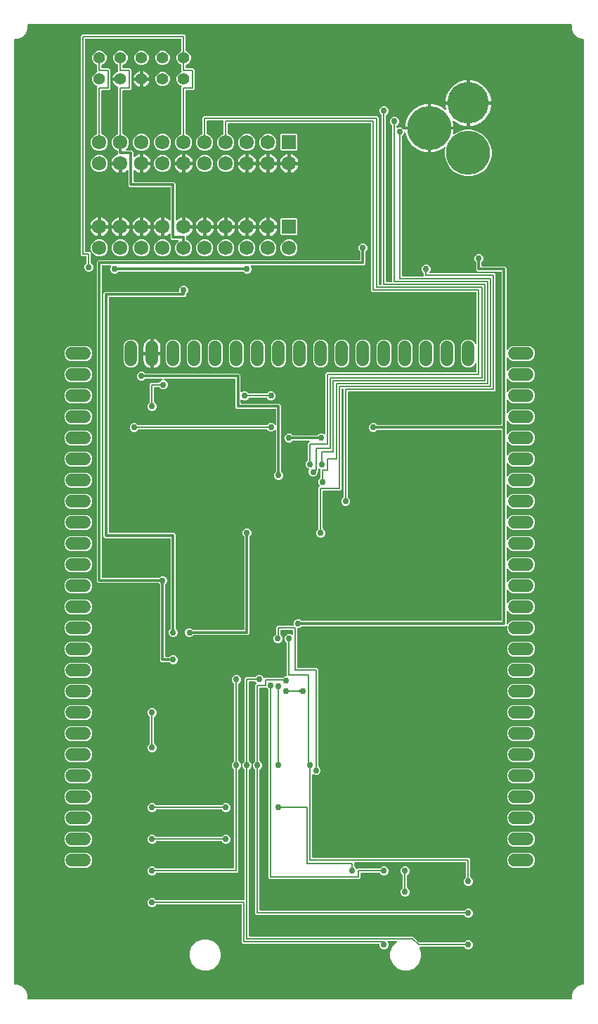
<source format=gbr>
G04 EAGLE Gerber RS-274X export*
G75*
%MOMM*%
%FSLAX34Y34*%
%LPD*%
%INBottom Copper*%
%IPPOS*%
%AMOC8*
5,1,8,0,0,1.08239X$1,22.5*%
G01*
%ADD10C,1.397000*%
%ADD11R,1.725000X1.725000*%
%ADD12C,1.725000*%
%ADD13C,5.300000*%
%ADD14C,5.000000*%
%ADD15C,1.524000*%
%ADD16C,0.756400*%
%ADD17C,0.304800*%
%ADD18C,0.203200*%

G36*
X682382Y10169D02*
X682382Y10169D01*
X682440Y10167D01*
X682522Y10189D01*
X682606Y10201D01*
X682659Y10224D01*
X682715Y10239D01*
X682788Y10282D01*
X682865Y10317D01*
X682910Y10355D01*
X682960Y10384D01*
X683018Y10446D01*
X683082Y10500D01*
X683114Y10549D01*
X683154Y10592D01*
X683193Y10667D01*
X683240Y10737D01*
X683257Y10793D01*
X683284Y10845D01*
X683295Y10913D01*
X683325Y11008D01*
X683328Y11108D01*
X683339Y11176D01*
X683339Y15716D01*
X685647Y21288D01*
X689912Y25553D01*
X695484Y27861D01*
X696724Y27861D01*
X696782Y27869D01*
X696840Y27867D01*
X696922Y27889D01*
X697006Y27901D01*
X697059Y27924D01*
X697115Y27939D01*
X697188Y27982D01*
X697265Y28017D01*
X697310Y28055D01*
X697360Y28084D01*
X697418Y28146D01*
X697482Y28200D01*
X697514Y28249D01*
X697554Y28292D01*
X697593Y28367D01*
X697640Y28437D01*
X697657Y28493D01*
X697684Y28545D01*
X697695Y28613D01*
X697725Y28708D01*
X697728Y28808D01*
X697739Y28876D01*
X697739Y1164924D01*
X697731Y1164982D01*
X697733Y1165040D01*
X697711Y1165122D01*
X697699Y1165206D01*
X697676Y1165259D01*
X697661Y1165315D01*
X697618Y1165388D01*
X697583Y1165465D01*
X697545Y1165510D01*
X697516Y1165560D01*
X697454Y1165618D01*
X697400Y1165682D01*
X697351Y1165714D01*
X697308Y1165754D01*
X697233Y1165793D01*
X697163Y1165840D01*
X697107Y1165857D01*
X697055Y1165884D01*
X696987Y1165895D01*
X696892Y1165925D01*
X696792Y1165928D01*
X696724Y1165939D01*
X695484Y1165939D01*
X689912Y1168247D01*
X685647Y1172512D01*
X683339Y1178084D01*
X683339Y1182524D01*
X683331Y1182582D01*
X683333Y1182640D01*
X683311Y1182722D01*
X683299Y1182806D01*
X683276Y1182859D01*
X683261Y1182915D01*
X683218Y1182988D01*
X683183Y1183065D01*
X683145Y1183110D01*
X683116Y1183160D01*
X683054Y1183218D01*
X683000Y1183282D01*
X682951Y1183314D01*
X682908Y1183354D01*
X682833Y1183393D01*
X682763Y1183440D01*
X682707Y1183457D01*
X682655Y1183484D01*
X682587Y1183495D01*
X682492Y1183525D01*
X682392Y1183528D01*
X682324Y1183539D01*
X28876Y1183539D01*
X28818Y1183531D01*
X28760Y1183533D01*
X28678Y1183511D01*
X28594Y1183499D01*
X28541Y1183476D01*
X28485Y1183461D01*
X28412Y1183418D01*
X28335Y1183383D01*
X28290Y1183345D01*
X28240Y1183316D01*
X28182Y1183254D01*
X28118Y1183200D01*
X28086Y1183151D01*
X28046Y1183108D01*
X28007Y1183033D01*
X27960Y1182963D01*
X27943Y1182907D01*
X27916Y1182855D01*
X27905Y1182787D01*
X27875Y1182692D01*
X27872Y1182592D01*
X27861Y1182524D01*
X27861Y1178084D01*
X25553Y1172512D01*
X21288Y1168247D01*
X15716Y1165939D01*
X12700Y1165939D01*
X12642Y1165931D01*
X12584Y1165933D01*
X12502Y1165911D01*
X12419Y1165899D01*
X12365Y1165876D01*
X12309Y1165861D01*
X12236Y1165818D01*
X12159Y1165783D01*
X12114Y1165745D01*
X12064Y1165716D01*
X12006Y1165654D01*
X11942Y1165600D01*
X11910Y1165551D01*
X11870Y1165508D01*
X11831Y1165433D01*
X11785Y1165363D01*
X11767Y1165307D01*
X11740Y1165255D01*
X11729Y1165187D01*
X11699Y1165092D01*
X11696Y1164992D01*
X11685Y1164924D01*
X11685Y28876D01*
X11693Y28818D01*
X11691Y28760D01*
X11713Y28678D01*
X11725Y28594D01*
X11749Y28541D01*
X11763Y28485D01*
X11806Y28412D01*
X11841Y28335D01*
X11879Y28290D01*
X11909Y28240D01*
X11970Y28182D01*
X12025Y28118D01*
X12073Y28086D01*
X12116Y28046D01*
X12191Y28007D01*
X12261Y27960D01*
X12317Y27943D01*
X12369Y27916D01*
X12437Y27905D01*
X12532Y27875D01*
X12632Y27872D01*
X12700Y27861D01*
X15716Y27861D01*
X21288Y25553D01*
X25553Y21288D01*
X27861Y15716D01*
X27861Y11176D01*
X27869Y11118D01*
X27867Y11060D01*
X27889Y10978D01*
X27901Y10894D01*
X27924Y10841D01*
X27939Y10785D01*
X27982Y10712D01*
X28017Y10635D01*
X28055Y10590D01*
X28084Y10540D01*
X28146Y10482D01*
X28200Y10418D01*
X28249Y10386D01*
X28292Y10346D01*
X28367Y10307D01*
X28437Y10260D01*
X28493Y10243D01*
X28545Y10216D01*
X28613Y10205D01*
X28708Y10175D01*
X28808Y10172D01*
X28876Y10161D01*
X682324Y10161D01*
X682382Y10169D01*
G37*
%LPC*%
G36*
X479588Y45169D02*
X479588Y45169D01*
X472729Y48010D01*
X467480Y53259D01*
X464639Y60118D01*
X464639Y67542D01*
X467480Y74400D01*
X472312Y79232D01*
X472330Y79256D01*
X472352Y79275D01*
X472415Y79369D01*
X472483Y79459D01*
X472493Y79487D01*
X472510Y79511D01*
X472544Y79619D01*
X472584Y79725D01*
X472586Y79754D01*
X472595Y79782D01*
X472598Y79896D01*
X472608Y80008D01*
X472602Y80037D01*
X472603Y80066D01*
X472574Y80176D01*
X472552Y80287D01*
X472538Y80313D01*
X472531Y80341D01*
X472473Y80439D01*
X472421Y80539D01*
X472401Y80561D01*
X472386Y80586D01*
X472303Y80663D01*
X472225Y80745D01*
X472200Y80760D01*
X472178Y80780D01*
X472077Y80832D01*
X471980Y80889D01*
X471951Y80896D01*
X471925Y80910D01*
X471848Y80923D01*
X471704Y80959D01*
X471642Y80957D01*
X471594Y80965D01*
X462391Y80965D01*
X462361Y80961D01*
X462332Y80964D01*
X462221Y80941D01*
X462109Y80925D01*
X462082Y80913D01*
X462053Y80908D01*
X461953Y80855D01*
X461850Y80809D01*
X461827Y80790D01*
X461801Y80777D01*
X461719Y80699D01*
X461633Y80626D01*
X461616Y80601D01*
X461595Y80581D01*
X461538Y80483D01*
X461475Y80389D01*
X461466Y80361D01*
X461451Y80336D01*
X461423Y80226D01*
X461389Y80118D01*
X461389Y80089D01*
X461381Y80060D01*
X461385Y79947D01*
X461382Y79834D01*
X461389Y79805D01*
X461390Y79776D01*
X461425Y79668D01*
X461454Y79559D01*
X461469Y79533D01*
X461478Y79505D01*
X461523Y79441D01*
X461599Y79314D01*
X461645Y79271D01*
X461673Y79232D01*
X461699Y79206D01*
X462507Y77256D01*
X462507Y75144D01*
X461699Y73194D01*
X460206Y71701D01*
X458256Y70893D01*
X456144Y70893D01*
X454194Y71701D01*
X452701Y73194D01*
X451893Y75144D01*
X451893Y76394D01*
X451885Y76452D01*
X451887Y76510D01*
X451865Y76592D01*
X451853Y76676D01*
X451830Y76729D01*
X451815Y76785D01*
X451772Y76858D01*
X451737Y76935D01*
X451699Y76980D01*
X451670Y77030D01*
X451608Y77088D01*
X451554Y77152D01*
X451505Y77184D01*
X451462Y77224D01*
X451387Y77263D01*
X451317Y77310D01*
X451261Y77327D01*
X451209Y77354D01*
X451141Y77365D01*
X451046Y77395D01*
X450946Y77398D01*
X450878Y77409D01*
X287492Y77409D01*
X286003Y78898D01*
X286003Y123444D01*
X285995Y123502D01*
X285997Y123560D01*
X285975Y123642D01*
X285963Y123726D01*
X285940Y123779D01*
X285925Y123835D01*
X285882Y123908D01*
X285847Y123985D01*
X285809Y124030D01*
X285780Y124080D01*
X285718Y124138D01*
X285664Y124202D01*
X285615Y124234D01*
X285572Y124274D01*
X285497Y124313D01*
X285427Y124360D01*
X285371Y124377D01*
X285319Y124404D01*
X285251Y124415D01*
X285156Y124445D01*
X285056Y124448D01*
X284988Y124459D01*
X183170Y124459D01*
X183168Y124459D01*
X183167Y124459D01*
X183026Y124439D01*
X182888Y124419D01*
X182887Y124419D01*
X182885Y124419D01*
X182755Y124360D01*
X182629Y124303D01*
X182628Y124302D01*
X182626Y124301D01*
X182517Y124208D01*
X182412Y124120D01*
X182411Y124118D01*
X182410Y124117D01*
X182402Y124105D01*
X182387Y124082D01*
X180806Y122501D01*
X178856Y121693D01*
X176744Y121693D01*
X174794Y122501D01*
X173301Y123994D01*
X172493Y125944D01*
X172493Y128056D01*
X173301Y130006D01*
X174794Y131499D01*
X176744Y132307D01*
X178856Y132307D01*
X180806Y131499D01*
X182368Y129937D01*
X182376Y129923D01*
X182378Y129922D01*
X182378Y129920D01*
X182483Y129822D01*
X182583Y129727D01*
X182585Y129727D01*
X182586Y129726D01*
X182711Y129661D01*
X182836Y129597D01*
X182837Y129597D01*
X182839Y129596D01*
X182854Y129594D01*
X183115Y129542D01*
X183145Y129545D01*
X183170Y129541D01*
X288544Y129541D01*
X288602Y129549D01*
X288660Y129547D01*
X288742Y129569D01*
X288826Y129581D01*
X288879Y129604D01*
X288935Y129619D01*
X289008Y129662D01*
X289085Y129697D01*
X289130Y129735D01*
X289180Y129764D01*
X289238Y129826D01*
X289302Y129880D01*
X289334Y129929D01*
X289374Y129972D01*
X289413Y130047D01*
X289460Y130117D01*
X289477Y130173D01*
X289504Y130225D01*
X289515Y130293D01*
X289545Y130388D01*
X289548Y130488D01*
X289559Y130556D01*
X289559Y286730D01*
X289559Y286732D01*
X289559Y286733D01*
X289539Y286874D01*
X289519Y287012D01*
X289519Y287013D01*
X289519Y287015D01*
X289460Y287144D01*
X289403Y287271D01*
X289402Y287272D01*
X289401Y287274D01*
X289311Y287379D01*
X289220Y287488D01*
X289218Y287489D01*
X289217Y287490D01*
X289205Y287498D01*
X289182Y287513D01*
X287601Y289094D01*
X286793Y291044D01*
X286793Y293156D01*
X287601Y295106D01*
X289163Y296668D01*
X289177Y296676D01*
X289178Y296678D01*
X289180Y296678D01*
X289267Y296772D01*
X289302Y296801D01*
X289319Y296826D01*
X289373Y296883D01*
X289373Y296885D01*
X289374Y296886D01*
X289427Y296989D01*
X289460Y297038D01*
X289471Y297075D01*
X289503Y297136D01*
X289503Y297137D01*
X289504Y297139D01*
X289506Y297154D01*
X289523Y297238D01*
X289545Y297309D01*
X289547Y297358D01*
X289558Y297415D01*
X289555Y297445D01*
X289559Y297470D01*
X289559Y396358D01*
X291048Y397847D01*
X301552Y397847D01*
X301554Y397847D01*
X301555Y397847D01*
X301696Y397867D01*
X301834Y397887D01*
X301835Y397887D01*
X301837Y397887D01*
X301966Y397946D01*
X302093Y398003D01*
X302094Y398004D01*
X302096Y398005D01*
X302202Y398095D01*
X302310Y398186D01*
X302311Y398188D01*
X302312Y398189D01*
X302320Y398201D01*
X302335Y398224D01*
X303916Y399805D01*
X305866Y400613D01*
X307978Y400613D01*
X309928Y399805D01*
X311421Y398312D01*
X311688Y397667D01*
X311747Y397568D01*
X311799Y397466D01*
X311819Y397446D01*
X311833Y397422D01*
X311916Y397343D01*
X311995Y397260D01*
X312019Y397246D01*
X312039Y397227D01*
X312141Y397174D01*
X312241Y397116D01*
X312267Y397109D01*
X312292Y397096D01*
X312405Y397074D01*
X312516Y397046D01*
X312544Y397047D01*
X312571Y397041D01*
X312686Y397051D01*
X312800Y397055D01*
X312827Y397063D01*
X312854Y397066D01*
X312962Y397107D01*
X313071Y397142D01*
X313091Y397157D01*
X313120Y397168D01*
X313163Y397201D01*
X334853Y397201D01*
X334940Y397213D01*
X335027Y397216D01*
X335080Y397233D01*
X335135Y397241D01*
X335215Y397276D01*
X335298Y397303D01*
X335337Y397331D01*
X335394Y397357D01*
X335507Y397453D01*
X335571Y397498D01*
X336272Y398199D01*
X338222Y399007D01*
X339344Y399007D01*
X339402Y399015D01*
X339460Y399013D01*
X339542Y399035D01*
X339626Y399047D01*
X339679Y399070D01*
X339735Y399085D01*
X339808Y399128D01*
X339885Y399163D01*
X339930Y399201D01*
X339980Y399230D01*
X340038Y399292D01*
X340102Y399346D01*
X340134Y399395D01*
X340174Y399438D01*
X340213Y399513D01*
X340260Y399583D01*
X340277Y399639D01*
X340304Y399691D01*
X340315Y399759D01*
X340345Y399854D01*
X340348Y399954D01*
X340359Y400022D01*
X340359Y439130D01*
X340359Y439132D01*
X340359Y439133D01*
X340339Y439272D01*
X340319Y439412D01*
X340319Y439413D01*
X340319Y439415D01*
X340260Y439544D01*
X340203Y439671D01*
X340202Y439672D01*
X340201Y439674D01*
X340111Y439779D01*
X340020Y439888D01*
X340018Y439889D01*
X340017Y439890D01*
X340005Y439898D01*
X339982Y439913D01*
X338401Y441494D01*
X337593Y443444D01*
X337593Y445556D01*
X338401Y447506D01*
X339894Y448999D01*
X341844Y449807D01*
X343956Y449807D01*
X345906Y448999D01*
X345964Y448941D01*
X345988Y448923D01*
X346007Y448901D01*
X346101Y448838D01*
X346191Y448770D01*
X346219Y448759D01*
X346243Y448743D01*
X346351Y448709D01*
X346457Y448669D01*
X346486Y448666D01*
X346514Y448657D01*
X346627Y448654D01*
X346740Y448645D01*
X346769Y448651D01*
X346798Y448650D01*
X346908Y448679D01*
X347019Y448701D01*
X347045Y448714D01*
X347073Y448722D01*
X347171Y448780D01*
X347271Y448832D01*
X347293Y448852D01*
X347318Y448867D01*
X347395Y448950D01*
X347477Y449028D01*
X347492Y449053D01*
X347512Y449074D01*
X347564Y449175D01*
X347621Y449273D01*
X347628Y449301D01*
X347642Y449328D01*
X347655Y449405D01*
X347691Y449548D01*
X347689Y449611D01*
X347697Y449659D01*
X347697Y453644D01*
X347689Y453702D01*
X347691Y453760D01*
X347669Y453842D01*
X347657Y453926D01*
X347634Y453979D01*
X347619Y454035D01*
X347576Y454108D01*
X347541Y454185D01*
X347503Y454230D01*
X347474Y454280D01*
X347412Y454338D01*
X347358Y454402D01*
X347309Y454434D01*
X347266Y454474D01*
X347191Y454513D01*
X347121Y454560D01*
X347065Y454577D01*
X347013Y454604D01*
X346945Y454615D01*
X346850Y454645D01*
X346750Y454648D01*
X346682Y454659D01*
X333756Y454659D01*
X333698Y454651D01*
X333640Y454653D01*
X333558Y454631D01*
X333474Y454619D01*
X333421Y454596D01*
X333365Y454581D01*
X333292Y454538D01*
X333215Y454503D01*
X333170Y454465D01*
X333120Y454436D01*
X333062Y454374D01*
X332998Y454320D01*
X332966Y454271D01*
X332926Y454228D01*
X332887Y454153D01*
X332840Y454083D01*
X332823Y454027D01*
X332796Y453975D01*
X332785Y453907D01*
X332755Y453812D01*
X332752Y453712D01*
X332741Y453644D01*
X332741Y448963D01*
X332753Y448876D01*
X332756Y448789D01*
X332773Y448736D01*
X332781Y448681D01*
X332816Y448601D01*
X332843Y448518D01*
X332871Y448479D01*
X332897Y448422D01*
X332993Y448308D01*
X333038Y448245D01*
X333777Y447506D01*
X334585Y445556D01*
X334585Y443444D01*
X333777Y441494D01*
X332284Y440001D01*
X330334Y439193D01*
X328222Y439193D01*
X326272Y440001D01*
X324779Y441494D01*
X323971Y443444D01*
X323971Y445556D01*
X324779Y447506D01*
X326272Y448999D01*
X327033Y449314D01*
X327034Y449315D01*
X327035Y449315D01*
X327154Y449385D01*
X327277Y449458D01*
X327278Y449460D01*
X327280Y449460D01*
X327377Y449564D01*
X327473Y449665D01*
X327473Y449666D01*
X327474Y449668D01*
X327539Y449793D01*
X327603Y449918D01*
X327603Y449919D01*
X327604Y449921D01*
X327606Y449936D01*
X327658Y450197D01*
X327655Y450227D01*
X327659Y450252D01*
X327659Y458252D01*
X329148Y459741D01*
X347695Y459741D01*
X347808Y459757D01*
X347923Y459767D01*
X347949Y459777D01*
X347976Y459781D01*
X348081Y459828D01*
X348188Y459869D01*
X348210Y459885D01*
X348235Y459897D01*
X348323Y459971D01*
X348415Y460040D01*
X348431Y460063D01*
X348452Y460080D01*
X348516Y460176D01*
X348585Y460268D01*
X348595Y460294D01*
X348610Y460317D01*
X348645Y460427D01*
X348685Y460534D01*
X348687Y460562D01*
X348696Y460588D01*
X348699Y460703D01*
X348708Y460817D01*
X348702Y460842D01*
X348703Y460872D01*
X348636Y461129D01*
X348633Y461145D01*
X348463Y461553D01*
X348463Y463664D01*
X349271Y465615D01*
X350764Y467107D01*
X352714Y467915D01*
X354826Y467915D01*
X356776Y467107D01*
X357929Y465955D01*
X357999Y465902D01*
X358062Y465842D01*
X358112Y465817D01*
X358156Y465784D01*
X358238Y465753D01*
X358316Y465713D01*
X358363Y465705D01*
X358422Y465683D01*
X358569Y465670D01*
X358647Y465657D01*
X597916Y465657D01*
X597974Y465666D01*
X598032Y465664D01*
X598114Y465685D01*
X598198Y465697D01*
X598251Y465721D01*
X598307Y465736D01*
X598380Y465779D01*
X598457Y465814D01*
X598502Y465851D01*
X598552Y465881D01*
X598610Y465943D01*
X598674Y465997D01*
X598706Y466046D01*
X598746Y466088D01*
X598785Y466164D01*
X598832Y466234D01*
X598849Y466290D01*
X598876Y466342D01*
X598887Y466410D01*
X598917Y466505D01*
X598920Y466605D01*
X598931Y466673D01*
X598931Y694436D01*
X598923Y694494D01*
X598925Y694552D01*
X598903Y694634D01*
X598891Y694718D01*
X598868Y694771D01*
X598853Y694827D01*
X598810Y694900D01*
X598775Y694977D01*
X598737Y695022D01*
X598708Y695072D01*
X598646Y695130D01*
X598592Y695194D01*
X598543Y695226D01*
X598500Y695266D01*
X598425Y695305D01*
X598355Y695352D01*
X598299Y695369D01*
X598247Y695396D01*
X598179Y695407D01*
X598084Y695437D01*
X597984Y695440D01*
X597916Y695451D01*
X449377Y695451D01*
X449290Y695439D01*
X449203Y695436D01*
X449150Y695419D01*
X449095Y695411D01*
X449015Y695376D01*
X448932Y695349D01*
X448893Y695321D01*
X448836Y695295D01*
X448722Y695199D01*
X448659Y695154D01*
X447506Y694001D01*
X445556Y693193D01*
X443444Y693193D01*
X441494Y694001D01*
X440001Y695494D01*
X439193Y697444D01*
X439193Y699556D01*
X440001Y701506D01*
X441494Y702999D01*
X443444Y703807D01*
X445556Y703807D01*
X447506Y702999D01*
X448659Y701846D01*
X448729Y701794D01*
X448792Y701734D01*
X448842Y701708D01*
X448886Y701675D01*
X448968Y701644D01*
X449046Y701604D01*
X449093Y701596D01*
X449152Y701574D01*
X449299Y701562D01*
X449377Y701549D01*
X597916Y701549D01*
X597974Y701557D01*
X598032Y701555D01*
X598114Y701577D01*
X598198Y701589D01*
X598251Y701612D01*
X598307Y701627D01*
X598380Y701670D01*
X598457Y701705D01*
X598502Y701743D01*
X598552Y701772D01*
X598610Y701834D01*
X598674Y701888D01*
X598706Y701937D01*
X598746Y701980D01*
X598785Y702055D01*
X598832Y702125D01*
X598849Y702181D01*
X598876Y702233D01*
X598887Y702301D01*
X598917Y702396D01*
X598920Y702496D01*
X598931Y702564D01*
X598931Y884936D01*
X598923Y884994D01*
X598925Y885052D01*
X598903Y885134D01*
X598891Y885218D01*
X598868Y885271D01*
X598853Y885327D01*
X598810Y885400D01*
X598775Y885477D01*
X598737Y885522D01*
X598708Y885572D01*
X598646Y885630D01*
X598592Y885694D01*
X598543Y885726D01*
X598500Y885766D01*
X598425Y885805D01*
X598355Y885852D01*
X598299Y885869D01*
X598247Y885896D01*
X598179Y885907D01*
X598084Y885937D01*
X597984Y885940D01*
X597916Y885951D01*
X570237Y885951D01*
X568451Y887737D01*
X568451Y896823D01*
X568439Y896910D01*
X568436Y896997D01*
X568419Y897050D01*
X568411Y897105D01*
X568376Y897185D01*
X568349Y897268D01*
X568321Y897307D01*
X568295Y897364D01*
X568199Y897478D01*
X568154Y897541D01*
X567001Y898694D01*
X566193Y900644D01*
X566193Y902756D01*
X567001Y904706D01*
X568494Y906199D01*
X570444Y907007D01*
X572556Y907007D01*
X574506Y906199D01*
X575999Y904706D01*
X576807Y902756D01*
X576807Y900644D01*
X575999Y898694D01*
X574846Y897541D01*
X574794Y897471D01*
X574734Y897408D01*
X574708Y897358D01*
X574675Y897314D01*
X574644Y897232D01*
X574604Y897154D01*
X574596Y897107D01*
X574574Y897048D01*
X574562Y896901D01*
X574549Y896823D01*
X574549Y893064D01*
X574557Y893006D01*
X574555Y892948D01*
X574577Y892866D01*
X574589Y892782D01*
X574612Y892729D01*
X574627Y892673D01*
X574670Y892600D01*
X574705Y892523D01*
X574743Y892478D01*
X574772Y892428D01*
X574834Y892370D01*
X574888Y892306D01*
X574937Y892274D01*
X574980Y892234D01*
X575055Y892195D01*
X575125Y892148D01*
X575181Y892131D01*
X575233Y892104D01*
X575301Y892093D01*
X575396Y892063D01*
X575496Y892060D01*
X575564Y892049D01*
X603243Y892049D01*
X605029Y890263D01*
X605029Y793100D01*
X605041Y793015D01*
X605043Y792929D01*
X605061Y792875D01*
X605069Y792819D01*
X605104Y792740D01*
X605130Y792658D01*
X605162Y792611D01*
X605185Y792559D01*
X605240Y792494D01*
X605288Y792422D01*
X605332Y792386D01*
X605368Y792342D01*
X605440Y792295D01*
X605506Y792239D01*
X605558Y792216D01*
X605605Y792185D01*
X605687Y792159D01*
X605766Y792124D01*
X605822Y792116D01*
X605876Y792099D01*
X605962Y792097D01*
X606047Y792085D01*
X606104Y792093D01*
X606160Y792092D01*
X606244Y792113D01*
X606329Y792126D01*
X606380Y792149D01*
X606435Y792163D01*
X606509Y792207D01*
X606588Y792243D01*
X606631Y792280D01*
X606680Y792309D01*
X606739Y792371D01*
X606804Y792427D01*
X606830Y792469D01*
X606874Y792516D01*
X606886Y792539D01*
X609500Y795153D01*
X612861Y796545D01*
X631739Y796545D01*
X635100Y795153D01*
X637673Y792580D01*
X639065Y789219D01*
X639065Y785581D01*
X637673Y782220D01*
X635100Y779647D01*
X631739Y778255D01*
X612861Y778255D01*
X609500Y779647D01*
X606884Y782263D01*
X606866Y782284D01*
X606838Y782333D01*
X606775Y782392D01*
X606719Y782458D01*
X606672Y782489D01*
X606631Y782528D01*
X606554Y782568D01*
X606483Y782615D01*
X606429Y782632D01*
X606378Y782659D01*
X606294Y782675D01*
X606212Y782701D01*
X606155Y782703D01*
X606099Y782714D01*
X606014Y782706D01*
X605928Y782708D01*
X605873Y782694D01*
X605816Y782689D01*
X605736Y782658D01*
X605653Y782637D01*
X605604Y782608D01*
X605551Y782587D01*
X605482Y782535D01*
X605408Y782491D01*
X605369Y782450D01*
X605324Y782416D01*
X605273Y782347D01*
X605214Y782284D01*
X605188Y782233D01*
X605154Y782188D01*
X605123Y782108D01*
X605084Y782031D01*
X605076Y781982D01*
X605053Y781922D01*
X605042Y781777D01*
X605029Y781700D01*
X605029Y767700D01*
X605041Y767615D01*
X605043Y767529D01*
X605061Y767475D01*
X605069Y767419D01*
X605104Y767340D01*
X605130Y767258D01*
X605162Y767211D01*
X605185Y767159D01*
X605240Y767094D01*
X605288Y767022D01*
X605332Y766986D01*
X605368Y766942D01*
X605440Y766895D01*
X605506Y766839D01*
X605558Y766816D01*
X605605Y766785D01*
X605687Y766759D01*
X605766Y766724D01*
X605822Y766716D01*
X605876Y766699D01*
X605962Y766697D01*
X606047Y766685D01*
X606104Y766693D01*
X606160Y766692D01*
X606244Y766713D01*
X606329Y766726D01*
X606380Y766749D01*
X606435Y766763D01*
X606509Y766807D01*
X606588Y766843D01*
X606631Y766880D01*
X606680Y766909D01*
X606739Y766971D01*
X606804Y767027D01*
X606830Y767069D01*
X606874Y767116D01*
X606886Y767139D01*
X609500Y769753D01*
X612861Y771145D01*
X631739Y771145D01*
X635100Y769753D01*
X637673Y767180D01*
X639065Y763819D01*
X639065Y760181D01*
X637673Y756820D01*
X635100Y754247D01*
X631739Y752855D01*
X612861Y752855D01*
X609500Y754247D01*
X606884Y756863D01*
X606866Y756884D01*
X606838Y756933D01*
X606775Y756992D01*
X606719Y757058D01*
X606672Y757089D01*
X606631Y757128D01*
X606554Y757168D01*
X606483Y757215D01*
X606429Y757232D01*
X606378Y757259D01*
X606294Y757275D01*
X606212Y757301D01*
X606155Y757303D01*
X606099Y757314D01*
X606014Y757306D01*
X605928Y757308D01*
X605873Y757294D01*
X605816Y757289D01*
X605736Y757258D01*
X605653Y757237D01*
X605604Y757208D01*
X605551Y757187D01*
X605482Y757135D01*
X605408Y757091D01*
X605369Y757050D01*
X605324Y757016D01*
X605273Y756947D01*
X605214Y756884D01*
X605188Y756833D01*
X605154Y756788D01*
X605123Y756708D01*
X605084Y756631D01*
X605076Y756582D01*
X605053Y756522D01*
X605042Y756377D01*
X605029Y756300D01*
X605029Y742300D01*
X605041Y742215D01*
X605043Y742129D01*
X605061Y742075D01*
X605069Y742019D01*
X605104Y741940D01*
X605130Y741858D01*
X605162Y741811D01*
X605185Y741759D01*
X605240Y741694D01*
X605288Y741622D01*
X605332Y741586D01*
X605368Y741542D01*
X605440Y741495D01*
X605506Y741439D01*
X605558Y741416D01*
X605605Y741385D01*
X605687Y741359D01*
X605766Y741324D01*
X605822Y741316D01*
X605876Y741299D01*
X605962Y741297D01*
X606047Y741285D01*
X606104Y741293D01*
X606160Y741292D01*
X606244Y741313D01*
X606329Y741326D01*
X606380Y741349D01*
X606435Y741363D01*
X606509Y741407D01*
X606588Y741443D01*
X606631Y741480D01*
X606680Y741509D01*
X606739Y741571D01*
X606804Y741627D01*
X606830Y741669D01*
X606874Y741716D01*
X606886Y741739D01*
X609500Y744353D01*
X612861Y745745D01*
X631739Y745745D01*
X635100Y744353D01*
X637673Y741780D01*
X639065Y738419D01*
X639065Y734781D01*
X637673Y731420D01*
X635100Y728847D01*
X631739Y727455D01*
X612861Y727455D01*
X609500Y728847D01*
X606884Y731463D01*
X606866Y731484D01*
X606838Y731533D01*
X606775Y731592D01*
X606719Y731658D01*
X606672Y731689D01*
X606631Y731728D01*
X606554Y731768D01*
X606483Y731815D01*
X606429Y731832D01*
X606378Y731859D01*
X606294Y731875D01*
X606212Y731901D01*
X606155Y731903D01*
X606099Y731914D01*
X606014Y731906D01*
X605928Y731908D01*
X605873Y731894D01*
X605816Y731889D01*
X605736Y731858D01*
X605653Y731837D01*
X605604Y731808D01*
X605551Y731787D01*
X605482Y731735D01*
X605408Y731691D01*
X605369Y731650D01*
X605324Y731616D01*
X605273Y731547D01*
X605214Y731484D01*
X605188Y731433D01*
X605154Y731388D01*
X605123Y731308D01*
X605084Y731231D01*
X605076Y731182D01*
X605053Y731122D01*
X605042Y730977D01*
X605029Y730900D01*
X605029Y716900D01*
X605041Y716815D01*
X605043Y716729D01*
X605061Y716675D01*
X605069Y716619D01*
X605104Y716540D01*
X605130Y716458D01*
X605162Y716411D01*
X605185Y716359D01*
X605240Y716294D01*
X605288Y716222D01*
X605332Y716186D01*
X605368Y716142D01*
X605440Y716095D01*
X605506Y716039D01*
X605558Y716016D01*
X605605Y715985D01*
X605687Y715959D01*
X605766Y715924D01*
X605822Y715916D01*
X605876Y715899D01*
X605962Y715897D01*
X606047Y715885D01*
X606104Y715893D01*
X606160Y715892D01*
X606244Y715913D01*
X606329Y715926D01*
X606380Y715949D01*
X606435Y715963D01*
X606509Y716007D01*
X606588Y716043D01*
X606631Y716080D01*
X606680Y716109D01*
X606739Y716171D01*
X606804Y716227D01*
X606830Y716269D01*
X606874Y716316D01*
X606886Y716339D01*
X609500Y718953D01*
X612861Y720345D01*
X631739Y720345D01*
X635100Y718953D01*
X637673Y716380D01*
X639065Y713019D01*
X639065Y709381D01*
X637673Y706020D01*
X635100Y703447D01*
X631739Y702055D01*
X612861Y702055D01*
X609500Y703447D01*
X606884Y706063D01*
X606866Y706084D01*
X606838Y706133D01*
X606775Y706192D01*
X606719Y706258D01*
X606672Y706289D01*
X606631Y706328D01*
X606554Y706368D01*
X606483Y706415D01*
X606429Y706432D01*
X606378Y706459D01*
X606294Y706475D01*
X606212Y706501D01*
X606155Y706503D01*
X606099Y706514D01*
X606014Y706506D01*
X605928Y706508D01*
X605873Y706494D01*
X605816Y706489D01*
X605736Y706458D01*
X605653Y706437D01*
X605604Y706408D01*
X605551Y706387D01*
X605482Y706335D01*
X605408Y706291D01*
X605369Y706250D01*
X605324Y706216D01*
X605273Y706147D01*
X605214Y706084D01*
X605188Y706033D01*
X605154Y705988D01*
X605123Y705908D01*
X605084Y705831D01*
X605076Y705782D01*
X605053Y705722D01*
X605042Y705577D01*
X605029Y705500D01*
X605029Y691500D01*
X605041Y691415D01*
X605043Y691329D01*
X605061Y691275D01*
X605069Y691219D01*
X605104Y691140D01*
X605130Y691058D01*
X605162Y691011D01*
X605185Y690959D01*
X605240Y690894D01*
X605288Y690822D01*
X605332Y690786D01*
X605368Y690742D01*
X605440Y690695D01*
X605506Y690639D01*
X605558Y690616D01*
X605605Y690585D01*
X605687Y690559D01*
X605766Y690524D01*
X605822Y690516D01*
X605876Y690499D01*
X605962Y690497D01*
X606047Y690485D01*
X606104Y690493D01*
X606160Y690492D01*
X606244Y690513D01*
X606329Y690526D01*
X606380Y690549D01*
X606435Y690563D01*
X606509Y690607D01*
X606588Y690643D01*
X606631Y690680D01*
X606680Y690709D01*
X606739Y690771D01*
X606804Y690827D01*
X606830Y690869D01*
X606874Y690916D01*
X606886Y690939D01*
X609500Y693553D01*
X612861Y694945D01*
X631739Y694945D01*
X635100Y693553D01*
X637673Y690980D01*
X639065Y687619D01*
X639065Y683981D01*
X637673Y680620D01*
X635100Y678047D01*
X631739Y676655D01*
X612861Y676655D01*
X609500Y678047D01*
X606884Y680663D01*
X606866Y680684D01*
X606838Y680733D01*
X606775Y680792D01*
X606719Y680858D01*
X606672Y680889D01*
X606631Y680928D01*
X606554Y680968D01*
X606483Y681015D01*
X606429Y681032D01*
X606378Y681059D01*
X606294Y681075D01*
X606212Y681101D01*
X606155Y681103D01*
X606099Y681114D01*
X606014Y681106D01*
X605928Y681108D01*
X605873Y681094D01*
X605816Y681089D01*
X605736Y681058D01*
X605653Y681037D01*
X605604Y681008D01*
X605551Y680987D01*
X605482Y680935D01*
X605408Y680891D01*
X605369Y680850D01*
X605324Y680816D01*
X605273Y680747D01*
X605214Y680684D01*
X605188Y680633D01*
X605154Y680588D01*
X605123Y680508D01*
X605084Y680431D01*
X605076Y680382D01*
X605053Y680322D01*
X605042Y680177D01*
X605029Y680100D01*
X605029Y666100D01*
X605041Y666015D01*
X605043Y665929D01*
X605061Y665875D01*
X605069Y665819D01*
X605104Y665740D01*
X605130Y665658D01*
X605162Y665611D01*
X605185Y665559D01*
X605240Y665494D01*
X605288Y665422D01*
X605332Y665386D01*
X605368Y665342D01*
X605440Y665295D01*
X605506Y665239D01*
X605558Y665216D01*
X605605Y665185D01*
X605687Y665159D01*
X605766Y665124D01*
X605822Y665116D01*
X605876Y665099D01*
X605962Y665097D01*
X606047Y665085D01*
X606104Y665093D01*
X606160Y665092D01*
X606244Y665113D01*
X606329Y665126D01*
X606380Y665149D01*
X606435Y665163D01*
X606509Y665207D01*
X606588Y665243D01*
X606631Y665280D01*
X606680Y665309D01*
X606739Y665371D01*
X606804Y665427D01*
X606830Y665469D01*
X606874Y665516D01*
X606886Y665539D01*
X609500Y668153D01*
X612861Y669545D01*
X631739Y669545D01*
X635100Y668153D01*
X637673Y665580D01*
X639065Y662219D01*
X639065Y658581D01*
X637673Y655220D01*
X635100Y652647D01*
X631739Y651255D01*
X612861Y651255D01*
X609500Y652647D01*
X606884Y655263D01*
X606866Y655284D01*
X606838Y655333D01*
X606775Y655392D01*
X606719Y655458D01*
X606672Y655489D01*
X606631Y655528D01*
X606554Y655568D01*
X606483Y655615D01*
X606429Y655632D01*
X606378Y655659D01*
X606294Y655675D01*
X606212Y655701D01*
X606155Y655703D01*
X606099Y655714D01*
X606014Y655706D01*
X605928Y655708D01*
X605873Y655694D01*
X605816Y655689D01*
X605736Y655658D01*
X605653Y655637D01*
X605604Y655608D01*
X605551Y655587D01*
X605482Y655535D01*
X605408Y655491D01*
X605369Y655450D01*
X605324Y655416D01*
X605273Y655347D01*
X605214Y655284D01*
X605188Y655233D01*
X605154Y655188D01*
X605123Y655108D01*
X605084Y655031D01*
X605076Y654982D01*
X605053Y654922D01*
X605042Y654777D01*
X605029Y654700D01*
X605029Y640700D01*
X605041Y640615D01*
X605043Y640529D01*
X605061Y640475D01*
X605069Y640419D01*
X605104Y640340D01*
X605130Y640258D01*
X605162Y640211D01*
X605185Y640159D01*
X605240Y640094D01*
X605288Y640022D01*
X605332Y639986D01*
X605368Y639942D01*
X605440Y639895D01*
X605506Y639839D01*
X605558Y639816D01*
X605605Y639785D01*
X605687Y639759D01*
X605766Y639724D01*
X605822Y639716D01*
X605876Y639699D01*
X605962Y639697D01*
X606047Y639685D01*
X606104Y639693D01*
X606160Y639692D01*
X606244Y639713D01*
X606329Y639726D01*
X606380Y639749D01*
X606435Y639763D01*
X606509Y639807D01*
X606588Y639843D01*
X606631Y639880D01*
X606680Y639909D01*
X606739Y639971D01*
X606804Y640027D01*
X606830Y640069D01*
X606874Y640116D01*
X606886Y640139D01*
X609500Y642753D01*
X612861Y644145D01*
X631739Y644145D01*
X635100Y642753D01*
X637673Y640180D01*
X639065Y636819D01*
X639065Y633181D01*
X637673Y629820D01*
X635100Y627247D01*
X631739Y625855D01*
X612861Y625855D01*
X609500Y627247D01*
X606884Y629863D01*
X606866Y629884D01*
X606838Y629933D01*
X606775Y629992D01*
X606719Y630058D01*
X606672Y630089D01*
X606631Y630128D01*
X606554Y630168D01*
X606483Y630215D01*
X606429Y630232D01*
X606378Y630259D01*
X606294Y630275D01*
X606212Y630301D01*
X606155Y630303D01*
X606099Y630314D01*
X606014Y630306D01*
X605928Y630308D01*
X605873Y630294D01*
X605816Y630289D01*
X605736Y630258D01*
X605653Y630237D01*
X605604Y630208D01*
X605551Y630187D01*
X605482Y630135D01*
X605408Y630091D01*
X605369Y630050D01*
X605324Y630016D01*
X605273Y629947D01*
X605214Y629884D01*
X605188Y629833D01*
X605154Y629788D01*
X605123Y629708D01*
X605084Y629631D01*
X605076Y629582D01*
X605053Y629522D01*
X605042Y629377D01*
X605029Y629300D01*
X605029Y615300D01*
X605041Y615215D01*
X605043Y615129D01*
X605061Y615075D01*
X605069Y615019D01*
X605104Y614940D01*
X605130Y614858D01*
X605162Y614811D01*
X605185Y614759D01*
X605240Y614694D01*
X605288Y614622D01*
X605332Y614586D01*
X605368Y614542D01*
X605440Y614495D01*
X605506Y614439D01*
X605558Y614416D01*
X605605Y614385D01*
X605687Y614359D01*
X605766Y614324D01*
X605822Y614316D01*
X605876Y614299D01*
X605962Y614297D01*
X606047Y614285D01*
X606104Y614293D01*
X606160Y614292D01*
X606244Y614313D01*
X606329Y614326D01*
X606380Y614349D01*
X606435Y614363D01*
X606509Y614407D01*
X606588Y614443D01*
X606631Y614480D01*
X606680Y614509D01*
X606739Y614571D01*
X606804Y614627D01*
X606830Y614669D01*
X606874Y614716D01*
X606886Y614739D01*
X609500Y617353D01*
X612861Y618745D01*
X631739Y618745D01*
X635100Y617353D01*
X637673Y614780D01*
X639065Y611419D01*
X639065Y607781D01*
X637673Y604420D01*
X635100Y601847D01*
X631739Y600455D01*
X612861Y600455D01*
X609500Y601847D01*
X606884Y604463D01*
X606866Y604484D01*
X606838Y604533D01*
X606775Y604592D01*
X606719Y604658D01*
X606672Y604689D01*
X606631Y604728D01*
X606554Y604768D01*
X606483Y604815D01*
X606429Y604832D01*
X606378Y604859D01*
X606294Y604875D01*
X606212Y604901D01*
X606155Y604903D01*
X606099Y604914D01*
X606014Y604906D01*
X605928Y604908D01*
X605873Y604894D01*
X605816Y604889D01*
X605736Y604858D01*
X605653Y604837D01*
X605604Y604808D01*
X605551Y604787D01*
X605482Y604735D01*
X605408Y604691D01*
X605369Y604650D01*
X605324Y604616D01*
X605273Y604547D01*
X605214Y604484D01*
X605188Y604433D01*
X605154Y604388D01*
X605123Y604308D01*
X605084Y604231D01*
X605076Y604182D01*
X605053Y604122D01*
X605042Y603977D01*
X605029Y603900D01*
X605029Y589900D01*
X605041Y589815D01*
X605043Y589729D01*
X605061Y589675D01*
X605069Y589619D01*
X605104Y589540D01*
X605130Y589458D01*
X605162Y589411D01*
X605185Y589359D01*
X605240Y589294D01*
X605288Y589222D01*
X605332Y589186D01*
X605368Y589142D01*
X605440Y589095D01*
X605506Y589039D01*
X605558Y589016D01*
X605605Y588985D01*
X605687Y588959D01*
X605766Y588924D01*
X605822Y588916D01*
X605876Y588899D01*
X605962Y588897D01*
X606047Y588885D01*
X606104Y588893D01*
X606160Y588892D01*
X606244Y588913D01*
X606329Y588926D01*
X606380Y588949D01*
X606435Y588963D01*
X606509Y589007D01*
X606588Y589043D01*
X606631Y589080D01*
X606680Y589109D01*
X606739Y589171D01*
X606804Y589227D01*
X606830Y589269D01*
X606874Y589316D01*
X606886Y589339D01*
X609500Y591953D01*
X612861Y593345D01*
X631739Y593345D01*
X635100Y591953D01*
X637673Y589380D01*
X639065Y586019D01*
X639065Y582381D01*
X637673Y579020D01*
X635100Y576447D01*
X631739Y575055D01*
X612861Y575055D01*
X609500Y576447D01*
X606884Y579063D01*
X606866Y579084D01*
X606838Y579133D01*
X606775Y579192D01*
X606719Y579258D01*
X606672Y579289D01*
X606631Y579328D01*
X606554Y579368D01*
X606483Y579415D01*
X606429Y579432D01*
X606378Y579459D01*
X606294Y579475D01*
X606212Y579501D01*
X606155Y579503D01*
X606099Y579514D01*
X606014Y579506D01*
X605928Y579508D01*
X605873Y579494D01*
X605816Y579489D01*
X605736Y579458D01*
X605653Y579437D01*
X605604Y579408D01*
X605551Y579387D01*
X605482Y579335D01*
X605408Y579291D01*
X605369Y579250D01*
X605324Y579216D01*
X605273Y579147D01*
X605214Y579084D01*
X605188Y579033D01*
X605154Y578988D01*
X605123Y578908D01*
X605084Y578831D01*
X605076Y578782D01*
X605053Y578722D01*
X605042Y578577D01*
X605029Y578500D01*
X605029Y564500D01*
X605041Y564415D01*
X605043Y564329D01*
X605061Y564275D01*
X605069Y564219D01*
X605104Y564140D01*
X605130Y564058D01*
X605162Y564011D01*
X605185Y563959D01*
X605240Y563894D01*
X605288Y563822D01*
X605332Y563786D01*
X605368Y563742D01*
X605440Y563695D01*
X605506Y563639D01*
X605558Y563616D01*
X605605Y563585D01*
X605687Y563559D01*
X605766Y563524D01*
X605822Y563516D01*
X605876Y563499D01*
X605962Y563497D01*
X606047Y563485D01*
X606104Y563493D01*
X606160Y563492D01*
X606244Y563513D01*
X606329Y563526D01*
X606380Y563549D01*
X606435Y563563D01*
X606509Y563607D01*
X606588Y563643D01*
X606631Y563680D01*
X606680Y563709D01*
X606739Y563771D01*
X606804Y563827D01*
X606830Y563869D01*
X606874Y563916D01*
X606886Y563939D01*
X609500Y566553D01*
X612861Y567945D01*
X631739Y567945D01*
X635100Y566553D01*
X637673Y563980D01*
X639065Y560619D01*
X639065Y556981D01*
X637673Y553620D01*
X635100Y551047D01*
X631739Y549655D01*
X612861Y549655D01*
X609500Y551047D01*
X606884Y553663D01*
X606866Y553684D01*
X606838Y553733D01*
X606775Y553792D01*
X606719Y553858D01*
X606672Y553889D01*
X606631Y553928D01*
X606554Y553968D01*
X606483Y554015D01*
X606429Y554032D01*
X606378Y554059D01*
X606294Y554075D01*
X606212Y554101D01*
X606155Y554103D01*
X606099Y554114D01*
X606014Y554106D01*
X605928Y554108D01*
X605873Y554094D01*
X605816Y554089D01*
X605736Y554058D01*
X605653Y554037D01*
X605604Y554008D01*
X605551Y553987D01*
X605482Y553935D01*
X605408Y553891D01*
X605369Y553850D01*
X605324Y553816D01*
X605273Y553747D01*
X605214Y553684D01*
X605188Y553633D01*
X605154Y553588D01*
X605123Y553508D01*
X605084Y553431D01*
X605076Y553382D01*
X605053Y553322D01*
X605042Y553177D01*
X605029Y553100D01*
X605029Y539100D01*
X605037Y539043D01*
X605035Y538990D01*
X605042Y538963D01*
X605043Y538929D01*
X605061Y538875D01*
X605069Y538819D01*
X605096Y538757D01*
X605107Y538715D01*
X605117Y538698D01*
X605130Y538658D01*
X605162Y538611D01*
X605185Y538559D01*
X605234Y538501D01*
X605252Y538470D01*
X605262Y538461D01*
X605288Y538422D01*
X605332Y538386D01*
X605368Y538342D01*
X605439Y538296D01*
X605460Y538276D01*
X605467Y538272D01*
X605506Y538239D01*
X605558Y538216D01*
X605605Y538185D01*
X605687Y538159D01*
X605698Y538154D01*
X605713Y538146D01*
X605716Y538146D01*
X605766Y538124D01*
X605822Y538116D01*
X605876Y538099D01*
X605962Y538097D01*
X606047Y538085D01*
X606104Y538093D01*
X606160Y538092D01*
X606244Y538113D01*
X606329Y538126D01*
X606380Y538149D01*
X606435Y538163D01*
X606509Y538207D01*
X606588Y538243D01*
X606631Y538280D01*
X606680Y538309D01*
X606739Y538371D01*
X606804Y538427D01*
X606830Y538469D01*
X606874Y538516D01*
X606886Y538539D01*
X609500Y541153D01*
X612861Y542545D01*
X631739Y542545D01*
X635100Y541153D01*
X637673Y538580D01*
X639065Y535219D01*
X639065Y531581D01*
X637673Y528220D01*
X635100Y525647D01*
X631739Y524255D01*
X612861Y524255D01*
X609500Y525647D01*
X606884Y528263D01*
X606866Y528284D01*
X606838Y528333D01*
X606775Y528392D01*
X606719Y528458D01*
X606672Y528489D01*
X606631Y528528D01*
X606554Y528568D01*
X606483Y528615D01*
X606429Y528632D01*
X606378Y528659D01*
X606294Y528675D01*
X606212Y528701D01*
X606155Y528703D01*
X606099Y528714D01*
X606014Y528706D01*
X605928Y528708D01*
X605873Y528694D01*
X605816Y528689D01*
X605736Y528658D01*
X605653Y528637D01*
X605604Y528608D01*
X605551Y528587D01*
X605482Y528535D01*
X605408Y528491D01*
X605369Y528450D01*
X605324Y528416D01*
X605273Y528347D01*
X605214Y528284D01*
X605188Y528233D01*
X605154Y528188D01*
X605123Y528108D01*
X605084Y528031D01*
X605076Y527982D01*
X605053Y527922D01*
X605042Y527777D01*
X605029Y527700D01*
X605029Y513700D01*
X605036Y513646D01*
X605035Y513608D01*
X605042Y513584D01*
X605043Y513529D01*
X605061Y513475D01*
X605069Y513419D01*
X605104Y513340D01*
X605130Y513258D01*
X605162Y513211D01*
X605185Y513159D01*
X605240Y513094D01*
X605288Y513022D01*
X605332Y512986D01*
X605368Y512942D01*
X605440Y512895D01*
X605506Y512839D01*
X605558Y512816D01*
X605605Y512785D01*
X605687Y512759D01*
X605766Y512724D01*
X605822Y512716D01*
X605876Y512699D01*
X605962Y512697D01*
X606047Y512685D01*
X606104Y512693D01*
X606160Y512692D01*
X606244Y512713D01*
X606329Y512726D01*
X606380Y512749D01*
X606435Y512763D01*
X606509Y512807D01*
X606588Y512843D01*
X606631Y512880D01*
X606680Y512909D01*
X606739Y512971D01*
X606804Y513027D01*
X606830Y513069D01*
X606874Y513116D01*
X606886Y513139D01*
X609500Y515753D01*
X612861Y517145D01*
X631739Y517145D01*
X635100Y515753D01*
X637673Y513180D01*
X639065Y509819D01*
X639065Y506181D01*
X637673Y502820D01*
X635100Y500247D01*
X631739Y498855D01*
X612861Y498855D01*
X609500Y500247D01*
X606884Y502863D01*
X606866Y502884D01*
X606838Y502933D01*
X606775Y502992D01*
X606719Y503058D01*
X606672Y503089D01*
X606631Y503128D01*
X606554Y503168D01*
X606483Y503215D01*
X606429Y503232D01*
X606378Y503259D01*
X606294Y503275D01*
X606212Y503301D01*
X606155Y503303D01*
X606099Y503314D01*
X606014Y503306D01*
X605928Y503308D01*
X605873Y503294D01*
X605816Y503289D01*
X605736Y503258D01*
X605653Y503237D01*
X605604Y503208D01*
X605551Y503187D01*
X605482Y503135D01*
X605408Y503091D01*
X605369Y503050D01*
X605324Y503016D01*
X605273Y502947D01*
X605214Y502884D01*
X605188Y502833D01*
X605154Y502788D01*
X605123Y502708D01*
X605084Y502631D01*
X605076Y502582D01*
X605053Y502522D01*
X605042Y502377D01*
X605029Y502300D01*
X605029Y488300D01*
X605036Y488249D01*
X605035Y488227D01*
X605041Y488206D01*
X605043Y488129D01*
X605061Y488075D01*
X605069Y488019D01*
X605104Y487940D01*
X605130Y487858D01*
X605162Y487811D01*
X605185Y487759D01*
X605240Y487694D01*
X605288Y487622D01*
X605332Y487586D01*
X605368Y487542D01*
X605440Y487495D01*
X605506Y487439D01*
X605558Y487416D01*
X605605Y487385D01*
X605687Y487359D01*
X605766Y487324D01*
X605822Y487316D01*
X605876Y487299D01*
X605962Y487297D01*
X606047Y487285D01*
X606104Y487293D01*
X606160Y487292D01*
X606244Y487313D01*
X606329Y487326D01*
X606380Y487349D01*
X606435Y487363D01*
X606509Y487407D01*
X606588Y487443D01*
X606631Y487480D01*
X606680Y487509D01*
X606739Y487571D01*
X606804Y487627D01*
X606830Y487669D01*
X606874Y487716D01*
X606886Y487739D01*
X609500Y490353D01*
X612861Y491745D01*
X631739Y491745D01*
X635100Y490353D01*
X637673Y487780D01*
X639065Y484419D01*
X639065Y480781D01*
X637673Y477420D01*
X635100Y474847D01*
X631739Y473455D01*
X612861Y473455D01*
X609500Y474847D01*
X606884Y477463D01*
X606866Y477484D01*
X606838Y477533D01*
X606775Y477592D01*
X606719Y477658D01*
X606672Y477689D01*
X606631Y477728D01*
X606554Y477768D01*
X606483Y477815D01*
X606429Y477832D01*
X606378Y477859D01*
X606294Y477875D01*
X606212Y477901D01*
X606155Y477903D01*
X606099Y477914D01*
X606014Y477906D01*
X605928Y477908D01*
X605873Y477894D01*
X605816Y477889D01*
X605736Y477858D01*
X605653Y477837D01*
X605604Y477808D01*
X605551Y477787D01*
X605482Y477735D01*
X605408Y477691D01*
X605369Y477650D01*
X605324Y477616D01*
X605273Y477547D01*
X605214Y477484D01*
X605188Y477433D01*
X605154Y477388D01*
X605123Y477308D01*
X605084Y477231D01*
X605076Y477182D01*
X605053Y477122D01*
X605042Y476977D01*
X605029Y476900D01*
X605029Y462900D01*
X605036Y462852D01*
X605035Y462846D01*
X605038Y462838D01*
X605041Y462815D01*
X605043Y462729D01*
X605061Y462675D01*
X605069Y462619D01*
X605104Y462540D01*
X605130Y462458D01*
X605162Y462411D01*
X605185Y462359D01*
X605240Y462294D01*
X605288Y462222D01*
X605332Y462186D01*
X605368Y462142D01*
X605440Y462095D01*
X605506Y462039D01*
X605558Y462016D01*
X605605Y461985D01*
X605687Y461959D01*
X605766Y461924D01*
X605822Y461916D01*
X605876Y461899D01*
X605962Y461897D01*
X606047Y461885D01*
X606104Y461893D01*
X606160Y461892D01*
X606244Y461913D01*
X606329Y461926D01*
X606380Y461949D01*
X606435Y461963D01*
X606509Y462007D01*
X606588Y462043D01*
X606631Y462080D01*
X606680Y462109D01*
X606739Y462171D01*
X606804Y462227D01*
X606830Y462269D01*
X606874Y462316D01*
X606886Y462339D01*
X609500Y464953D01*
X612861Y466345D01*
X631739Y466345D01*
X635100Y464953D01*
X637673Y462380D01*
X639065Y459019D01*
X639065Y455381D01*
X637673Y452020D01*
X635100Y449447D01*
X631739Y448055D01*
X612861Y448055D01*
X609500Y449447D01*
X606927Y452020D01*
X605535Y455381D01*
X605535Y459019D01*
X605586Y459140D01*
X605607Y459224D01*
X605638Y459304D01*
X605642Y459361D01*
X605657Y459416D01*
X605654Y459502D01*
X605661Y459587D01*
X605650Y459643D01*
X605648Y459700D01*
X605622Y459782D01*
X605605Y459866D01*
X605579Y459916D01*
X605562Y459971D01*
X605514Y460042D01*
X605474Y460118D01*
X605435Y460159D01*
X605403Y460207D01*
X605338Y460262D01*
X605279Y460324D01*
X605229Y460353D01*
X605186Y460390D01*
X605107Y460425D01*
X605033Y460468D01*
X604978Y460482D01*
X604926Y460505D01*
X604841Y460517D01*
X604758Y460538D01*
X604701Y460536D01*
X604645Y460544D01*
X604559Y460532D01*
X604474Y460529D01*
X604420Y460512D01*
X604363Y460504D01*
X604285Y460468D01*
X604203Y460442D01*
X604163Y460413D01*
X604104Y460386D01*
X603994Y460292D01*
X603930Y460247D01*
X603243Y459560D01*
X358647Y459560D01*
X358560Y459548D01*
X358473Y459545D01*
X358420Y459528D01*
X358365Y459520D01*
X358285Y459484D01*
X358202Y459457D01*
X358163Y459429D01*
X358106Y459404D01*
X357992Y459308D01*
X357929Y459263D01*
X356776Y458110D01*
X354826Y457302D01*
X353794Y457302D01*
X353736Y457294D01*
X353678Y457295D01*
X353596Y457274D01*
X353512Y457262D01*
X353459Y457238D01*
X353403Y457223D01*
X353330Y457180D01*
X353253Y457146D01*
X353208Y457108D01*
X353158Y457078D01*
X353100Y457017D01*
X353036Y456962D01*
X353004Y456914D01*
X352964Y456871D01*
X352925Y456796D01*
X352878Y456726D01*
X352861Y456670D01*
X352834Y456618D01*
X352823Y456550D01*
X352793Y456455D01*
X352790Y456355D01*
X352779Y456287D01*
X352779Y409956D01*
X352787Y409898D01*
X352785Y409840D01*
X352807Y409758D01*
X352819Y409674D01*
X352842Y409621D01*
X352857Y409565D01*
X352900Y409492D01*
X352935Y409415D01*
X352973Y409370D01*
X353002Y409320D01*
X353064Y409262D01*
X353118Y409198D01*
X353167Y409166D01*
X353210Y409126D01*
X353285Y409087D01*
X353355Y409040D01*
X353411Y409023D01*
X353463Y408996D01*
X353531Y408985D01*
X353626Y408955D01*
X353726Y408952D01*
X353794Y408941D01*
X376690Y408941D01*
X378179Y407452D01*
X378179Y291044D01*
X378179Y291042D01*
X378179Y291041D01*
X378199Y290900D01*
X378219Y290762D01*
X378219Y290761D01*
X378219Y290759D01*
X378278Y290630D01*
X378335Y290503D01*
X378336Y290502D01*
X378337Y290500D01*
X378430Y290390D01*
X378518Y290286D01*
X378520Y290285D01*
X378521Y290284D01*
X378533Y290276D01*
X378556Y290261D01*
X380137Y288680D01*
X380945Y286729D01*
X380945Y284618D01*
X380137Y282668D01*
X378644Y281175D01*
X376694Y280367D01*
X374582Y280367D01*
X372632Y281175D01*
X372574Y281233D01*
X372550Y281251D01*
X372531Y281273D01*
X372437Y281336D01*
X372347Y281404D01*
X372319Y281414D01*
X372295Y281431D01*
X372187Y281465D01*
X372081Y281505D01*
X372052Y281508D01*
X372024Y281517D01*
X371911Y281519D01*
X371798Y281529D01*
X371769Y281523D01*
X371740Y281524D01*
X371630Y281495D01*
X371519Y281473D01*
X371493Y281459D01*
X371465Y281452D01*
X371367Y281394D01*
X371267Y281342D01*
X371245Y281322D01*
X371220Y281307D01*
X371143Y281224D01*
X371061Y281146D01*
X371046Y281121D01*
X371026Y281099D01*
X370974Y280998D01*
X370917Y280901D01*
X370910Y280872D01*
X370896Y280846D01*
X370883Y280769D01*
X370847Y280625D01*
X370849Y280563D01*
X370841Y280515D01*
X370841Y181356D01*
X370849Y181298D01*
X370847Y181240D01*
X370869Y181158D01*
X370881Y181074D01*
X370904Y181021D01*
X370919Y180965D01*
X370962Y180892D01*
X370997Y180815D01*
X371035Y180770D01*
X371064Y180720D01*
X371126Y180662D01*
X371180Y180598D01*
X371229Y180566D01*
X371272Y180526D01*
X371347Y180487D01*
X371417Y180440D01*
X371473Y180423D01*
X371525Y180396D01*
X371593Y180385D01*
X371688Y180355D01*
X371788Y180352D01*
X371856Y180341D01*
X559852Y180341D01*
X561341Y178852D01*
X561341Y157770D01*
X561341Y157768D01*
X561341Y157767D01*
X561361Y157626D01*
X561381Y157488D01*
X561381Y157487D01*
X561381Y157485D01*
X561440Y157356D01*
X561497Y157229D01*
X561498Y157228D01*
X561499Y157226D01*
X561589Y157120D01*
X561680Y157012D01*
X561682Y157011D01*
X561683Y157010D01*
X561695Y157002D01*
X561718Y156987D01*
X563299Y155406D01*
X564107Y153456D01*
X564107Y151344D01*
X563299Y149394D01*
X561806Y147901D01*
X559856Y147093D01*
X557744Y147093D01*
X555794Y147901D01*
X554301Y149394D01*
X553493Y151344D01*
X553493Y153456D01*
X554301Y155406D01*
X555863Y156968D01*
X555877Y156976D01*
X555878Y156978D01*
X555880Y156978D01*
X555978Y157083D01*
X556073Y157183D01*
X556073Y157185D01*
X556074Y157186D01*
X556139Y157311D01*
X556203Y157436D01*
X556203Y157437D01*
X556204Y157439D01*
X556206Y157454D01*
X556258Y157715D01*
X556255Y157745D01*
X556259Y157770D01*
X556259Y174244D01*
X556251Y174302D01*
X556253Y174360D01*
X556231Y174442D01*
X556219Y174526D01*
X556196Y174579D01*
X556181Y174635D01*
X556138Y174708D01*
X556103Y174785D01*
X556065Y174830D01*
X556036Y174880D01*
X555974Y174938D01*
X555920Y175002D01*
X555871Y175034D01*
X555828Y175074D01*
X555753Y175113D01*
X555683Y175160D01*
X555627Y175177D01*
X555575Y175204D01*
X555507Y175215D01*
X555412Y175245D01*
X555312Y175248D01*
X555244Y175259D01*
X422656Y175259D01*
X422598Y175251D01*
X422540Y175253D01*
X422458Y175231D01*
X422374Y175219D01*
X422321Y175196D01*
X422265Y175181D01*
X422192Y175138D01*
X422115Y175103D01*
X422070Y175065D01*
X422020Y175036D01*
X421962Y174974D01*
X421898Y174920D01*
X421866Y174871D01*
X421826Y174828D01*
X421787Y174753D01*
X421740Y174683D01*
X421723Y174627D01*
X421696Y174575D01*
X421685Y174507D01*
X421655Y174412D01*
X421652Y174312D01*
X421641Y174244D01*
X421641Y170470D01*
X421641Y170468D01*
X421641Y170467D01*
X421661Y170326D01*
X421681Y170188D01*
X421681Y170187D01*
X421681Y170185D01*
X421740Y170056D01*
X421797Y169929D01*
X421798Y169928D01*
X421799Y169926D01*
X421889Y169820D01*
X421980Y169712D01*
X421982Y169711D01*
X421983Y169710D01*
X421995Y169702D01*
X422018Y169687D01*
X423599Y168106D01*
X423677Y167917D01*
X423735Y167818D01*
X423788Y167717D01*
X423807Y167696D01*
X423821Y167673D01*
X423905Y167594D01*
X423984Y167510D01*
X424008Y167496D01*
X424028Y167477D01*
X424130Y167425D01*
X424229Y167367D01*
X424256Y167360D01*
X424281Y167347D01*
X424394Y167325D01*
X424505Y167297D01*
X424532Y167297D01*
X424560Y167292D01*
X424674Y167302D01*
X424789Y167306D01*
X424815Y167314D01*
X424843Y167317D01*
X424950Y167358D01*
X425059Y167393D01*
X425080Y167408D01*
X425108Y167419D01*
X425321Y167580D01*
X425333Y167588D01*
X425335Y167590D01*
X425386Y167641D01*
X451830Y167641D01*
X451832Y167641D01*
X451833Y167641D01*
X451974Y167661D01*
X452112Y167681D01*
X452113Y167681D01*
X452115Y167681D01*
X452244Y167740D01*
X452371Y167797D01*
X452372Y167798D01*
X452374Y167799D01*
X452480Y167889D01*
X452588Y167980D01*
X452589Y167982D01*
X452590Y167983D01*
X452598Y167995D01*
X452613Y168018D01*
X454194Y169599D01*
X456144Y170407D01*
X458256Y170407D01*
X460206Y169599D01*
X461699Y168106D01*
X462507Y166156D01*
X462507Y164044D01*
X461699Y162094D01*
X460206Y160601D01*
X458256Y159793D01*
X456144Y159793D01*
X454194Y160601D01*
X452632Y162163D01*
X452624Y162177D01*
X452622Y162178D01*
X452622Y162180D01*
X452517Y162278D01*
X452417Y162373D01*
X452415Y162373D01*
X452414Y162374D01*
X452289Y162439D01*
X452164Y162503D01*
X452163Y162503D01*
X452161Y162504D01*
X452146Y162506D01*
X451885Y162558D01*
X451855Y162555D01*
X451830Y162559D01*
X429994Y162559D01*
X429936Y162551D01*
X429878Y162553D01*
X429796Y162531D01*
X429712Y162519D01*
X429659Y162496D01*
X429603Y162481D01*
X429530Y162438D01*
X429453Y162403D01*
X429408Y162365D01*
X429358Y162336D01*
X429300Y162274D01*
X429236Y162220D01*
X429204Y162171D01*
X429164Y162128D01*
X429125Y162053D01*
X429078Y161983D01*
X429061Y161927D01*
X429034Y161875D01*
X429023Y161807D01*
X428993Y161712D01*
X428990Y161612D01*
X428979Y161544D01*
X428979Y156710D01*
X427490Y155221D01*
X319530Y155221D01*
X318041Y156710D01*
X318041Y382968D01*
X318041Y382970D01*
X318041Y382971D01*
X318021Y383112D01*
X318001Y383250D01*
X318001Y383251D01*
X318001Y383253D01*
X317942Y383381D01*
X317885Y383509D01*
X317884Y383510D01*
X317883Y383512D01*
X317793Y383618D01*
X317702Y383726D01*
X317700Y383727D01*
X317699Y383728D01*
X317687Y383736D01*
X317664Y383751D01*
X316285Y385130D01*
X316215Y385182D01*
X316152Y385242D01*
X316102Y385268D01*
X316058Y385301D01*
X315976Y385332D01*
X315898Y385372D01*
X315851Y385380D01*
X315792Y385402D01*
X315645Y385414D01*
X315567Y385427D01*
X308356Y385427D01*
X308298Y385419D01*
X308240Y385421D01*
X308158Y385399D01*
X308074Y385387D01*
X308021Y385364D01*
X307965Y385349D01*
X307892Y385306D01*
X307815Y385271D01*
X307770Y385233D01*
X307720Y385204D01*
X307662Y385142D01*
X307598Y385088D01*
X307566Y385039D01*
X307526Y384996D01*
X307487Y384921D01*
X307440Y384851D01*
X307423Y384795D01*
X307396Y384743D01*
X307385Y384675D01*
X307355Y384580D01*
X307352Y384480D01*
X307341Y384412D01*
X307341Y297470D01*
X307341Y297468D01*
X307341Y297467D01*
X307349Y297411D01*
X307347Y297360D01*
X307367Y297286D01*
X307381Y297188D01*
X307381Y297187D01*
X307381Y297185D01*
X307409Y297125D01*
X307419Y297085D01*
X307450Y297033D01*
X307497Y296929D01*
X307498Y296928D01*
X307499Y296926D01*
X307548Y296868D01*
X307564Y296841D01*
X307599Y296808D01*
X307680Y296712D01*
X307682Y296711D01*
X307683Y296710D01*
X307695Y296702D01*
X307718Y296687D01*
X309299Y295106D01*
X310107Y293156D01*
X310107Y291044D01*
X309299Y289094D01*
X307737Y287532D01*
X307723Y287524D01*
X307722Y287522D01*
X307720Y287522D01*
X307622Y287417D01*
X307527Y287317D01*
X307527Y287315D01*
X307526Y287314D01*
X307461Y287189D01*
X307397Y287064D01*
X307397Y287063D01*
X307396Y287061D01*
X307394Y287046D01*
X307342Y286785D01*
X307345Y286755D01*
X307341Y286730D01*
X307341Y117856D01*
X307349Y117798D01*
X307347Y117740D01*
X307369Y117658D01*
X307381Y117574D01*
X307404Y117521D01*
X307419Y117465D01*
X307462Y117392D01*
X307497Y117315D01*
X307535Y117270D01*
X307564Y117220D01*
X307626Y117162D01*
X307680Y117098D01*
X307729Y117066D01*
X307772Y117026D01*
X307847Y116987D01*
X307917Y116940D01*
X307973Y116923D01*
X308025Y116896D01*
X308093Y116885D01*
X308188Y116855D01*
X308288Y116852D01*
X308356Y116841D01*
X553430Y116841D01*
X553432Y116841D01*
X553433Y116841D01*
X553574Y116861D01*
X553712Y116881D01*
X553713Y116881D01*
X553715Y116881D01*
X553844Y116940D01*
X553971Y116997D01*
X553972Y116998D01*
X553974Y116999D01*
X554080Y117089D01*
X554188Y117180D01*
X554189Y117182D01*
X554190Y117183D01*
X554198Y117195D01*
X554213Y117218D01*
X555794Y118799D01*
X557744Y119607D01*
X559856Y119607D01*
X561806Y118799D01*
X563299Y117306D01*
X564107Y115356D01*
X564107Y113244D01*
X563299Y111294D01*
X561806Y109801D01*
X559856Y108993D01*
X557744Y108993D01*
X555794Y109801D01*
X554232Y111363D01*
X554224Y111377D01*
X554222Y111378D01*
X554222Y111380D01*
X554117Y111478D01*
X554017Y111573D01*
X554015Y111573D01*
X554014Y111574D01*
X553889Y111639D01*
X553764Y111703D01*
X553763Y111703D01*
X553761Y111704D01*
X553746Y111706D01*
X553485Y111758D01*
X553455Y111755D01*
X553430Y111759D01*
X303748Y111759D01*
X302259Y113248D01*
X302259Y286730D01*
X302259Y286732D01*
X302259Y286733D01*
X302239Y286874D01*
X302219Y287012D01*
X302219Y287013D01*
X302219Y287015D01*
X302160Y287144D01*
X302103Y287271D01*
X302102Y287272D01*
X302101Y287274D01*
X302011Y287379D01*
X301920Y287488D01*
X301918Y287489D01*
X301917Y287490D01*
X301905Y287498D01*
X301882Y287513D01*
X300301Y289094D01*
X299493Y291044D01*
X299493Y293156D01*
X300301Y295106D01*
X301863Y296668D01*
X301877Y296676D01*
X301878Y296678D01*
X301880Y296678D01*
X301967Y296772D01*
X302002Y296801D01*
X302019Y296826D01*
X302073Y296883D01*
X302073Y296885D01*
X302074Y296886D01*
X302127Y296989D01*
X302160Y297038D01*
X302171Y297075D01*
X302203Y297136D01*
X302203Y297137D01*
X302204Y297139D01*
X302206Y297154D01*
X302223Y297238D01*
X302245Y297309D01*
X302247Y297358D01*
X302258Y297415D01*
X302255Y297445D01*
X302259Y297470D01*
X302259Y389020D01*
X303263Y390024D01*
X303298Y390071D01*
X303341Y390111D01*
X303383Y390184D01*
X303434Y390251D01*
X303455Y390306D01*
X303484Y390357D01*
X303505Y390438D01*
X303535Y390517D01*
X303540Y390575D01*
X303554Y390632D01*
X303552Y390716D01*
X303559Y390800D01*
X303547Y390858D01*
X303545Y390916D01*
X303520Y390996D01*
X303503Y391079D01*
X303476Y391131D01*
X303458Y391187D01*
X303418Y391243D01*
X303372Y391331D01*
X303303Y391404D01*
X303263Y391460D01*
X302354Y392369D01*
X302346Y392383D01*
X302344Y392384D01*
X302344Y392386D01*
X302239Y392484D01*
X302139Y392579D01*
X302137Y392579D01*
X302136Y392580D01*
X302011Y392645D01*
X301886Y392709D01*
X301885Y392709D01*
X301883Y392710D01*
X301868Y392712D01*
X301607Y392764D01*
X301577Y392761D01*
X301552Y392765D01*
X295656Y392765D01*
X295598Y392757D01*
X295540Y392759D01*
X295458Y392737D01*
X295374Y392725D01*
X295321Y392702D01*
X295265Y392687D01*
X295192Y392644D01*
X295115Y392609D01*
X295070Y392571D01*
X295020Y392542D01*
X294962Y392480D01*
X294898Y392426D01*
X294866Y392377D01*
X294826Y392334D01*
X294787Y392259D01*
X294740Y392189D01*
X294723Y392133D01*
X294696Y392081D01*
X294685Y392013D01*
X294655Y391918D01*
X294652Y391818D01*
X294641Y391750D01*
X294641Y297470D01*
X294641Y297468D01*
X294641Y297467D01*
X294649Y297411D01*
X294647Y297360D01*
X294667Y297286D01*
X294681Y297188D01*
X294681Y297187D01*
X294681Y297185D01*
X294709Y297125D01*
X294719Y297085D01*
X294750Y297033D01*
X294797Y296929D01*
X294798Y296928D01*
X294799Y296926D01*
X294848Y296868D01*
X294864Y296841D01*
X294899Y296808D01*
X294980Y296712D01*
X294982Y296711D01*
X294983Y296710D01*
X294995Y296702D01*
X295018Y296687D01*
X296599Y295106D01*
X297407Y293156D01*
X297407Y291044D01*
X296599Y289094D01*
X295037Y287532D01*
X295023Y287524D01*
X295022Y287522D01*
X295020Y287522D01*
X294922Y287417D01*
X294827Y287317D01*
X294827Y287315D01*
X294826Y287314D01*
X294761Y287189D01*
X294697Y287064D01*
X294697Y287063D01*
X294696Y287061D01*
X294694Y287046D01*
X294642Y286785D01*
X294645Y286755D01*
X294641Y286730D01*
X294641Y87062D01*
X294649Y87004D01*
X294647Y86946D01*
X294669Y86864D01*
X294681Y86780D01*
X294704Y86727D01*
X294719Y86671D01*
X294762Y86598D01*
X294797Y86521D01*
X294835Y86476D01*
X294864Y86426D01*
X294926Y86368D01*
X294980Y86304D01*
X295029Y86272D01*
X295072Y86232D01*
X295147Y86193D01*
X295217Y86146D01*
X295273Y86129D01*
X295325Y86102D01*
X295393Y86091D01*
X295488Y86061D01*
X295588Y86058D01*
X295656Y86047D01*
X492503Y86047D01*
X494288Y84261D01*
X499511Y79038D01*
X499581Y78986D01*
X499645Y78926D01*
X499694Y78900D01*
X499738Y78867D01*
X499820Y78836D01*
X499898Y78796D01*
X499946Y78788D01*
X500004Y78766D01*
X500152Y78754D01*
X500229Y78741D01*
X553430Y78741D01*
X553432Y78741D01*
X553433Y78741D01*
X553574Y78761D01*
X553712Y78781D01*
X553713Y78781D01*
X553715Y78781D01*
X553844Y78840D01*
X553971Y78897D01*
X553972Y78898D01*
X553974Y78899D01*
X554080Y78989D01*
X554188Y79080D01*
X554189Y79082D01*
X554190Y79083D01*
X554198Y79095D01*
X554213Y79118D01*
X555794Y80699D01*
X557744Y81507D01*
X559856Y81507D01*
X561806Y80699D01*
X563299Y79206D01*
X564107Y77256D01*
X564107Y75144D01*
X563299Y73194D01*
X561806Y71701D01*
X559856Y70893D01*
X557744Y70893D01*
X555794Y71701D01*
X554232Y73263D01*
X554224Y73277D01*
X554222Y73278D01*
X554222Y73280D01*
X554117Y73378D01*
X554017Y73473D01*
X554015Y73473D01*
X554014Y73474D01*
X553889Y73539D01*
X553764Y73603D01*
X553763Y73603D01*
X553761Y73604D01*
X553746Y73606D01*
X553485Y73658D01*
X553455Y73655D01*
X553430Y73659D01*
X500946Y73659D01*
X500832Y73643D01*
X500718Y73633D01*
X500692Y73623D01*
X500665Y73619D01*
X500560Y73572D01*
X500453Y73531D01*
X500431Y73515D01*
X500405Y73503D01*
X500317Y73429D01*
X500226Y73360D01*
X500210Y73337D01*
X500188Y73320D01*
X500125Y73224D01*
X500056Y73132D01*
X500046Y73106D01*
X500031Y73083D01*
X499996Y72973D01*
X499956Y72866D01*
X499953Y72838D01*
X499945Y72812D01*
X499942Y72697D01*
X499933Y72583D01*
X499938Y72558D01*
X499938Y72528D01*
X500005Y72271D01*
X500008Y72255D01*
X501961Y67542D01*
X501961Y60118D01*
X499120Y53259D01*
X493871Y48010D01*
X487012Y45169D01*
X479588Y45169D01*
G37*
%LPD*%
%LPC*%
G36*
X379944Y566193D02*
X379944Y566193D01*
X377994Y567001D01*
X376501Y568494D01*
X375693Y570444D01*
X375693Y572556D01*
X376501Y574506D01*
X378063Y576068D01*
X378077Y576076D01*
X378078Y576078D01*
X378080Y576078D01*
X378178Y576183D01*
X378273Y576283D01*
X378273Y576285D01*
X378274Y576286D01*
X378339Y576411D01*
X378403Y576536D01*
X378403Y576537D01*
X378404Y576539D01*
X378406Y576554D01*
X378458Y576815D01*
X378455Y576845D01*
X378459Y576870D01*
X378459Y626440D01*
X379539Y627520D01*
X379574Y627567D01*
X379617Y627607D01*
X379659Y627680D01*
X379710Y627747D01*
X379731Y627802D01*
X379761Y627852D01*
X379781Y627934D01*
X379811Y628013D01*
X379816Y628071D01*
X379831Y628128D01*
X379828Y628212D01*
X379835Y628296D01*
X379824Y628354D01*
X379822Y628412D01*
X379796Y628492D01*
X379779Y628575D01*
X379752Y628627D01*
X379734Y628683D01*
X379694Y628739D01*
X379648Y628827D01*
X379579Y628900D01*
X379539Y628956D01*
X378776Y629720D01*
X377968Y631670D01*
X377968Y633781D01*
X378776Y635732D01*
X380338Y637294D01*
X380352Y637302D01*
X380353Y637303D01*
X380354Y637304D01*
X380452Y637408D01*
X380547Y637509D01*
X380548Y637510D01*
X380549Y637511D01*
X380613Y637637D01*
X380677Y637762D01*
X380677Y637763D01*
X380678Y637765D01*
X380681Y637779D01*
X380732Y638040D01*
X380729Y638071D01*
X380734Y638096D01*
X380734Y648164D01*
X380733Y648165D01*
X380734Y648167D01*
X380713Y648310D01*
X380694Y648445D01*
X380693Y648447D01*
X380693Y648448D01*
X380634Y648579D01*
X380578Y648705D01*
X380577Y648706D01*
X380576Y648707D01*
X380484Y648815D01*
X380394Y648922D01*
X380393Y648922D01*
X380392Y648924D01*
X380379Y648932D01*
X380157Y649079D01*
X380128Y649088D01*
X380107Y649102D01*
X379583Y649319D01*
X379471Y649347D01*
X379362Y649382D01*
X379334Y649383D01*
X379307Y649390D01*
X379193Y649386D01*
X379078Y649389D01*
X379051Y649382D01*
X379023Y649382D01*
X378914Y649347D01*
X378803Y649318D01*
X378779Y649303D01*
X378752Y649295D01*
X378657Y649231D01*
X378558Y649172D01*
X378539Y649152D01*
X378516Y649137D01*
X378442Y649049D01*
X378364Y648965D01*
X378351Y648940D01*
X378333Y648919D01*
X378286Y648814D01*
X378234Y648712D01*
X378230Y648687D01*
X378218Y648659D01*
X378181Y648396D01*
X378179Y648381D01*
X378179Y645688D01*
X377526Y645035D01*
X377474Y644965D01*
X377414Y644901D01*
X377388Y644852D01*
X377355Y644808D01*
X377324Y644726D01*
X377284Y644648D01*
X377276Y644601D01*
X377254Y644542D01*
X377242Y644394D01*
X377229Y644317D01*
X377229Y643934D01*
X376421Y641984D01*
X374928Y640491D01*
X372978Y639683D01*
X370866Y639683D01*
X368916Y640491D01*
X367423Y641984D01*
X366615Y643934D01*
X366615Y646046D01*
X367283Y647657D01*
X367297Y647713D01*
X367321Y647767D01*
X367332Y647850D01*
X367354Y647932D01*
X367352Y647990D01*
X367360Y648048D01*
X367348Y648132D01*
X367345Y648216D01*
X367328Y648272D01*
X367319Y648330D01*
X367284Y648406D01*
X367259Y648487D01*
X367226Y648535D01*
X367202Y648589D01*
X367147Y648653D01*
X367100Y648723D01*
X367056Y648761D01*
X367018Y648805D01*
X366959Y648842D01*
X366883Y648906D01*
X366792Y648946D01*
X366733Y648983D01*
X365294Y649579D01*
X363801Y651072D01*
X362993Y653022D01*
X362993Y655134D01*
X363801Y657084D01*
X365363Y658646D01*
X365377Y658654D01*
X365378Y658656D01*
X365380Y658656D01*
X365478Y658761D01*
X365573Y658861D01*
X365573Y658863D01*
X365574Y658864D01*
X365639Y658989D01*
X365703Y659114D01*
X365703Y659115D01*
X365704Y659117D01*
X365706Y659132D01*
X365758Y659393D01*
X365755Y659423D01*
X365759Y659448D01*
X365759Y679514D01*
X367263Y681018D01*
X367281Y681042D01*
X367303Y681061D01*
X367366Y681155D01*
X367434Y681245D01*
X367444Y681273D01*
X367461Y681297D01*
X367495Y681405D01*
X367535Y681511D01*
X367538Y681540D01*
X367546Y681568D01*
X367549Y681682D01*
X367559Y681794D01*
X367553Y681823D01*
X367554Y681852D01*
X367525Y681962D01*
X367503Y682073D01*
X367489Y682099D01*
X367482Y682127D01*
X367424Y682225D01*
X367372Y682325D01*
X367352Y682347D01*
X367337Y682372D01*
X367254Y682449D01*
X367176Y682531D01*
X367151Y682546D01*
X367129Y682566D01*
X367028Y682618D01*
X366931Y682675D01*
X366902Y682682D01*
X366876Y682696D01*
X366799Y682709D01*
X366655Y682745D01*
X366593Y682743D01*
X366545Y682751D01*
X347777Y682751D01*
X347690Y682739D01*
X347603Y682736D01*
X347550Y682719D01*
X347495Y682711D01*
X347415Y682676D01*
X347332Y682649D01*
X347293Y682621D01*
X347236Y682595D01*
X347122Y682499D01*
X347059Y682454D01*
X345906Y681301D01*
X343956Y680493D01*
X341844Y680493D01*
X339894Y681301D01*
X338401Y682794D01*
X337593Y684744D01*
X337593Y686856D01*
X338401Y688806D01*
X339894Y690299D01*
X341844Y691107D01*
X343956Y691107D01*
X345906Y690299D01*
X347059Y689146D01*
X347129Y689094D01*
X347192Y689034D01*
X347242Y689008D01*
X347286Y688975D01*
X347368Y688944D01*
X347446Y688904D01*
X347493Y688896D01*
X347552Y688874D01*
X347699Y688862D01*
X347777Y688849D01*
X376857Y688849D01*
X376944Y688861D01*
X377031Y688864D01*
X377084Y688881D01*
X377139Y688889D01*
X377219Y688924D01*
X377302Y688951D01*
X377341Y688979D01*
X377398Y689005D01*
X377512Y689101D01*
X377575Y689146D01*
X378728Y690299D01*
X380678Y691107D01*
X382790Y691107D01*
X384740Y690299D01*
X384798Y690241D01*
X384822Y690223D01*
X384841Y690201D01*
X384935Y690138D01*
X385025Y690070D01*
X385053Y690059D01*
X385077Y690043D01*
X385185Y690009D01*
X385291Y689969D01*
X385320Y689966D01*
X385348Y689957D01*
X385461Y689954D01*
X385574Y689945D01*
X385603Y689951D01*
X385632Y689950D01*
X385742Y689979D01*
X385853Y690001D01*
X385879Y690014D01*
X385907Y690022D01*
X386005Y690080D01*
X386105Y690132D01*
X386127Y690152D01*
X386152Y690167D01*
X386229Y690250D01*
X386311Y690328D01*
X386326Y690353D01*
X386346Y690374D01*
X386398Y690475D01*
X386455Y690573D01*
X386462Y690601D01*
X386476Y690628D01*
X386489Y690705D01*
X386525Y690848D01*
X386523Y690911D01*
X386531Y690959D01*
X386531Y763052D01*
X388020Y764541D01*
X567944Y764541D01*
X568002Y764549D01*
X568060Y764547D01*
X568142Y764569D01*
X568226Y764581D01*
X568279Y764604D01*
X568335Y764619D01*
X568408Y764662D01*
X568485Y764697D01*
X568530Y764735D01*
X568580Y764764D01*
X568638Y764826D01*
X568702Y764880D01*
X568734Y764929D01*
X568774Y764972D01*
X568813Y765047D01*
X568860Y765117D01*
X568877Y765173D01*
X568904Y765225D01*
X568915Y765293D01*
X568945Y765388D01*
X568948Y765488D01*
X568959Y765556D01*
X568959Y775306D01*
X568947Y775391D01*
X568945Y775477D01*
X568927Y775532D01*
X568919Y775588D01*
X568884Y775666D01*
X568858Y775748D01*
X568826Y775795D01*
X568803Y775847D01*
X568748Y775913D01*
X568700Y775984D01*
X568656Y776021D01*
X568620Y776064D01*
X568548Y776112D01*
X568482Y776167D01*
X568430Y776190D01*
X568383Y776222D01*
X568301Y776248D01*
X568222Y776283D01*
X568166Y776290D01*
X568112Y776308D01*
X568026Y776310D01*
X567941Y776322D01*
X567885Y776313D01*
X567828Y776315D01*
X567745Y776293D01*
X567659Y776281D01*
X567608Y776257D01*
X567553Y776243D01*
X567479Y776199D01*
X567400Y776164D01*
X567357Y776127D01*
X567308Y776098D01*
X567249Y776035D01*
X567184Y775979D01*
X567158Y775938D01*
X567114Y775891D01*
X567048Y775761D01*
X567006Y775695D01*
X566553Y774600D01*
X563980Y772027D01*
X560619Y770635D01*
X556981Y770635D01*
X553620Y772027D01*
X551047Y774600D01*
X549655Y777961D01*
X549655Y796839D01*
X551047Y800200D01*
X553620Y802773D01*
X556981Y804165D01*
X560619Y804165D01*
X563980Y802773D01*
X566553Y800200D01*
X567006Y799105D01*
X567050Y799031D01*
X567085Y798953D01*
X567122Y798909D01*
X567151Y798860D01*
X567213Y798801D01*
X567269Y798736D01*
X567316Y798704D01*
X567357Y798665D01*
X567434Y798626D01*
X567505Y798578D01*
X567559Y798561D01*
X567610Y798535D01*
X567694Y798518D01*
X567776Y798492D01*
X567833Y798491D01*
X567889Y798480D01*
X567974Y798487D01*
X568060Y798485D01*
X568115Y798499D01*
X568172Y798504D01*
X568253Y798535D01*
X568335Y798557D01*
X568384Y798586D01*
X568437Y798606D01*
X568506Y798658D01*
X568580Y798702D01*
X568619Y798744D01*
X568664Y798778D01*
X568716Y798847D01*
X568774Y798909D01*
X568800Y798960D01*
X568834Y799006D01*
X568865Y799086D01*
X568904Y799163D01*
X568912Y799211D01*
X568935Y799272D01*
X568946Y799416D01*
X568959Y799494D01*
X568959Y860044D01*
X568951Y860102D01*
X568953Y860160D01*
X568931Y860242D01*
X568919Y860326D01*
X568896Y860379D01*
X568881Y860435D01*
X568838Y860508D01*
X568803Y860585D01*
X568765Y860630D01*
X568736Y860680D01*
X568674Y860738D01*
X568620Y860802D01*
X568571Y860834D01*
X568528Y860874D01*
X568453Y860913D01*
X568383Y860960D01*
X568327Y860977D01*
X568275Y861004D01*
X568207Y861015D01*
X568112Y861045D01*
X568012Y861048D01*
X567944Y861059D01*
X443448Y861059D01*
X441959Y862548D01*
X441959Y1063244D01*
X441951Y1063302D01*
X441953Y1063360D01*
X441931Y1063442D01*
X441919Y1063526D01*
X441896Y1063579D01*
X441881Y1063635D01*
X441838Y1063708D01*
X441803Y1063785D01*
X441765Y1063830D01*
X441736Y1063880D01*
X441674Y1063938D01*
X441620Y1064002D01*
X441571Y1064034D01*
X441528Y1064074D01*
X441453Y1064113D01*
X441383Y1064160D01*
X441327Y1064177D01*
X441275Y1064204D01*
X441207Y1064215D01*
X441112Y1064245D01*
X441012Y1064248D01*
X440944Y1064259D01*
X270256Y1064259D01*
X270198Y1064251D01*
X270140Y1064253D01*
X270058Y1064231D01*
X269974Y1064219D01*
X269921Y1064196D01*
X269865Y1064181D01*
X269792Y1064138D01*
X269715Y1064103D01*
X269670Y1064065D01*
X269620Y1064036D01*
X269562Y1063974D01*
X269498Y1063920D01*
X269466Y1063871D01*
X269426Y1063828D01*
X269387Y1063753D01*
X269340Y1063683D01*
X269323Y1063627D01*
X269296Y1063575D01*
X269285Y1063507D01*
X269255Y1063412D01*
X269252Y1063312D01*
X269241Y1063244D01*
X269241Y1052012D01*
X269241Y1052010D01*
X269241Y1052009D01*
X269261Y1051865D01*
X269281Y1051730D01*
X269281Y1051729D01*
X269281Y1051727D01*
X269338Y1051602D01*
X269397Y1051471D01*
X269398Y1051470D01*
X269399Y1051468D01*
X269490Y1051361D01*
X269580Y1051254D01*
X269582Y1051253D01*
X269583Y1051252D01*
X269596Y1051244D01*
X269817Y1051096D01*
X269846Y1051087D01*
X269867Y1051074D01*
X272449Y1050005D01*
X275305Y1047149D01*
X276850Y1043419D01*
X276850Y1039381D01*
X275305Y1035651D01*
X272449Y1032795D01*
X268719Y1031250D01*
X264681Y1031250D01*
X260951Y1032795D01*
X258095Y1035651D01*
X256550Y1039381D01*
X256550Y1043419D01*
X258095Y1047149D01*
X260951Y1050005D01*
X263533Y1051074D01*
X263534Y1051075D01*
X263535Y1051075D01*
X263656Y1051147D01*
X263777Y1051218D01*
X263778Y1051220D01*
X263780Y1051220D01*
X263877Y1051324D01*
X263973Y1051425D01*
X263973Y1051427D01*
X263974Y1051428D01*
X264037Y1051550D01*
X264103Y1051678D01*
X264103Y1051679D01*
X264104Y1051681D01*
X264106Y1051696D01*
X264158Y1051957D01*
X264155Y1051987D01*
X264159Y1052012D01*
X264159Y1066800D01*
X264151Y1066858D01*
X264153Y1066916D01*
X264131Y1066998D01*
X264119Y1067082D01*
X264096Y1067135D01*
X264081Y1067191D01*
X264038Y1067264D01*
X264003Y1067341D01*
X263965Y1067386D01*
X263936Y1067436D01*
X263874Y1067494D01*
X263820Y1067558D01*
X263771Y1067590D01*
X263728Y1067630D01*
X263653Y1067669D01*
X263583Y1067716D01*
X263527Y1067733D01*
X263475Y1067760D01*
X263407Y1067771D01*
X263312Y1067801D01*
X263212Y1067804D01*
X263144Y1067815D01*
X244856Y1067815D01*
X244798Y1067807D01*
X244740Y1067809D01*
X244658Y1067787D01*
X244574Y1067775D01*
X244521Y1067752D01*
X244465Y1067737D01*
X244392Y1067694D01*
X244315Y1067659D01*
X244270Y1067621D01*
X244220Y1067592D01*
X244162Y1067530D01*
X244098Y1067476D01*
X244066Y1067427D01*
X244026Y1067384D01*
X243987Y1067309D01*
X243940Y1067239D01*
X243923Y1067183D01*
X243896Y1067131D01*
X243885Y1067063D01*
X243855Y1066968D01*
X243852Y1066868D01*
X243841Y1066800D01*
X243841Y1052012D01*
X243841Y1052010D01*
X243841Y1052009D01*
X243861Y1051865D01*
X243881Y1051730D01*
X243881Y1051729D01*
X243881Y1051727D01*
X243938Y1051602D01*
X243997Y1051471D01*
X243998Y1051470D01*
X243999Y1051468D01*
X244090Y1051361D01*
X244180Y1051254D01*
X244182Y1051253D01*
X244183Y1051252D01*
X244196Y1051244D01*
X244417Y1051096D01*
X244446Y1051087D01*
X244467Y1051074D01*
X247049Y1050005D01*
X249905Y1047149D01*
X251450Y1043419D01*
X251450Y1039381D01*
X249905Y1035651D01*
X247049Y1032795D01*
X243319Y1031250D01*
X239281Y1031250D01*
X235551Y1032795D01*
X232695Y1035651D01*
X231150Y1039381D01*
X231150Y1043419D01*
X232695Y1047149D01*
X235551Y1050005D01*
X238133Y1051074D01*
X238134Y1051075D01*
X238135Y1051075D01*
X238256Y1051147D01*
X238377Y1051218D01*
X238378Y1051220D01*
X238380Y1051220D01*
X238477Y1051324D01*
X238573Y1051425D01*
X238573Y1051427D01*
X238574Y1051428D01*
X238637Y1051550D01*
X238703Y1051678D01*
X238703Y1051679D01*
X238704Y1051681D01*
X238706Y1051696D01*
X238758Y1051957D01*
X238755Y1051987D01*
X238759Y1052012D01*
X238759Y1071408D01*
X240248Y1072897D01*
X449108Y1072897D01*
X450597Y1071408D01*
X450597Y870712D01*
X450605Y870654D01*
X450603Y870596D01*
X450625Y870514D01*
X450637Y870430D01*
X450660Y870377D01*
X450675Y870321D01*
X450718Y870248D01*
X450753Y870171D01*
X450791Y870126D01*
X450820Y870076D01*
X450882Y870018D01*
X450936Y869954D01*
X450985Y869922D01*
X451028Y869882D01*
X451103Y869843D01*
X451173Y869796D01*
X451229Y869779D01*
X451281Y869752D01*
X451349Y869741D01*
X451444Y869711D01*
X451544Y869708D01*
X451612Y869697D01*
X453644Y869697D01*
X453702Y869705D01*
X453760Y869703D01*
X453842Y869725D01*
X453926Y869737D01*
X453979Y869760D01*
X454035Y869775D01*
X454108Y869818D01*
X454185Y869853D01*
X454230Y869891D01*
X454280Y869920D01*
X454338Y869982D01*
X454402Y870036D01*
X454434Y870085D01*
X454474Y870128D01*
X454513Y870203D01*
X454560Y870273D01*
X454577Y870329D01*
X454604Y870381D01*
X454615Y870449D01*
X454645Y870544D01*
X454648Y870644D01*
X454659Y870712D01*
X454659Y1074130D01*
X454659Y1074132D01*
X454659Y1074133D01*
X454639Y1074274D01*
X454619Y1074412D01*
X454619Y1074413D01*
X454619Y1074415D01*
X454560Y1074544D01*
X454503Y1074671D01*
X454502Y1074672D01*
X454501Y1074674D01*
X454412Y1074779D01*
X454320Y1074888D01*
X454318Y1074889D01*
X454317Y1074890D01*
X454305Y1074898D01*
X454282Y1074913D01*
X452701Y1076494D01*
X451893Y1078444D01*
X451893Y1080556D01*
X452701Y1082506D01*
X454194Y1083999D01*
X456144Y1084807D01*
X458256Y1084807D01*
X460206Y1083999D01*
X461699Y1082506D01*
X462507Y1080556D01*
X462507Y1078444D01*
X461699Y1076494D01*
X460137Y1074932D01*
X460123Y1074924D01*
X460122Y1074922D01*
X460120Y1074922D01*
X460022Y1074817D01*
X459927Y1074717D01*
X459927Y1074715D01*
X459926Y1074714D01*
X459861Y1074587D01*
X459797Y1074464D01*
X459797Y1074463D01*
X459796Y1074461D01*
X459794Y1074446D01*
X459742Y1074185D01*
X459745Y1074155D01*
X459741Y1074130D01*
X459741Y874268D01*
X459749Y874210D01*
X459747Y874152D01*
X459769Y874070D01*
X459781Y873986D01*
X459804Y873933D01*
X459819Y873877D01*
X459862Y873804D01*
X459897Y873727D01*
X459935Y873682D01*
X459964Y873632D01*
X460026Y873574D01*
X460080Y873510D01*
X460129Y873478D01*
X460172Y873438D01*
X460247Y873399D01*
X460317Y873352D01*
X460373Y873335D01*
X460425Y873308D01*
X460493Y873297D01*
X460588Y873267D01*
X460688Y873264D01*
X460756Y873253D01*
X466344Y873253D01*
X466402Y873261D01*
X466460Y873259D01*
X466542Y873281D01*
X466626Y873293D01*
X466679Y873316D01*
X466735Y873331D01*
X466808Y873374D01*
X466885Y873409D01*
X466930Y873447D01*
X466980Y873476D01*
X467038Y873538D01*
X467102Y873592D01*
X467134Y873641D01*
X467174Y873684D01*
X467213Y873759D01*
X467260Y873829D01*
X467277Y873885D01*
X467304Y873937D01*
X467315Y874005D01*
X467345Y874100D01*
X467348Y874200D01*
X467359Y874268D01*
X467359Y1061430D01*
X467359Y1061432D01*
X467359Y1061433D01*
X467339Y1061574D01*
X467319Y1061712D01*
X467319Y1061713D01*
X467319Y1061715D01*
X467260Y1061843D01*
X467203Y1061971D01*
X467202Y1061972D01*
X467201Y1061974D01*
X467111Y1062080D01*
X467020Y1062188D01*
X467018Y1062189D01*
X467017Y1062190D01*
X467005Y1062198D01*
X466982Y1062213D01*
X465401Y1063794D01*
X464593Y1065744D01*
X464593Y1067856D01*
X465401Y1069806D01*
X466894Y1071299D01*
X468844Y1072107D01*
X470956Y1072107D01*
X472906Y1071299D01*
X474399Y1069806D01*
X475207Y1067856D01*
X475207Y1065744D01*
X474399Y1063794D01*
X472837Y1062232D01*
X472823Y1062224D01*
X472822Y1062222D01*
X472820Y1062222D01*
X472722Y1062117D01*
X472627Y1062017D01*
X472627Y1062015D01*
X472626Y1062014D01*
X472561Y1061889D01*
X472497Y1061764D01*
X472497Y1061763D01*
X472496Y1061761D01*
X472494Y1061746D01*
X472442Y1061485D01*
X472445Y1061455D01*
X472441Y1061430D01*
X472441Y1059797D01*
X472457Y1059683D01*
X472467Y1059569D01*
X472477Y1059543D01*
X472481Y1059516D01*
X472528Y1059411D01*
X472569Y1059304D01*
X472585Y1059282D01*
X472597Y1059256D01*
X472671Y1059169D01*
X472740Y1059077D01*
X472763Y1059060D01*
X472780Y1059039D01*
X472876Y1058976D01*
X472968Y1058907D01*
X472994Y1058897D01*
X473017Y1058882D01*
X473127Y1058847D01*
X473234Y1058806D01*
X473262Y1058804D01*
X473288Y1058796D01*
X473403Y1058793D01*
X473517Y1058784D01*
X473542Y1058789D01*
X473572Y1058789D01*
X473829Y1058856D01*
X473845Y1058859D01*
X475166Y1059407D01*
X477278Y1059407D01*
X479228Y1058599D01*
X480721Y1057106D01*
X480806Y1056900D01*
X480850Y1056826D01*
X480885Y1056748D01*
X480922Y1056704D01*
X480951Y1056655D01*
X481013Y1056596D01*
X481069Y1056531D01*
X481116Y1056499D01*
X481157Y1056460D01*
X481233Y1056421D01*
X481305Y1056373D01*
X481359Y1056356D01*
X481410Y1056330D01*
X481494Y1056313D01*
X481576Y1056287D01*
X481633Y1056286D01*
X481689Y1056275D01*
X481774Y1056282D01*
X481860Y1056280D01*
X481915Y1056295D01*
X481972Y1056299D01*
X482052Y1056330D01*
X482135Y1056352D01*
X482184Y1056381D01*
X482237Y1056401D01*
X482306Y1056453D01*
X482380Y1056497D01*
X482419Y1056539D01*
X482464Y1056573D01*
X482516Y1056642D01*
X482541Y1056669D01*
X509769Y1056669D01*
X509769Y1029704D01*
X506928Y1030024D01*
X503748Y1030750D01*
X500669Y1031828D01*
X497730Y1033243D01*
X494968Y1034978D01*
X492418Y1037012D01*
X490112Y1039318D01*
X488078Y1041868D01*
X486343Y1044630D01*
X484928Y1047569D01*
X483850Y1050648D01*
X483382Y1052701D01*
X483341Y1052808D01*
X483306Y1052917D01*
X483290Y1052940D01*
X483280Y1052967D01*
X483211Y1053058D01*
X483148Y1053153D01*
X483126Y1053171D01*
X483109Y1053194D01*
X483017Y1053263D01*
X482930Y1053336D01*
X482904Y1053347D01*
X482882Y1053364D01*
X482775Y1053405D01*
X482670Y1053452D01*
X482642Y1053455D01*
X482616Y1053465D01*
X482502Y1053475D01*
X482389Y1053490D01*
X482361Y1053486D01*
X482333Y1053489D01*
X482221Y1053466D01*
X482107Y1053450D01*
X482082Y1053438D01*
X482054Y1053433D01*
X481953Y1053380D01*
X481848Y1053333D01*
X481827Y1053314D01*
X481802Y1053301D01*
X481719Y1053223D01*
X481632Y1053148D01*
X481618Y1053127D01*
X481596Y1053105D01*
X481464Y1052880D01*
X481454Y1052864D01*
X480721Y1051094D01*
X479159Y1049532D01*
X479145Y1049524D01*
X479144Y1049522D01*
X479142Y1049522D01*
X479044Y1049417D01*
X478949Y1049317D01*
X478949Y1049315D01*
X478948Y1049314D01*
X478883Y1049189D01*
X478819Y1049064D01*
X478819Y1049063D01*
X478818Y1049061D01*
X478816Y1049046D01*
X478764Y1048785D01*
X478767Y1048755D01*
X478763Y1048730D01*
X478763Y881380D01*
X478771Y881322D01*
X478769Y881264D01*
X478791Y881182D01*
X478803Y881098D01*
X478826Y881045D01*
X478841Y880989D01*
X478884Y880916D01*
X478919Y880839D01*
X478957Y880794D01*
X478986Y880744D01*
X479048Y880686D01*
X479102Y880622D01*
X479151Y880590D01*
X479194Y880550D01*
X479269Y880511D01*
X479339Y880464D01*
X479395Y880447D01*
X479447Y880420D01*
X479515Y880409D01*
X479610Y880379D01*
X479710Y880376D01*
X479778Y880365D01*
X504444Y880365D01*
X504502Y880373D01*
X504560Y880371D01*
X504642Y880393D01*
X504726Y880405D01*
X504779Y880428D01*
X504835Y880443D01*
X504908Y880486D01*
X504985Y880521D01*
X505030Y880559D01*
X505080Y880588D01*
X505138Y880650D01*
X505202Y880704D01*
X505234Y880753D01*
X505274Y880796D01*
X505313Y880871D01*
X505360Y880941D01*
X505377Y880997D01*
X505404Y881049D01*
X505415Y881117D01*
X505445Y881212D01*
X505448Y881312D01*
X505459Y881380D01*
X505459Y883630D01*
X505459Y883632D01*
X505459Y883633D01*
X505440Y883768D01*
X505419Y883912D01*
X505419Y883913D01*
X505419Y883915D01*
X505360Y884044D01*
X505303Y884171D01*
X505302Y884172D01*
X505301Y884174D01*
X505211Y884280D01*
X505120Y884388D01*
X505118Y884389D01*
X505117Y884390D01*
X505105Y884398D01*
X505082Y884413D01*
X503501Y885994D01*
X502693Y887944D01*
X502693Y890056D01*
X503501Y892006D01*
X504994Y893499D01*
X506944Y894307D01*
X509056Y894307D01*
X511006Y893499D01*
X512499Y892006D01*
X513307Y890056D01*
X513307Y887944D01*
X512499Y885994D01*
X512159Y885654D01*
X512141Y885630D01*
X512119Y885611D01*
X512056Y885517D01*
X511988Y885427D01*
X511977Y885399D01*
X511961Y885375D01*
X511927Y885267D01*
X511887Y885161D01*
X511884Y885132D01*
X511875Y885104D01*
X511872Y884991D01*
X511863Y884878D01*
X511869Y884849D01*
X511868Y884820D01*
X511897Y884710D01*
X511919Y884599D01*
X511932Y884573D01*
X511940Y884545D01*
X511998Y884447D01*
X512050Y884347D01*
X512070Y884325D01*
X512085Y884300D01*
X512168Y884223D01*
X512246Y884141D01*
X512271Y884126D01*
X512292Y884106D01*
X512393Y884054D01*
X512491Y883997D01*
X512519Y883990D01*
X512546Y883976D01*
X512623Y883963D01*
X512766Y883927D01*
X512829Y883929D01*
X512877Y883921D01*
X590332Y883921D01*
X591821Y882432D01*
X591821Y743168D01*
X590332Y741679D01*
X414518Y741679D01*
X414460Y741671D01*
X414402Y741673D01*
X414320Y741651D01*
X414236Y741639D01*
X414183Y741616D01*
X414127Y741601D01*
X414054Y741558D01*
X413977Y741523D01*
X413932Y741485D01*
X413882Y741456D01*
X413824Y741394D01*
X413760Y741340D01*
X413728Y741291D01*
X413688Y741248D01*
X413649Y741173D01*
X413602Y741103D01*
X413585Y741047D01*
X413558Y740995D01*
X413547Y740927D01*
X413517Y740832D01*
X413514Y740732D01*
X413503Y740664D01*
X413503Y614970D01*
X413503Y614968D01*
X413503Y614967D01*
X413523Y614826D01*
X413543Y614688D01*
X413543Y614687D01*
X413543Y614685D01*
X413602Y614556D01*
X413659Y614429D01*
X413660Y614428D01*
X413661Y614426D01*
X413751Y614320D01*
X413842Y614212D01*
X413844Y614211D01*
X413845Y614210D01*
X413857Y614202D01*
X413880Y614187D01*
X415461Y612606D01*
X416269Y610656D01*
X416269Y608544D01*
X415461Y606594D01*
X413968Y605101D01*
X412018Y604293D01*
X409906Y604293D01*
X407956Y605101D01*
X406463Y606594D01*
X405655Y608544D01*
X405655Y610656D01*
X406463Y612606D01*
X408025Y614168D01*
X408039Y614176D01*
X408040Y614178D01*
X408042Y614178D01*
X408140Y614283D01*
X408235Y614383D01*
X408235Y614385D01*
X408236Y614386D01*
X408301Y614511D01*
X408365Y614636D01*
X408365Y614637D01*
X408366Y614639D01*
X408368Y614654D01*
X408420Y614915D01*
X408417Y614945D01*
X408421Y614970D01*
X408421Y744220D01*
X408414Y744273D01*
X408415Y744303D01*
X408414Y744306D01*
X408415Y744336D01*
X408393Y744418D01*
X408381Y744502D01*
X408358Y744555D01*
X408343Y744611D01*
X408300Y744684D01*
X408265Y744761D01*
X408227Y744806D01*
X408198Y744856D01*
X408136Y744914D01*
X408082Y744978D01*
X408033Y745010D01*
X407990Y745050D01*
X407915Y745089D01*
X407845Y745136D01*
X407789Y745153D01*
X407737Y745180D01*
X407669Y745191D01*
X407574Y745221D01*
X407474Y745224D01*
X407406Y745235D01*
X406852Y745235D01*
X406794Y745227D01*
X406736Y745229D01*
X406654Y745207D01*
X406570Y745195D01*
X406517Y745172D01*
X406461Y745157D01*
X406388Y745114D01*
X406311Y745079D01*
X406266Y745041D01*
X406216Y745012D01*
X406158Y744950D01*
X406094Y744896D01*
X406062Y744847D01*
X406022Y744804D01*
X405983Y744729D01*
X405936Y744659D01*
X405919Y744603D01*
X405892Y744551D01*
X405881Y744483D01*
X405851Y744388D01*
X405848Y744288D01*
X405837Y744220D01*
X405837Y624335D01*
X404348Y622847D01*
X384556Y622847D01*
X384498Y622839D01*
X384440Y622840D01*
X384358Y622819D01*
X384274Y622807D01*
X384221Y622783D01*
X384165Y622768D01*
X384092Y622725D01*
X384015Y622691D01*
X383970Y622653D01*
X383920Y622623D01*
X383862Y622562D01*
X383798Y622507D01*
X383766Y622459D01*
X383726Y622416D01*
X383687Y622341D01*
X383640Y622271D01*
X383623Y622215D01*
X383596Y622163D01*
X383585Y622095D01*
X383555Y622000D01*
X383552Y621900D01*
X383541Y621832D01*
X383541Y576870D01*
X383541Y576868D01*
X383541Y576867D01*
X383561Y576726D01*
X383581Y576588D01*
X383581Y576587D01*
X383581Y576585D01*
X383640Y576456D01*
X383697Y576329D01*
X383698Y576328D01*
X383699Y576326D01*
X383789Y576220D01*
X383880Y576112D01*
X383882Y576111D01*
X383883Y576110D01*
X383895Y576102D01*
X383918Y576087D01*
X385499Y574506D01*
X386307Y572556D01*
X386307Y570444D01*
X385499Y568494D01*
X384006Y567001D01*
X382056Y566193D01*
X379944Y566193D01*
G37*
%LPD*%
%LPC*%
G36*
X202144Y413793D02*
X202144Y413793D01*
X200194Y414601D01*
X199041Y415754D01*
X198971Y415806D01*
X198908Y415866D01*
X198858Y415892D01*
X198814Y415925D01*
X198732Y415956D01*
X198654Y415996D01*
X198607Y416004D01*
X198548Y416026D01*
X198401Y416038D01*
X198323Y416051D01*
X189237Y416051D01*
X187451Y417837D01*
X187451Y509445D01*
X187439Y509532D01*
X187436Y509619D01*
X187419Y509672D01*
X187411Y509727D01*
X187376Y509807D01*
X187349Y509890D01*
X187321Y509929D01*
X187295Y509986D01*
X187199Y510100D01*
X187154Y510163D01*
X186341Y510976D01*
X186271Y511028D01*
X186208Y511088D01*
X186158Y511114D01*
X186114Y511147D01*
X186032Y511178D01*
X185954Y511218D01*
X185907Y511226D01*
X185848Y511248D01*
X185701Y511260D01*
X185623Y511273D01*
X113037Y511273D01*
X111251Y513059D01*
X111251Y897883D01*
X113037Y899669D01*
X427736Y899669D01*
X427794Y899677D01*
X427852Y899675D01*
X427934Y899697D01*
X428018Y899709D01*
X428071Y899732D01*
X428127Y899747D01*
X428200Y899790D01*
X428277Y899825D01*
X428322Y899863D01*
X428372Y899892D01*
X428430Y899954D01*
X428494Y900008D01*
X428526Y900057D01*
X428566Y900100D01*
X428605Y900175D01*
X428652Y900245D01*
X428669Y900301D01*
X428696Y900353D01*
X428707Y900421D01*
X428737Y900516D01*
X428740Y900616D01*
X428751Y900684D01*
X428751Y909523D01*
X428739Y909610D01*
X428736Y909697D01*
X428719Y909750D01*
X428711Y909805D01*
X428676Y909885D01*
X428649Y909968D01*
X428621Y910007D01*
X428595Y910064D01*
X428499Y910178D01*
X428454Y910241D01*
X427301Y911394D01*
X426493Y913344D01*
X426493Y915456D01*
X427301Y917406D01*
X428794Y918899D01*
X430744Y919707D01*
X432856Y919707D01*
X434806Y918899D01*
X436299Y917406D01*
X437107Y915456D01*
X437107Y913344D01*
X436299Y911394D01*
X435146Y910241D01*
X435094Y910171D01*
X435034Y910108D01*
X435008Y910058D01*
X434975Y910014D01*
X434944Y909932D01*
X434904Y909854D01*
X434896Y909807D01*
X434874Y909748D01*
X434862Y909601D01*
X434849Y909523D01*
X434849Y895357D01*
X433063Y893571D01*
X297470Y893571D01*
X297356Y893555D01*
X297242Y893545D01*
X297216Y893535D01*
X297188Y893531D01*
X297084Y893484D01*
X296976Y893443D01*
X296954Y893427D01*
X296929Y893415D01*
X296841Y893341D01*
X296750Y893272D01*
X296733Y893249D01*
X296712Y893232D01*
X296648Y893136D01*
X296580Y893044D01*
X296570Y893018D01*
X296554Y892995D01*
X296520Y892885D01*
X296479Y892778D01*
X296477Y892750D01*
X296469Y892724D01*
X296466Y892609D01*
X296457Y892495D01*
X296462Y892470D01*
X296461Y892440D01*
X296528Y892183D01*
X296532Y892167D01*
X297407Y890056D01*
X297407Y887944D01*
X296599Y885994D01*
X295106Y884501D01*
X293156Y883693D01*
X291044Y883693D01*
X289094Y884501D01*
X287941Y885654D01*
X287871Y885706D01*
X287808Y885766D01*
X287758Y885792D01*
X287714Y885825D01*
X287632Y885856D01*
X287554Y885896D01*
X287507Y885904D01*
X287448Y885926D01*
X287301Y885938D01*
X287223Y885951D01*
X137747Y885951D01*
X137660Y885939D01*
X137573Y885936D01*
X137520Y885919D01*
X137465Y885911D01*
X137385Y885876D01*
X137302Y885849D01*
X137263Y885821D01*
X137206Y885795D01*
X137092Y885699D01*
X137029Y885654D01*
X135876Y884501D01*
X133926Y883693D01*
X131814Y883693D01*
X129864Y884501D01*
X128371Y885994D01*
X127563Y887944D01*
X127563Y890056D01*
X128438Y892167D01*
X128467Y892279D01*
X128501Y892388D01*
X128502Y892416D01*
X128509Y892443D01*
X128506Y892557D01*
X128509Y892672D01*
X128502Y892699D01*
X128501Y892727D01*
X128466Y892836D01*
X128437Y892947D01*
X128423Y892971D01*
X128414Y892998D01*
X128350Y893093D01*
X128292Y893192D01*
X128271Y893211D01*
X128256Y893234D01*
X128168Y893308D01*
X128084Y893386D01*
X128060Y893399D01*
X128038Y893417D01*
X127934Y893463D01*
X127831Y893516D01*
X127807Y893520D01*
X127779Y893532D01*
X127515Y893569D01*
X127500Y893571D01*
X118364Y893571D01*
X118306Y893563D01*
X118248Y893565D01*
X118166Y893543D01*
X118082Y893531D01*
X118029Y893508D01*
X117973Y893493D01*
X117900Y893450D01*
X117823Y893415D01*
X117778Y893377D01*
X117728Y893348D01*
X117670Y893286D01*
X117606Y893232D01*
X117574Y893183D01*
X117534Y893140D01*
X117495Y893065D01*
X117448Y892995D01*
X117431Y892939D01*
X117404Y892887D01*
X117393Y892819D01*
X117363Y892724D01*
X117360Y892624D01*
X117349Y892556D01*
X117349Y518386D01*
X117357Y518328D01*
X117355Y518270D01*
X117377Y518188D01*
X117389Y518104D01*
X117412Y518051D01*
X117427Y517995D01*
X117470Y517922D01*
X117505Y517845D01*
X117543Y517800D01*
X117572Y517750D01*
X117634Y517692D01*
X117688Y517628D01*
X117737Y517596D01*
X117780Y517556D01*
X117855Y517517D01*
X117925Y517470D01*
X117981Y517453D01*
X118033Y517426D01*
X118101Y517415D01*
X118196Y517385D01*
X118296Y517382D01*
X118364Y517371D01*
X185623Y517371D01*
X185710Y517383D01*
X185797Y517386D01*
X185850Y517403D01*
X185905Y517411D01*
X185985Y517446D01*
X186068Y517473D01*
X186107Y517501D01*
X186164Y517527D01*
X186278Y517623D01*
X186341Y517668D01*
X187494Y518821D01*
X189444Y519629D01*
X191556Y519629D01*
X193506Y518821D01*
X194999Y517328D01*
X195807Y515378D01*
X195807Y513266D01*
X194999Y511316D01*
X193846Y510163D01*
X193794Y510093D01*
X193734Y510030D01*
X193708Y509980D01*
X193675Y509936D01*
X193644Y509854D01*
X193604Y509776D01*
X193596Y509729D01*
X193574Y509670D01*
X193562Y509523D01*
X193549Y509445D01*
X193549Y423164D01*
X193557Y423106D01*
X193555Y423048D01*
X193577Y422966D01*
X193589Y422882D01*
X193612Y422829D01*
X193627Y422773D01*
X193670Y422700D01*
X193705Y422623D01*
X193743Y422578D01*
X193772Y422528D01*
X193834Y422470D01*
X193888Y422406D01*
X193937Y422374D01*
X193980Y422334D01*
X194055Y422295D01*
X194125Y422248D01*
X194181Y422231D01*
X194233Y422204D01*
X194301Y422193D01*
X194396Y422163D01*
X194496Y422160D01*
X194564Y422149D01*
X198323Y422149D01*
X198410Y422161D01*
X198497Y422164D01*
X198550Y422181D01*
X198605Y422189D01*
X198685Y422224D01*
X198768Y422251D01*
X198807Y422279D01*
X198864Y422305D01*
X198978Y422401D01*
X199041Y422446D01*
X200194Y423599D01*
X202144Y424407D01*
X204256Y424407D01*
X206206Y423599D01*
X207699Y422106D01*
X208507Y420156D01*
X208507Y418044D01*
X207699Y416094D01*
X206206Y414601D01*
X204256Y413793D01*
X202144Y413793D01*
G37*
%LPD*%
%LPC*%
G36*
X202144Y446371D02*
X202144Y446371D01*
X200194Y447179D01*
X198701Y448672D01*
X197893Y450622D01*
X197893Y452734D01*
X198701Y454684D01*
X199854Y455837D01*
X199906Y455907D01*
X199966Y455970D01*
X199992Y456020D01*
X200025Y456064D01*
X200056Y456146D01*
X200096Y456224D01*
X200104Y456271D01*
X200126Y456330D01*
X200138Y456477D01*
X200151Y456555D01*
X200151Y564332D01*
X200143Y564390D01*
X200145Y564448D01*
X200123Y564530D01*
X200111Y564614D01*
X200088Y564667D01*
X200073Y564723D01*
X200030Y564796D01*
X199995Y564873D01*
X199957Y564918D01*
X199928Y564968D01*
X199866Y565026D01*
X199812Y565090D01*
X199763Y565122D01*
X199720Y565162D01*
X199645Y565201D01*
X199575Y565248D01*
X199519Y565265D01*
X199467Y565292D01*
X199399Y565303D01*
X199304Y565333D01*
X199204Y565336D01*
X199136Y565347D01*
X121165Y565347D01*
X119379Y567133D01*
X119379Y859783D01*
X121165Y861569D01*
X209578Y861569D01*
X209636Y861577D01*
X209694Y861575D01*
X209776Y861597D01*
X209860Y861609D01*
X209913Y861632D01*
X209969Y861647D01*
X210042Y861690D01*
X210119Y861725D01*
X210164Y861763D01*
X210214Y861792D01*
X210272Y861854D01*
X210336Y861908D01*
X210368Y861957D01*
X210408Y862000D01*
X210447Y862075D01*
X210494Y862145D01*
X210511Y862201D01*
X210538Y862253D01*
X210549Y862321D01*
X210579Y862416D01*
X210582Y862516D01*
X210593Y862584D01*
X210593Y864656D01*
X211401Y866606D01*
X212894Y868099D01*
X214844Y868907D01*
X216956Y868907D01*
X218906Y868099D01*
X220399Y866606D01*
X221207Y864656D01*
X221207Y862544D01*
X220399Y860594D01*
X219246Y859441D01*
X219194Y859371D01*
X219134Y859308D01*
X219108Y859258D01*
X219075Y859214D01*
X219044Y859132D01*
X219004Y859054D01*
X218996Y859007D01*
X218974Y858948D01*
X218962Y858801D01*
X218949Y858723D01*
X218949Y857257D01*
X217163Y855471D01*
X126492Y855471D01*
X126434Y855463D01*
X126376Y855465D01*
X126294Y855443D01*
X126210Y855431D01*
X126157Y855408D01*
X126101Y855393D01*
X126028Y855350D01*
X125951Y855315D01*
X125906Y855277D01*
X125856Y855248D01*
X125798Y855186D01*
X125734Y855132D01*
X125702Y855083D01*
X125662Y855040D01*
X125623Y854965D01*
X125576Y854895D01*
X125559Y854839D01*
X125532Y854787D01*
X125521Y854719D01*
X125491Y854624D01*
X125488Y854524D01*
X125477Y854456D01*
X125477Y572460D01*
X125485Y572402D01*
X125483Y572344D01*
X125505Y572262D01*
X125517Y572178D01*
X125540Y572125D01*
X125555Y572069D01*
X125598Y571996D01*
X125633Y571919D01*
X125671Y571874D01*
X125700Y571824D01*
X125762Y571766D01*
X125816Y571702D01*
X125865Y571670D01*
X125908Y571630D01*
X125983Y571591D01*
X126053Y571544D01*
X126109Y571527D01*
X126161Y571500D01*
X126229Y571489D01*
X126324Y571459D01*
X126424Y571456D01*
X126492Y571445D01*
X204463Y571445D01*
X206249Y569659D01*
X206249Y456555D01*
X206261Y456468D01*
X206264Y456381D01*
X206281Y456328D01*
X206289Y456273D01*
X206324Y456193D01*
X206351Y456110D01*
X206379Y456071D01*
X206405Y456014D01*
X206501Y455900D01*
X206546Y455837D01*
X207699Y454684D01*
X208507Y452734D01*
X208507Y450622D01*
X207699Y448672D01*
X206206Y447179D01*
X204256Y446371D01*
X202144Y446371D01*
G37*
%LPD*%
%LPC*%
G36*
X100544Y885951D02*
X100544Y885951D01*
X98594Y886759D01*
X97101Y888252D01*
X96293Y890202D01*
X96293Y892314D01*
X97101Y894264D01*
X98663Y895826D01*
X98677Y895834D01*
X98678Y895836D01*
X98680Y895836D01*
X98778Y895941D01*
X98873Y896041D01*
X98873Y896043D01*
X98874Y896044D01*
X98939Y896169D01*
X99003Y896294D01*
X99003Y896295D01*
X99004Y896297D01*
X99006Y896312D01*
X99058Y896573D01*
X99055Y896603D01*
X99059Y896628D01*
X99059Y903506D01*
X99051Y903564D01*
X99053Y903622D01*
X99031Y903704D01*
X99019Y903788D01*
X98996Y903841D01*
X98981Y903897D01*
X98938Y903970D01*
X98903Y904047D01*
X98865Y904092D01*
X98836Y904142D01*
X98774Y904200D01*
X98720Y904264D01*
X98671Y904296D01*
X98628Y904336D01*
X98553Y904375D01*
X98483Y904422D01*
X98427Y904439D01*
X98375Y904466D01*
X98307Y904477D01*
X98212Y904507D01*
X98112Y904510D01*
X98044Y904521D01*
X93210Y904521D01*
X91721Y906010D01*
X91721Y1169452D01*
X93210Y1170941D01*
X216952Y1170941D01*
X218441Y1169452D01*
X218441Y1151837D01*
X218441Y1151835D01*
X218441Y1151834D01*
X218461Y1151693D01*
X218481Y1151555D01*
X218481Y1151554D01*
X218481Y1151552D01*
X218538Y1151426D01*
X218597Y1151296D01*
X218598Y1151295D01*
X218599Y1151293D01*
X218691Y1151185D01*
X218780Y1151079D01*
X218782Y1151078D01*
X218783Y1151077D01*
X218796Y1151069D01*
X219017Y1150921D01*
X219046Y1150912D01*
X219067Y1150899D01*
X220720Y1150214D01*
X223114Y1147820D01*
X224410Y1144693D01*
X224410Y1141307D01*
X223114Y1138180D01*
X220720Y1135786D01*
X219067Y1135101D01*
X219066Y1135100D01*
X219065Y1135100D01*
X218946Y1135030D01*
X218823Y1134957D01*
X218822Y1134955D01*
X218820Y1134955D01*
X218723Y1134851D01*
X218627Y1134750D01*
X218627Y1134749D01*
X218626Y1134747D01*
X218561Y1134622D01*
X218497Y1134497D01*
X218497Y1134496D01*
X218496Y1134494D01*
X218494Y1134479D01*
X218442Y1134218D01*
X218445Y1134188D01*
X218441Y1134163D01*
X218441Y1131697D01*
X218449Y1131639D01*
X218447Y1131581D01*
X218469Y1131499D01*
X218481Y1131415D01*
X218504Y1131362D01*
X218519Y1131306D01*
X218562Y1131233D01*
X218597Y1131156D01*
X218635Y1131111D01*
X218664Y1131061D01*
X218726Y1131003D01*
X218780Y1130939D01*
X218829Y1130907D01*
X218872Y1130867D01*
X218947Y1130828D01*
X219017Y1130781D01*
X219073Y1130764D01*
X219125Y1130737D01*
X219193Y1130726D01*
X219288Y1130696D01*
X219388Y1130693D01*
X219456Y1130682D01*
X227493Y1130682D01*
X228982Y1129193D01*
X228982Y1106007D01*
X227493Y1104518D01*
X219456Y1104518D01*
X219398Y1104510D01*
X219340Y1104512D01*
X219258Y1104490D01*
X219174Y1104478D01*
X219121Y1104455D01*
X219065Y1104440D01*
X218992Y1104397D01*
X218915Y1104362D01*
X218870Y1104324D01*
X218820Y1104295D01*
X218762Y1104233D01*
X218698Y1104179D01*
X218666Y1104130D01*
X218626Y1104087D01*
X218587Y1104012D01*
X218540Y1103942D01*
X218523Y1103886D01*
X218496Y1103834D01*
X218485Y1103766D01*
X218455Y1103671D01*
X218452Y1103571D01*
X218441Y1103503D01*
X218441Y1052012D01*
X218441Y1052010D01*
X218441Y1052009D01*
X218461Y1051865D01*
X218481Y1051730D01*
X218481Y1051729D01*
X218481Y1051727D01*
X218538Y1051602D01*
X218597Y1051471D01*
X218598Y1051470D01*
X218599Y1051468D01*
X218690Y1051361D01*
X218780Y1051254D01*
X218782Y1051253D01*
X218783Y1051252D01*
X218796Y1051244D01*
X219017Y1051096D01*
X219046Y1051087D01*
X219067Y1051074D01*
X221649Y1050005D01*
X224505Y1047149D01*
X226050Y1043419D01*
X226050Y1039381D01*
X224505Y1035651D01*
X221649Y1032795D01*
X217919Y1031250D01*
X213881Y1031250D01*
X210151Y1032795D01*
X207295Y1035651D01*
X205750Y1039381D01*
X205750Y1043419D01*
X207295Y1047149D01*
X210151Y1050005D01*
X212733Y1051074D01*
X212734Y1051075D01*
X212735Y1051075D01*
X212856Y1051147D01*
X212977Y1051218D01*
X212978Y1051220D01*
X212980Y1051220D01*
X213077Y1051324D01*
X213173Y1051425D01*
X213173Y1051427D01*
X213174Y1051428D01*
X213237Y1051550D01*
X213303Y1051678D01*
X213303Y1051679D01*
X213304Y1051681D01*
X213306Y1051696D01*
X213358Y1051957D01*
X213355Y1051987D01*
X213359Y1052012D01*
X213359Y1108146D01*
X213368Y1108157D01*
X213380Y1108183D01*
X213396Y1108205D01*
X213437Y1108312D01*
X213484Y1108417D01*
X213488Y1108444D01*
X213498Y1108470D01*
X213507Y1108585D01*
X213523Y1108699D01*
X213519Y1108726D01*
X213521Y1108754D01*
X213499Y1108866D01*
X213482Y1108980D01*
X213471Y1109005D01*
X213465Y1109032D01*
X213412Y1109134D01*
X213365Y1109239D01*
X213347Y1109260D01*
X213334Y1109285D01*
X213255Y1109368D01*
X213181Y1109455D01*
X213160Y1109469D01*
X213139Y1109491D01*
X212908Y1109626D01*
X212896Y1109633D01*
X211080Y1110386D01*
X208686Y1112780D01*
X207390Y1115907D01*
X207390Y1119293D01*
X208686Y1122420D01*
X211080Y1124814D01*
X212896Y1125567D01*
X212995Y1125625D01*
X213097Y1125678D01*
X213117Y1125697D01*
X213141Y1125711D01*
X213220Y1125794D01*
X213303Y1125874D01*
X213317Y1125898D01*
X213336Y1125918D01*
X213389Y1126020D01*
X213447Y1126119D01*
X213454Y1126146D01*
X213466Y1126170D01*
X213489Y1126283D01*
X213517Y1126395D01*
X213516Y1126422D01*
X213521Y1126449D01*
X213511Y1126564D01*
X213508Y1126679D01*
X213499Y1126705D01*
X213497Y1126733D01*
X213456Y1126840D01*
X213420Y1126949D01*
X213406Y1126969D01*
X213395Y1126998D01*
X213359Y1127045D01*
X213359Y1134163D01*
X213359Y1134165D01*
X213359Y1134166D01*
X213339Y1134306D01*
X213319Y1134445D01*
X213319Y1134446D01*
X213319Y1134448D01*
X213262Y1134574D01*
X213203Y1134704D01*
X213202Y1134705D01*
X213201Y1134707D01*
X213110Y1134814D01*
X213020Y1134921D01*
X213018Y1134922D01*
X213017Y1134923D01*
X213004Y1134931D01*
X212783Y1135079D01*
X212754Y1135088D01*
X212733Y1135101D01*
X211080Y1135786D01*
X208686Y1138180D01*
X207390Y1141307D01*
X207390Y1144693D01*
X208686Y1147820D01*
X211080Y1150214D01*
X212733Y1150899D01*
X212734Y1150900D01*
X212735Y1150900D01*
X212854Y1150970D01*
X212977Y1151043D01*
X212978Y1151045D01*
X212980Y1151045D01*
X213077Y1151149D01*
X213173Y1151250D01*
X213173Y1151251D01*
X213174Y1151253D01*
X213239Y1151378D01*
X213303Y1151503D01*
X213303Y1151504D01*
X213304Y1151506D01*
X213306Y1151521D01*
X213358Y1151782D01*
X213355Y1151812D01*
X213359Y1151837D01*
X213359Y1164844D01*
X213351Y1164902D01*
X213353Y1164960D01*
X213331Y1165042D01*
X213319Y1165126D01*
X213296Y1165179D01*
X213281Y1165235D01*
X213238Y1165308D01*
X213203Y1165385D01*
X213165Y1165430D01*
X213136Y1165480D01*
X213074Y1165538D01*
X213020Y1165602D01*
X212971Y1165634D01*
X212928Y1165674D01*
X212853Y1165713D01*
X212783Y1165760D01*
X212727Y1165777D01*
X212675Y1165804D01*
X212607Y1165815D01*
X212512Y1165845D01*
X212412Y1165848D01*
X212344Y1165859D01*
X97818Y1165859D01*
X97760Y1165851D01*
X97702Y1165853D01*
X97620Y1165831D01*
X97536Y1165819D01*
X97483Y1165796D01*
X97427Y1165781D01*
X97354Y1165738D01*
X97277Y1165703D01*
X97232Y1165665D01*
X97182Y1165636D01*
X97124Y1165574D01*
X97060Y1165520D01*
X97028Y1165471D01*
X96988Y1165428D01*
X96949Y1165353D01*
X96902Y1165283D01*
X96885Y1165227D01*
X96858Y1165175D01*
X96847Y1165107D01*
X96817Y1165012D01*
X96814Y1164912D01*
X96803Y1164844D01*
X96803Y910618D01*
X96811Y910560D01*
X96809Y910502D01*
X96831Y910420D01*
X96843Y910336D01*
X96866Y910283D01*
X96881Y910227D01*
X96924Y910154D01*
X96959Y910077D01*
X96997Y910032D01*
X97026Y909982D01*
X97088Y909924D01*
X97142Y909860D01*
X97191Y909828D01*
X97234Y909788D01*
X97309Y909749D01*
X97379Y909702D01*
X97435Y909685D01*
X97487Y909658D01*
X97555Y909647D01*
X97650Y909617D01*
X97750Y909614D01*
X97818Y909603D01*
X102652Y909603D01*
X103565Y908690D01*
X103634Y908639D01*
X103696Y908580D01*
X103747Y908553D01*
X103792Y908519D01*
X103872Y908489D01*
X103949Y908449D01*
X104005Y908438D01*
X104058Y908418D01*
X104143Y908411D01*
X104228Y908394D01*
X104284Y908399D01*
X104341Y908395D01*
X104378Y908402D01*
X104361Y908385D01*
X104346Y908360D01*
X104326Y908339D01*
X104274Y908238D01*
X104217Y908140D01*
X104210Y908112D01*
X104196Y908085D01*
X104183Y908008D01*
X104147Y907864D01*
X104149Y907802D01*
X104141Y907754D01*
X104141Y896628D01*
X104141Y896626D01*
X104141Y896625D01*
X104161Y896484D01*
X104181Y896346D01*
X104181Y896345D01*
X104181Y896343D01*
X104241Y896212D01*
X104297Y896087D01*
X104298Y896086D01*
X104299Y896084D01*
X104389Y895978D01*
X104480Y895870D01*
X104482Y895869D01*
X104483Y895868D01*
X104495Y895860D01*
X104518Y895845D01*
X106099Y894264D01*
X106907Y892314D01*
X106907Y890202D01*
X106099Y888252D01*
X104606Y886759D01*
X102656Y885951D01*
X100544Y885951D01*
G37*
%LPD*%
%LPC*%
G36*
X213881Y904250D02*
X213881Y904250D01*
X210151Y905795D01*
X207295Y908651D01*
X205750Y912381D01*
X205750Y916419D01*
X207295Y920149D01*
X209464Y922318D01*
X209482Y922342D01*
X209504Y922361D01*
X209567Y922455D01*
X209635Y922545D01*
X209646Y922573D01*
X209662Y922597D01*
X209696Y922705D01*
X209736Y922811D01*
X209739Y922840D01*
X209748Y922868D01*
X209751Y922982D01*
X209760Y923094D01*
X209754Y923123D01*
X209755Y923152D01*
X209726Y923262D01*
X209704Y923373D01*
X209691Y923399D01*
X209683Y923427D01*
X209625Y923525D01*
X209573Y923625D01*
X209553Y923647D01*
X209538Y923672D01*
X209455Y923749D01*
X209377Y923831D01*
X209352Y923846D01*
X209331Y923866D01*
X209230Y923918D01*
X209132Y923975D01*
X209104Y923982D01*
X209077Y923996D01*
X209000Y924009D01*
X208856Y924045D01*
X208794Y924043D01*
X208746Y924051D01*
X201937Y924051D01*
X200151Y925837D01*
X200151Y931210D01*
X200147Y931239D01*
X200150Y931268D01*
X200127Y931379D01*
X200111Y931491D01*
X200099Y931518D01*
X200094Y931547D01*
X200041Y931647D01*
X199995Y931750D01*
X199976Y931773D01*
X199963Y931799D01*
X199885Y931881D01*
X199812Y931967D01*
X199787Y931984D01*
X199767Y932005D01*
X199669Y932062D01*
X199575Y932125D01*
X199547Y932134D01*
X199522Y932149D01*
X199412Y932177D01*
X199304Y932211D01*
X199274Y932212D01*
X199246Y932219D01*
X199133Y932215D01*
X199020Y932218D01*
X198991Y932211D01*
X198962Y932210D01*
X198854Y932175D01*
X198745Y932146D01*
X198719Y932131D01*
X198691Y932122D01*
X198627Y932077D01*
X198500Y932001D01*
X198457Y931955D01*
X198418Y931927D01*
X197774Y931283D01*
X196352Y930250D01*
X194786Y929452D01*
X193115Y928909D01*
X192531Y928817D01*
X192531Y938784D01*
X192523Y938842D01*
X192525Y938900D01*
X192503Y938982D01*
X192491Y939065D01*
X192467Y939119D01*
X192453Y939175D01*
X192410Y939248D01*
X192375Y939325D01*
X192337Y939369D01*
X192307Y939420D01*
X192246Y939477D01*
X192191Y939542D01*
X192143Y939574D01*
X192100Y939614D01*
X192025Y939653D01*
X191955Y939699D01*
X191899Y939717D01*
X191847Y939744D01*
X191779Y939755D01*
X191684Y939785D01*
X191584Y939788D01*
X191516Y939799D01*
X190499Y939799D01*
X190499Y939801D01*
X191516Y939801D01*
X191574Y939809D01*
X191632Y939808D01*
X191714Y939829D01*
X191797Y939841D01*
X191851Y939865D01*
X191907Y939879D01*
X191980Y939922D01*
X192057Y939957D01*
X192102Y939995D01*
X192152Y940025D01*
X192210Y940086D01*
X192274Y940141D01*
X192306Y940189D01*
X192346Y940232D01*
X192385Y940307D01*
X192431Y940377D01*
X192449Y940433D01*
X192476Y940485D01*
X192487Y940553D01*
X192517Y940648D01*
X192520Y940748D01*
X192531Y940816D01*
X192531Y950783D01*
X193115Y950691D01*
X194786Y950148D01*
X196352Y949350D01*
X197774Y948317D01*
X198418Y947673D01*
X198442Y947655D01*
X198461Y947633D01*
X198555Y947570D01*
X198645Y947502D01*
X198673Y947491D01*
X198697Y947475D01*
X198805Y947441D01*
X198911Y947400D01*
X198940Y947398D01*
X198968Y947389D01*
X199082Y947386D01*
X199194Y947377D01*
X199223Y947383D01*
X199252Y947382D01*
X199362Y947411D01*
X199473Y947433D01*
X199499Y947446D01*
X199527Y947454D01*
X199625Y947511D01*
X199725Y947564D01*
X199747Y947584D01*
X199772Y947599D01*
X199849Y947682D01*
X199931Y947760D01*
X199946Y947785D01*
X199966Y947806D01*
X200018Y947907D01*
X200075Y948005D01*
X200082Y948033D01*
X200096Y948059D01*
X200109Y948137D01*
X200145Y948280D01*
X200143Y948343D01*
X200151Y948390D01*
X200151Y986536D01*
X200143Y986594D01*
X200145Y986652D01*
X200123Y986734D01*
X200111Y986818D01*
X200088Y986871D01*
X200073Y986927D01*
X200030Y987000D01*
X199995Y987077D01*
X199957Y987122D01*
X199928Y987172D01*
X199866Y987230D01*
X199812Y987294D01*
X199763Y987326D01*
X199720Y987366D01*
X199645Y987405D01*
X199575Y987452D01*
X199519Y987469D01*
X199467Y987496D01*
X199399Y987507D01*
X199304Y987537D01*
X199204Y987540D01*
X199136Y987551D01*
X151137Y987551D01*
X149351Y989337D01*
X149351Y1007410D01*
X149347Y1007439D01*
X149350Y1007468D01*
X149327Y1007579D01*
X149311Y1007691D01*
X149299Y1007718D01*
X149294Y1007747D01*
X149241Y1007847D01*
X149195Y1007950D01*
X149176Y1007973D01*
X149163Y1007999D01*
X149085Y1008081D01*
X149012Y1008167D01*
X148987Y1008184D01*
X148967Y1008205D01*
X148869Y1008262D01*
X148775Y1008325D01*
X148747Y1008334D01*
X148722Y1008349D01*
X148612Y1008377D01*
X148504Y1008411D01*
X148474Y1008412D01*
X148446Y1008419D01*
X148333Y1008415D01*
X148220Y1008418D01*
X148191Y1008411D01*
X148162Y1008410D01*
X148054Y1008375D01*
X147945Y1008346D01*
X147919Y1008331D01*
X147891Y1008322D01*
X147827Y1008277D01*
X147700Y1008201D01*
X147657Y1008155D01*
X147618Y1008127D01*
X146974Y1007483D01*
X145552Y1006450D01*
X143986Y1005652D01*
X142315Y1005109D01*
X141731Y1005017D01*
X141731Y1014984D01*
X141723Y1015042D01*
X141725Y1015100D01*
X141703Y1015182D01*
X141691Y1015265D01*
X141667Y1015319D01*
X141653Y1015375D01*
X141610Y1015448D01*
X141575Y1015525D01*
X141537Y1015569D01*
X141507Y1015620D01*
X141446Y1015677D01*
X141391Y1015742D01*
X141343Y1015774D01*
X141300Y1015814D01*
X141225Y1015853D01*
X141155Y1015899D01*
X141099Y1015917D01*
X141047Y1015944D01*
X140979Y1015955D01*
X140884Y1015985D01*
X140784Y1015988D01*
X140716Y1015999D01*
X139699Y1015999D01*
X139699Y1017016D01*
X139691Y1017074D01*
X139692Y1017132D01*
X139671Y1017214D01*
X139659Y1017297D01*
X139635Y1017351D01*
X139621Y1017407D01*
X139578Y1017480D01*
X139543Y1017557D01*
X139505Y1017602D01*
X139475Y1017652D01*
X139414Y1017710D01*
X139359Y1017774D01*
X139311Y1017806D01*
X139268Y1017846D01*
X139193Y1017885D01*
X139123Y1017931D01*
X139067Y1017949D01*
X139015Y1017976D01*
X138947Y1017987D01*
X138852Y1018017D01*
X138752Y1018020D01*
X138684Y1018031D01*
X128717Y1018031D01*
X128809Y1018615D01*
X129352Y1020286D01*
X130150Y1021852D01*
X131183Y1023274D01*
X132426Y1024517D01*
X133848Y1025550D01*
X135414Y1026348D01*
X135950Y1026522D01*
X135987Y1026540D01*
X136027Y1026551D01*
X136114Y1026602D01*
X136205Y1026647D01*
X136236Y1026675D01*
X136272Y1026696D01*
X136341Y1026770D01*
X136416Y1026837D01*
X136438Y1026873D01*
X136466Y1026903D01*
X136512Y1026993D01*
X136566Y1027079D01*
X136577Y1027119D01*
X136596Y1027156D01*
X136608Y1027232D01*
X136642Y1027353D01*
X136642Y1027431D01*
X136651Y1027487D01*
X136651Y1030998D01*
X136651Y1031000D01*
X136651Y1031002D01*
X136631Y1031141D01*
X136611Y1031280D01*
X136611Y1031281D01*
X136611Y1031283D01*
X136554Y1031409D01*
X136495Y1031539D01*
X136494Y1031541D01*
X136493Y1031542D01*
X136406Y1031645D01*
X136312Y1031756D01*
X136310Y1031757D01*
X136309Y1031758D01*
X136296Y1031767D01*
X136075Y1031914D01*
X136046Y1031923D01*
X136025Y1031936D01*
X133951Y1032795D01*
X131095Y1035651D01*
X129550Y1039381D01*
X129550Y1043419D01*
X131095Y1047149D01*
X133951Y1050005D01*
X136533Y1051074D01*
X136534Y1051075D01*
X136535Y1051075D01*
X136656Y1051147D01*
X136777Y1051218D01*
X136778Y1051220D01*
X136780Y1051220D01*
X136877Y1051324D01*
X136973Y1051425D01*
X136973Y1051427D01*
X136974Y1051428D01*
X137037Y1051550D01*
X137103Y1051678D01*
X137103Y1051679D01*
X137104Y1051681D01*
X137106Y1051696D01*
X137158Y1051957D01*
X137155Y1051987D01*
X137159Y1052012D01*
X137159Y1107672D01*
X137153Y1107713D01*
X137156Y1107755D01*
X137134Y1107854D01*
X137119Y1107953D01*
X137102Y1107991D01*
X137093Y1108032D01*
X137044Y1108121D01*
X137003Y1108213D01*
X136976Y1108245D01*
X136956Y1108281D01*
X136885Y1108353D01*
X136820Y1108430D01*
X136785Y1108453D01*
X136755Y1108482D01*
X136687Y1108518D01*
X136583Y1108587D01*
X136509Y1108611D01*
X136458Y1108638D01*
X136043Y1108772D01*
X134707Y1109453D01*
X133494Y1110334D01*
X132434Y1111394D01*
X131553Y1112607D01*
X130872Y1113943D01*
X130409Y1115369D01*
X130377Y1115569D01*
X138684Y1115569D01*
X138742Y1115577D01*
X138800Y1115575D01*
X138882Y1115597D01*
X138965Y1115609D01*
X139019Y1115633D01*
X139075Y1115647D01*
X139148Y1115690D01*
X139225Y1115725D01*
X139269Y1115763D01*
X139320Y1115793D01*
X139377Y1115854D01*
X139442Y1115909D01*
X139474Y1115957D01*
X139514Y1116000D01*
X139553Y1116075D01*
X139599Y1116145D01*
X139617Y1116201D01*
X139644Y1116253D01*
X139655Y1116321D01*
X139685Y1116416D01*
X139688Y1116516D01*
X139699Y1116584D01*
X139699Y1118616D01*
X139691Y1118674D01*
X139692Y1118732D01*
X139671Y1118814D01*
X139659Y1118897D01*
X139635Y1118951D01*
X139621Y1119007D01*
X139578Y1119080D01*
X139543Y1119157D01*
X139505Y1119202D01*
X139475Y1119252D01*
X139414Y1119310D01*
X139359Y1119374D01*
X139311Y1119406D01*
X139268Y1119446D01*
X139193Y1119485D01*
X139123Y1119531D01*
X139067Y1119549D01*
X139015Y1119576D01*
X138947Y1119587D01*
X138852Y1119617D01*
X138752Y1119620D01*
X138684Y1119631D01*
X130377Y1119631D01*
X130409Y1119831D01*
X130872Y1121257D01*
X131553Y1122593D01*
X132434Y1123806D01*
X133494Y1124866D01*
X134707Y1125747D01*
X136043Y1126428D01*
X136458Y1126562D01*
X136495Y1126581D01*
X136535Y1126591D01*
X136622Y1126643D01*
X136713Y1126687D01*
X136744Y1126715D01*
X136780Y1126737D01*
X136849Y1126810D01*
X136924Y1126878D01*
X136946Y1126913D01*
X136974Y1126944D01*
X137020Y1127034D01*
X137074Y1127120D01*
X137085Y1127160D01*
X137104Y1127197D01*
X137116Y1127273D01*
X137150Y1127393D01*
X137150Y1127471D01*
X137159Y1127528D01*
X137159Y1134163D01*
X137159Y1134165D01*
X137159Y1134166D01*
X137139Y1134306D01*
X137119Y1134445D01*
X137119Y1134446D01*
X137119Y1134448D01*
X137062Y1134574D01*
X137003Y1134704D01*
X137002Y1134705D01*
X137001Y1134707D01*
X136910Y1134814D01*
X136820Y1134921D01*
X136818Y1134922D01*
X136817Y1134923D01*
X136804Y1134931D01*
X136583Y1135079D01*
X136554Y1135088D01*
X136533Y1135101D01*
X134880Y1135786D01*
X132486Y1138180D01*
X131190Y1141307D01*
X131190Y1144693D01*
X132486Y1147820D01*
X134880Y1150214D01*
X138007Y1151510D01*
X141393Y1151510D01*
X144520Y1150214D01*
X146914Y1147820D01*
X148210Y1144693D01*
X148210Y1141307D01*
X146914Y1138180D01*
X144520Y1135786D01*
X142867Y1135101D01*
X142866Y1135100D01*
X142865Y1135100D01*
X142746Y1135030D01*
X142623Y1134957D01*
X142622Y1134955D01*
X142620Y1134955D01*
X142523Y1134851D01*
X142427Y1134750D01*
X142427Y1134749D01*
X142426Y1134747D01*
X142361Y1134622D01*
X142297Y1134497D01*
X142297Y1134496D01*
X142296Y1134494D01*
X142294Y1134479D01*
X142242Y1134218D01*
X142245Y1134188D01*
X142241Y1134163D01*
X142241Y1131697D01*
X142249Y1131639D01*
X142247Y1131581D01*
X142269Y1131499D01*
X142281Y1131415D01*
X142304Y1131362D01*
X142319Y1131306D01*
X142362Y1131233D01*
X142397Y1131156D01*
X142435Y1131111D01*
X142464Y1131061D01*
X142526Y1131003D01*
X142580Y1130939D01*
X142629Y1130907D01*
X142672Y1130867D01*
X142747Y1130828D01*
X142817Y1130781D01*
X142873Y1130764D01*
X142925Y1130737D01*
X142993Y1130726D01*
X143088Y1130696D01*
X143188Y1130693D01*
X143256Y1130682D01*
X151293Y1130682D01*
X152782Y1129193D01*
X152782Y1106007D01*
X151293Y1104518D01*
X143256Y1104518D01*
X143198Y1104510D01*
X143140Y1104512D01*
X143058Y1104490D01*
X142974Y1104478D01*
X142921Y1104455D01*
X142865Y1104440D01*
X142792Y1104397D01*
X142715Y1104362D01*
X142670Y1104324D01*
X142620Y1104295D01*
X142562Y1104233D01*
X142498Y1104179D01*
X142466Y1104130D01*
X142426Y1104087D01*
X142387Y1104012D01*
X142340Y1103942D01*
X142323Y1103886D01*
X142296Y1103834D01*
X142285Y1103766D01*
X142255Y1103671D01*
X142252Y1103571D01*
X142241Y1103503D01*
X142241Y1052012D01*
X142241Y1052010D01*
X142241Y1052009D01*
X142261Y1051865D01*
X142281Y1051730D01*
X142281Y1051729D01*
X142281Y1051727D01*
X142338Y1051602D01*
X142397Y1051471D01*
X142398Y1051470D01*
X142399Y1051468D01*
X142490Y1051361D01*
X142580Y1051254D01*
X142582Y1051253D01*
X142583Y1051252D01*
X142596Y1051244D01*
X142817Y1051096D01*
X142846Y1051087D01*
X142867Y1051074D01*
X145449Y1050005D01*
X148305Y1047149D01*
X149850Y1043419D01*
X149850Y1039381D01*
X148305Y1035651D01*
X146125Y1033471D01*
X146107Y1033447D01*
X146085Y1033428D01*
X146022Y1033334D01*
X145954Y1033244D01*
X145943Y1033216D01*
X145927Y1033192D01*
X145893Y1033084D01*
X145853Y1032978D01*
X145850Y1032949D01*
X145841Y1032921D01*
X145838Y1032807D01*
X145829Y1032695D01*
X145835Y1032666D01*
X145834Y1032637D01*
X145863Y1032527D01*
X145885Y1032416D01*
X145898Y1032390D01*
X145906Y1032362D01*
X145964Y1032264D01*
X146016Y1032164D01*
X146036Y1032142D01*
X146051Y1032117D01*
X146134Y1032040D01*
X146212Y1031958D01*
X146237Y1031943D01*
X146258Y1031923D01*
X146359Y1031871D01*
X146457Y1031814D01*
X146485Y1031807D01*
X146512Y1031793D01*
X146589Y1031780D01*
X146733Y1031744D01*
X146795Y1031746D01*
X146843Y1031738D01*
X153663Y1031738D01*
X155449Y1029952D01*
X155449Y1024590D01*
X155453Y1024561D01*
X155450Y1024532D01*
X155473Y1024421D01*
X155489Y1024309D01*
X155501Y1024282D01*
X155506Y1024253D01*
X155559Y1024153D01*
X155605Y1024050D01*
X155624Y1024027D01*
X155637Y1024001D01*
X155715Y1023919D01*
X155788Y1023833D01*
X155813Y1023816D01*
X155833Y1023795D01*
X155931Y1023738D01*
X156025Y1023675D01*
X156053Y1023666D01*
X156078Y1023651D01*
X156188Y1023623D01*
X156296Y1023589D01*
X156326Y1023588D01*
X156354Y1023581D01*
X156467Y1023585D01*
X156580Y1023582D01*
X156609Y1023589D01*
X156638Y1023590D01*
X156746Y1023625D01*
X156855Y1023654D01*
X156881Y1023669D01*
X156909Y1023678D01*
X156973Y1023723D01*
X157100Y1023799D01*
X157143Y1023845D01*
X157182Y1023873D01*
X157826Y1024517D01*
X159248Y1025550D01*
X160814Y1026348D01*
X162485Y1026891D01*
X163069Y1026983D01*
X163069Y1017016D01*
X163077Y1016958D01*
X163075Y1016900D01*
X163097Y1016818D01*
X163109Y1016735D01*
X163133Y1016681D01*
X163147Y1016625D01*
X163190Y1016552D01*
X163225Y1016475D01*
X163263Y1016431D01*
X163293Y1016380D01*
X163354Y1016323D01*
X163409Y1016258D01*
X163457Y1016226D01*
X163500Y1016186D01*
X163575Y1016147D01*
X163645Y1016101D01*
X163701Y1016083D01*
X163753Y1016056D01*
X163821Y1016045D01*
X163916Y1016015D01*
X164016Y1016012D01*
X164084Y1016001D01*
X165101Y1016001D01*
X165101Y1015999D01*
X164084Y1015999D01*
X164026Y1015991D01*
X163968Y1015992D01*
X163886Y1015971D01*
X163803Y1015959D01*
X163749Y1015935D01*
X163693Y1015921D01*
X163620Y1015878D01*
X163543Y1015843D01*
X163498Y1015805D01*
X163448Y1015775D01*
X163390Y1015714D01*
X163326Y1015659D01*
X163294Y1015611D01*
X163254Y1015568D01*
X163215Y1015493D01*
X163169Y1015423D01*
X163151Y1015367D01*
X163124Y1015315D01*
X163113Y1015247D01*
X163083Y1015152D01*
X163080Y1015052D01*
X163069Y1014984D01*
X163069Y1005017D01*
X162485Y1005109D01*
X160814Y1005652D01*
X159248Y1006450D01*
X157826Y1007483D01*
X157182Y1008127D01*
X157158Y1008145D01*
X157139Y1008167D01*
X157045Y1008230D01*
X156955Y1008298D01*
X156927Y1008309D01*
X156903Y1008325D01*
X156795Y1008359D01*
X156689Y1008400D01*
X156660Y1008402D01*
X156632Y1008411D01*
X156518Y1008414D01*
X156406Y1008423D01*
X156377Y1008417D01*
X156348Y1008418D01*
X156238Y1008389D01*
X156127Y1008367D01*
X156101Y1008354D01*
X156073Y1008346D01*
X155975Y1008289D01*
X155875Y1008236D01*
X155853Y1008216D01*
X155828Y1008201D01*
X155751Y1008118D01*
X155669Y1008040D01*
X155654Y1008015D01*
X155634Y1007994D01*
X155582Y1007893D01*
X155525Y1007795D01*
X155518Y1007767D01*
X155504Y1007741D01*
X155491Y1007663D01*
X155455Y1007520D01*
X155457Y1007457D01*
X155449Y1007410D01*
X155449Y994664D01*
X155457Y994606D01*
X155455Y994548D01*
X155477Y994466D01*
X155489Y994382D01*
X155512Y994329D01*
X155527Y994273D01*
X155570Y994200D01*
X155605Y994123D01*
X155643Y994078D01*
X155672Y994028D01*
X155734Y993970D01*
X155788Y993906D01*
X155837Y993874D01*
X155880Y993834D01*
X155955Y993795D01*
X156025Y993748D01*
X156081Y993731D01*
X156133Y993704D01*
X156201Y993693D01*
X156296Y993663D01*
X156396Y993660D01*
X156464Y993649D01*
X204463Y993649D01*
X206249Y991863D01*
X206249Y948390D01*
X206253Y948361D01*
X206250Y948332D01*
X206273Y948221D01*
X206289Y948109D01*
X206301Y948082D01*
X206306Y948053D01*
X206359Y947953D01*
X206405Y947850D01*
X206424Y947827D01*
X206437Y947801D01*
X206515Y947719D01*
X206588Y947633D01*
X206613Y947616D01*
X206633Y947595D01*
X206731Y947538D01*
X206825Y947475D01*
X206853Y947466D01*
X206878Y947451D01*
X206988Y947423D01*
X207096Y947389D01*
X207126Y947388D01*
X207154Y947381D01*
X207267Y947385D01*
X207380Y947382D01*
X207409Y947389D01*
X207438Y947390D01*
X207546Y947425D01*
X207655Y947454D01*
X207681Y947469D01*
X207709Y947478D01*
X207773Y947523D01*
X207900Y947599D01*
X207943Y947645D01*
X207982Y947673D01*
X208626Y948317D01*
X210048Y949350D01*
X211614Y950148D01*
X213285Y950691D01*
X213869Y950783D01*
X213869Y940816D01*
X213877Y940758D01*
X213875Y940700D01*
X213897Y940618D01*
X213909Y940535D01*
X213933Y940481D01*
X213947Y940425D01*
X213990Y940352D01*
X214025Y940275D01*
X214063Y940231D01*
X214093Y940180D01*
X214154Y940123D01*
X214209Y940058D01*
X214257Y940026D01*
X214300Y939986D01*
X214375Y939947D01*
X214445Y939901D01*
X214501Y939883D01*
X214553Y939856D01*
X214621Y939845D01*
X214716Y939815D01*
X214816Y939812D01*
X214884Y939801D01*
X215901Y939801D01*
X215901Y938784D01*
X215909Y938726D01*
X215908Y938668D01*
X215929Y938586D01*
X215941Y938503D01*
X215965Y938449D01*
X215979Y938393D01*
X216022Y938320D01*
X216057Y938243D01*
X216095Y938198D01*
X216125Y938148D01*
X216186Y938090D01*
X216241Y938026D01*
X216289Y937994D01*
X216332Y937954D01*
X216407Y937915D01*
X216477Y937869D01*
X216533Y937851D01*
X216585Y937824D01*
X216653Y937813D01*
X216748Y937783D01*
X216848Y937780D01*
X216916Y937769D01*
X226883Y937769D01*
X226791Y937185D01*
X226248Y935514D01*
X225450Y933948D01*
X224417Y932526D01*
X223174Y931283D01*
X221752Y930250D01*
X220186Y929452D01*
X219650Y929278D01*
X219613Y929260D01*
X219573Y929249D01*
X219486Y929198D01*
X219395Y929153D01*
X219364Y929125D01*
X219328Y929104D01*
X219259Y929030D01*
X219184Y928963D01*
X219162Y928927D01*
X219134Y928897D01*
X219088Y928807D01*
X219034Y928721D01*
X219023Y928681D01*
X219004Y928644D01*
X218992Y928568D01*
X218958Y928447D01*
X218958Y928369D01*
X218949Y928313D01*
X218949Y924802D01*
X218949Y924800D01*
X218949Y924798D01*
X218969Y924658D01*
X218989Y924520D01*
X218989Y924519D01*
X218989Y924517D01*
X219046Y924391D01*
X219105Y924261D01*
X219106Y924259D01*
X219107Y924258D01*
X219199Y924150D01*
X219288Y924044D01*
X219290Y924043D01*
X219291Y924042D01*
X219304Y924033D01*
X219525Y923886D01*
X219554Y923877D01*
X219575Y923864D01*
X221649Y923005D01*
X224505Y920149D01*
X226050Y916419D01*
X226050Y912381D01*
X224505Y908651D01*
X221649Y905795D01*
X217919Y904250D01*
X213881Y904250D01*
G37*
%LPD*%
%LPC*%
G36*
X329144Y635563D02*
X329144Y635563D01*
X327194Y636371D01*
X325701Y637864D01*
X324893Y639814D01*
X324893Y641926D01*
X325701Y643876D01*
X326854Y645029D01*
X326906Y645099D01*
X326966Y645162D01*
X326992Y645212D01*
X327025Y645256D01*
X327056Y645338D01*
X327096Y645416D01*
X327104Y645463D01*
X327126Y645522D01*
X327138Y645669D01*
X327151Y645747D01*
X327151Y694954D01*
X327147Y694983D01*
X327150Y695013D01*
X327127Y695124D01*
X327111Y695236D01*
X327099Y695262D01*
X327094Y695291D01*
X327041Y695392D01*
X326995Y695495D01*
X326976Y695518D01*
X326963Y695544D01*
X326885Y695626D01*
X326812Y695712D01*
X326787Y695728D01*
X326767Y695750D01*
X326669Y695807D01*
X326575Y695870D01*
X326547Y695879D01*
X326522Y695893D01*
X326412Y695921D01*
X326304Y695956D01*
X326274Y695956D01*
X326246Y695963D01*
X326133Y695960D01*
X326020Y695963D01*
X325991Y695955D01*
X325962Y695954D01*
X325854Y695920D01*
X325745Y695891D01*
X325719Y695876D01*
X325691Y695867D01*
X325627Y695821D01*
X325500Y695746D01*
X325457Y695700D01*
X325418Y695672D01*
X323968Y694222D01*
X322018Y693414D01*
X319906Y693414D01*
X317956Y694222D01*
X316394Y695784D01*
X316386Y695798D01*
X316384Y695799D01*
X316384Y695801D01*
X316279Y695898D01*
X316179Y695993D01*
X316177Y695994D01*
X316176Y695995D01*
X316051Y696059D01*
X315926Y696124D01*
X315925Y696124D01*
X315923Y696125D01*
X315908Y696127D01*
X315647Y696179D01*
X315617Y696176D01*
X315592Y696180D01*
X161643Y696180D01*
X161642Y696180D01*
X161640Y696180D01*
X161501Y696160D01*
X161362Y696140D01*
X161360Y696140D01*
X161359Y696139D01*
X161229Y696081D01*
X161102Y696024D01*
X161101Y696023D01*
X161100Y696022D01*
X160989Y695928D01*
X160885Y695840D01*
X160885Y695839D01*
X160883Y695838D01*
X160875Y695825D01*
X160728Y695604D01*
X160719Y695575D01*
X160705Y695553D01*
X160681Y695494D01*
X159188Y694001D01*
X157238Y693193D01*
X155126Y693193D01*
X153176Y694001D01*
X151683Y695494D01*
X150875Y697444D01*
X150875Y699556D01*
X151683Y701506D01*
X153176Y702999D01*
X155126Y703807D01*
X157238Y703807D01*
X159188Y702999D01*
X160628Y701559D01*
X160698Y701506D01*
X160762Y701446D01*
X160811Y701421D01*
X160855Y701388D01*
X160937Y701357D01*
X161015Y701317D01*
X161062Y701309D01*
X161121Y701287D01*
X161268Y701275D01*
X161346Y701262D01*
X315592Y701262D01*
X315594Y701262D01*
X315595Y701262D01*
X315736Y701282D01*
X315874Y701301D01*
X315875Y701302D01*
X315877Y701302D01*
X316006Y701361D01*
X316133Y701418D01*
X316134Y701419D01*
X316136Y701419D01*
X316242Y701510D01*
X316350Y701601D01*
X316351Y701603D01*
X316352Y701604D01*
X316360Y701616D01*
X316375Y701638D01*
X317956Y703220D01*
X319906Y704028D01*
X322018Y704028D01*
X323968Y703220D01*
X325418Y701770D01*
X325442Y701752D01*
X325461Y701729D01*
X325555Y701667D01*
X325645Y701599D01*
X325673Y701588D01*
X325697Y701572D01*
X325805Y701538D01*
X325911Y701497D01*
X325940Y701495D01*
X325968Y701486D01*
X326082Y701483D01*
X326194Y701474D01*
X326223Y701480D01*
X326252Y701479D01*
X326362Y701507D01*
X326473Y701530D01*
X326499Y701543D01*
X326527Y701551D01*
X326625Y701608D01*
X326725Y701661D01*
X326747Y701681D01*
X326772Y701696D01*
X326849Y701778D01*
X326931Y701856D01*
X326946Y701882D01*
X326966Y701903D01*
X327018Y702004D01*
X327075Y702102D01*
X327082Y702130D01*
X327096Y702156D01*
X327109Y702234D01*
X327145Y702377D01*
X327143Y702440D01*
X327151Y702487D01*
X327151Y719836D01*
X327143Y719892D01*
X327145Y719937D01*
X327144Y719938D01*
X327145Y719952D01*
X327123Y720034D01*
X327111Y720118D01*
X327088Y720171D01*
X327073Y720227D01*
X327030Y720300D01*
X326995Y720377D01*
X326957Y720422D01*
X326928Y720472D01*
X326866Y720530D01*
X326812Y720594D01*
X326763Y720626D01*
X326720Y720666D01*
X326645Y720705D01*
X326575Y720752D01*
X326519Y720769D01*
X326467Y720796D01*
X326399Y720807D01*
X326304Y720837D01*
X326204Y720840D01*
X326136Y720851D01*
X280169Y720851D01*
X278383Y722637D01*
X278383Y756186D01*
X278375Y756244D01*
X278377Y756302D01*
X278355Y756384D01*
X278343Y756468D01*
X278320Y756521D01*
X278305Y756577D01*
X278262Y756650D01*
X278227Y756727D01*
X278189Y756772D01*
X278160Y756822D01*
X278098Y756880D01*
X278044Y756944D01*
X277995Y756976D01*
X277952Y757016D01*
X277877Y757055D01*
X277807Y757102D01*
X277751Y757119D01*
X277699Y757146D01*
X277631Y757157D01*
X277536Y757187D01*
X277436Y757190D01*
X277368Y757201D01*
X192792Y757201D01*
X192707Y757189D01*
X192621Y757187D01*
X192567Y757169D01*
X192511Y757161D01*
X192432Y757126D01*
X192351Y757100D01*
X192303Y757068D01*
X192251Y757045D01*
X192186Y756990D01*
X192114Y756942D01*
X192078Y756898D01*
X192034Y756862D01*
X191987Y756790D01*
X191931Y756724D01*
X191908Y756672D01*
X191877Y756625D01*
X191851Y756543D01*
X191816Y756464D01*
X191808Y756408D01*
X191791Y756354D01*
X191789Y756268D01*
X191777Y756183D01*
X191785Y756127D01*
X191784Y756070D01*
X191805Y755987D01*
X191818Y755902D01*
X191841Y755850D01*
X191856Y755795D01*
X191899Y755721D01*
X191935Y755642D01*
X191972Y755599D01*
X192001Y755550D01*
X192063Y755491D01*
X192119Y755426D01*
X192161Y755400D01*
X192208Y755356D01*
X192337Y755290D01*
X192404Y755248D01*
X194208Y754501D01*
X195701Y753008D01*
X196509Y751057D01*
X196509Y748946D01*
X195701Y746996D01*
X194208Y745503D01*
X192257Y744695D01*
X190146Y744695D01*
X188196Y745503D01*
X186634Y747065D01*
X186625Y747079D01*
X186624Y747080D01*
X186623Y747082D01*
X186522Y747177D01*
X186419Y747274D01*
X186417Y747275D01*
X186416Y747276D01*
X186291Y747341D01*
X186166Y747405D01*
X186164Y747405D01*
X186163Y747406D01*
X186148Y747408D01*
X185887Y747460D01*
X185857Y747457D01*
X185832Y747461D01*
X181356Y747461D01*
X181298Y747453D01*
X181240Y747454D01*
X181158Y747433D01*
X181074Y747421D01*
X181021Y747397D01*
X180965Y747383D01*
X180892Y747340D01*
X180815Y747305D01*
X180770Y747267D01*
X180720Y747237D01*
X180662Y747176D01*
X180598Y747121D01*
X180566Y747073D01*
X180526Y747030D01*
X180487Y746955D01*
X180440Y746885D01*
X180423Y746829D01*
X180396Y746777D01*
X180385Y746709D01*
X180355Y746614D01*
X180352Y746514D01*
X180341Y746446D01*
X180341Y729270D01*
X180341Y729268D01*
X180341Y729267D01*
X180361Y729126D01*
X180381Y728988D01*
X180381Y728987D01*
X180381Y728985D01*
X180441Y728853D01*
X180497Y728729D01*
X180498Y728728D01*
X180499Y728726D01*
X180591Y728618D01*
X180680Y728512D01*
X180682Y728511D01*
X180683Y728510D01*
X180695Y728502D01*
X180718Y728487D01*
X182299Y726906D01*
X183107Y724956D01*
X183107Y722844D01*
X182299Y720894D01*
X180806Y719401D01*
X178856Y718593D01*
X176744Y718593D01*
X174794Y719401D01*
X173301Y720894D01*
X172493Y722844D01*
X172493Y724956D01*
X173301Y726906D01*
X174863Y728468D01*
X174877Y728476D01*
X174878Y728478D01*
X174880Y728478D01*
X174978Y728583D01*
X175073Y728683D01*
X175073Y728685D01*
X175074Y728686D01*
X175139Y728811D01*
X175203Y728936D01*
X175203Y728937D01*
X175204Y728939D01*
X175206Y728954D01*
X175258Y729215D01*
X175255Y729245D01*
X175259Y729270D01*
X175259Y751054D01*
X176748Y752543D01*
X185832Y752543D01*
X185834Y752543D01*
X185835Y752543D01*
X185976Y752563D01*
X186113Y752582D01*
X186115Y752583D01*
X186117Y752583D01*
X186246Y752642D01*
X186373Y752699D01*
X186374Y752700D01*
X186376Y752700D01*
X186482Y752791D01*
X186590Y752882D01*
X186591Y752884D01*
X186592Y752885D01*
X186600Y752897D01*
X186615Y752919D01*
X188196Y754501D01*
X190000Y755248D01*
X190074Y755292D01*
X190152Y755327D01*
X190196Y755364D01*
X190245Y755393D01*
X190304Y755455D01*
X190369Y755511D01*
X190401Y755558D01*
X190440Y755599D01*
X190479Y755676D01*
X190527Y755747D01*
X190544Y755801D01*
X190570Y755852D01*
X190587Y755936D01*
X190613Y756018D01*
X190614Y756075D01*
X190625Y756131D01*
X190618Y756216D01*
X190620Y756302D01*
X190606Y756357D01*
X190601Y756414D01*
X190570Y756494D01*
X190548Y756577D01*
X190519Y756626D01*
X190499Y756679D01*
X190447Y756748D01*
X190403Y756822D01*
X190361Y756861D01*
X190327Y756906D01*
X190258Y756957D01*
X190196Y757016D01*
X190145Y757042D01*
X190099Y757076D01*
X190019Y757107D01*
X189943Y757146D01*
X189894Y757154D01*
X189834Y757177D01*
X189689Y757188D01*
X189612Y757201D01*
X169977Y757201D01*
X169890Y757189D01*
X169803Y757186D01*
X169750Y757169D01*
X169695Y757161D01*
X169615Y757126D01*
X169532Y757099D01*
X169493Y757071D01*
X169436Y757045D01*
X169322Y756949D01*
X169259Y756904D01*
X168106Y755751D01*
X166156Y754943D01*
X164044Y754943D01*
X162094Y755751D01*
X160601Y757244D01*
X159793Y759194D01*
X159793Y761306D01*
X160601Y763256D01*
X162094Y764749D01*
X164044Y765557D01*
X166156Y765557D01*
X168106Y764749D01*
X169259Y763596D01*
X169329Y763544D01*
X169392Y763484D01*
X169442Y763458D01*
X169486Y763425D01*
X169568Y763394D01*
X169646Y763354D01*
X169693Y763346D01*
X169752Y763324D01*
X169899Y763312D01*
X169977Y763299D01*
X282695Y763299D01*
X284481Y761513D01*
X284481Y741759D01*
X284485Y741729D01*
X284482Y741700D01*
X284505Y741589D01*
X284521Y741477D01*
X284533Y741450D01*
X284538Y741421D01*
X284591Y741321D01*
X284637Y741218D01*
X284656Y741195D01*
X284669Y741169D01*
X284747Y741087D01*
X284820Y741001D01*
X284845Y740984D01*
X284865Y740963D01*
X284963Y740906D01*
X285057Y740843D01*
X285085Y740834D01*
X285110Y740819D01*
X285220Y740792D01*
X285328Y740757D01*
X285357Y740757D01*
X285386Y740749D01*
X285499Y740753D01*
X285612Y740750D01*
X285641Y740757D01*
X285670Y740758D01*
X285778Y740793D01*
X285887Y740822D01*
X285913Y740837D01*
X285941Y740846D01*
X286005Y740891D01*
X286132Y740967D01*
X286175Y741013D01*
X286214Y741041D01*
X286272Y741099D01*
X288222Y741907D01*
X290334Y741907D01*
X292284Y741099D01*
X293846Y739537D01*
X293854Y739523D01*
X293856Y739522D01*
X293856Y739520D01*
X293961Y739422D01*
X294061Y739327D01*
X294063Y739327D01*
X294064Y739326D01*
X294189Y739261D01*
X294314Y739197D01*
X294315Y739197D01*
X294317Y739196D01*
X294332Y739194D01*
X294593Y739142D01*
X294623Y739145D01*
X294648Y739141D01*
X315592Y739141D01*
X315594Y739141D01*
X315595Y739141D01*
X315736Y739161D01*
X315874Y739181D01*
X315875Y739181D01*
X315877Y739181D01*
X316006Y739240D01*
X316133Y739297D01*
X316134Y739298D01*
X316136Y739299D01*
X316242Y739389D01*
X316350Y739480D01*
X316351Y739482D01*
X316352Y739483D01*
X316360Y739495D01*
X316375Y739518D01*
X317956Y741099D01*
X319906Y741907D01*
X322018Y741907D01*
X323968Y741099D01*
X325461Y739606D01*
X326269Y737656D01*
X326269Y735544D01*
X325461Y733594D01*
X323968Y732101D01*
X322018Y731293D01*
X319906Y731293D01*
X317956Y732101D01*
X316394Y733663D01*
X316386Y733677D01*
X316384Y733678D01*
X316384Y733680D01*
X316279Y733778D01*
X316179Y733873D01*
X316177Y733873D01*
X316176Y733874D01*
X316051Y733939D01*
X315926Y734003D01*
X315925Y734003D01*
X315923Y734004D01*
X315908Y734006D01*
X315647Y734058D01*
X315617Y734055D01*
X315592Y734059D01*
X294648Y734059D01*
X294646Y734059D01*
X294645Y734059D01*
X294504Y734039D01*
X294366Y734019D01*
X294365Y734019D01*
X294363Y734019D01*
X294234Y733960D01*
X294107Y733903D01*
X294106Y733902D01*
X294104Y733901D01*
X293998Y733811D01*
X293890Y733720D01*
X293889Y733718D01*
X293888Y733717D01*
X293880Y733705D01*
X293865Y733682D01*
X292284Y732101D01*
X290334Y731293D01*
X288222Y731293D01*
X286272Y732101D01*
X286214Y732159D01*
X286190Y732177D01*
X286171Y732199D01*
X286077Y732262D01*
X285987Y732330D01*
X285959Y732341D01*
X285935Y732357D01*
X285827Y732391D01*
X285721Y732431D01*
X285692Y732434D01*
X285664Y732443D01*
X285551Y732446D01*
X285438Y732455D01*
X285409Y732449D01*
X285380Y732450D01*
X285270Y732421D01*
X285159Y732399D01*
X285133Y732386D01*
X285105Y732378D01*
X285007Y732320D01*
X284907Y732268D01*
X284885Y732248D01*
X284860Y732233D01*
X284783Y732150D01*
X284701Y732072D01*
X284686Y732047D01*
X284666Y732026D01*
X284614Y731925D01*
X284557Y731827D01*
X284550Y731799D01*
X284536Y731772D01*
X284523Y731695D01*
X284487Y731552D01*
X284489Y731489D01*
X284481Y731441D01*
X284481Y727964D01*
X284489Y727906D01*
X284487Y727848D01*
X284509Y727766D01*
X284521Y727682D01*
X284544Y727629D01*
X284559Y727573D01*
X284602Y727500D01*
X284637Y727423D01*
X284675Y727378D01*
X284704Y727328D01*
X284766Y727270D01*
X284820Y727206D01*
X284869Y727174D01*
X284912Y727134D01*
X284987Y727095D01*
X285057Y727048D01*
X285113Y727031D01*
X285165Y727004D01*
X285233Y726993D01*
X285328Y726963D01*
X285428Y726960D01*
X285496Y726949D01*
X331463Y726949D01*
X333249Y725163D01*
X333249Y645747D01*
X333261Y645660D01*
X333264Y645573D01*
X333281Y645520D01*
X333289Y645465D01*
X333324Y645385D01*
X333351Y645302D01*
X333379Y645263D01*
X333405Y645206D01*
X333496Y645098D01*
X333512Y645071D01*
X333523Y645061D01*
X333546Y645029D01*
X334699Y643876D01*
X335507Y641926D01*
X335507Y639814D01*
X334699Y637864D01*
X333206Y636371D01*
X331256Y635563D01*
X329144Y635563D01*
G37*
%LPD*%
%LPC*%
G36*
X555110Y1000675D02*
X555110Y1000675D01*
X547983Y1002585D01*
X541592Y1006275D01*
X536375Y1011492D01*
X532685Y1017883D01*
X530775Y1025010D01*
X530775Y1032390D01*
X531441Y1034876D01*
X531454Y1034980D01*
X531475Y1035083D01*
X531471Y1035120D01*
X531476Y1035158D01*
X531459Y1035261D01*
X531450Y1035366D01*
X531437Y1035401D01*
X531431Y1035439D01*
X531386Y1035533D01*
X531348Y1035632D01*
X531326Y1035662D01*
X531309Y1035696D01*
X531240Y1035775D01*
X531177Y1035858D01*
X531147Y1035881D01*
X531122Y1035909D01*
X531033Y1035966D01*
X530949Y1036029D01*
X530914Y1036042D01*
X530882Y1036062D01*
X530781Y1036092D01*
X530683Y1036129D01*
X530646Y1036132D01*
X530609Y1036143D01*
X530504Y1036143D01*
X530400Y1036152D01*
X530363Y1036144D01*
X530325Y1036145D01*
X530224Y1036116D01*
X530121Y1036095D01*
X530092Y1036079D01*
X530052Y1036068D01*
X529882Y1035962D01*
X529828Y1035932D01*
X528632Y1034978D01*
X527698Y1034392D01*
X526083Y1033377D01*
X525870Y1033243D01*
X522931Y1031828D01*
X519852Y1030750D01*
X516672Y1030024D01*
X513831Y1029704D01*
X513831Y1056669D01*
X540796Y1056669D01*
X540476Y1053828D01*
X540113Y1052241D01*
X540113Y1052231D01*
X540109Y1052221D01*
X540101Y1052089D01*
X540090Y1051958D01*
X540092Y1051948D01*
X540091Y1051938D01*
X540119Y1051808D01*
X540145Y1051679D01*
X540150Y1051670D01*
X540152Y1051660D01*
X540215Y1051544D01*
X540276Y1051427D01*
X540283Y1051419D01*
X540288Y1051410D01*
X540381Y1051316D01*
X540472Y1051220D01*
X540480Y1051215D01*
X540488Y1051208D01*
X540604Y1051143D01*
X540717Y1051076D01*
X540727Y1051074D01*
X540736Y1051069D01*
X540865Y1051039D01*
X540992Y1051006D01*
X541002Y1051006D01*
X541012Y1051004D01*
X541145Y1051011D01*
X541276Y1051015D01*
X541286Y1051018D01*
X541296Y1051018D01*
X541351Y1051039D01*
X541547Y1051102D01*
X541580Y1051125D01*
X541611Y1051136D01*
X547983Y1054815D01*
X555110Y1056725D01*
X562490Y1056725D01*
X569617Y1054815D01*
X576008Y1051125D01*
X581225Y1045908D01*
X584915Y1039517D01*
X586825Y1032390D01*
X586825Y1025010D01*
X584915Y1017883D01*
X581225Y1011492D01*
X576008Y1006275D01*
X569617Y1002585D01*
X562490Y1000675D01*
X555110Y1000675D01*
G37*
%LPD*%
%LPC*%
G36*
X176744Y159793D02*
X176744Y159793D01*
X174794Y160601D01*
X173301Y162094D01*
X172493Y164044D01*
X172493Y166156D01*
X173301Y168106D01*
X174794Y169599D01*
X176744Y170407D01*
X178856Y170407D01*
X180806Y169599D01*
X182368Y168037D01*
X182376Y168023D01*
X182378Y168022D01*
X182378Y168020D01*
X182483Y167922D01*
X182583Y167827D01*
X182585Y167827D01*
X182586Y167826D01*
X182711Y167761D01*
X182836Y167697D01*
X182837Y167697D01*
X182839Y167696D01*
X182854Y167694D01*
X183115Y167642D01*
X183145Y167645D01*
X183170Y167641D01*
X275844Y167641D01*
X275902Y167649D01*
X275960Y167647D01*
X276042Y167669D01*
X276126Y167681D01*
X276179Y167704D01*
X276235Y167719D01*
X276308Y167762D01*
X276385Y167797D01*
X276430Y167835D01*
X276480Y167864D01*
X276538Y167926D01*
X276602Y167980D01*
X276634Y168029D01*
X276674Y168072D01*
X276713Y168147D01*
X276760Y168217D01*
X276777Y168273D01*
X276804Y168325D01*
X276815Y168393D01*
X276845Y168488D01*
X276848Y168588D01*
X276859Y168656D01*
X276859Y286730D01*
X276859Y286732D01*
X276859Y286733D01*
X276839Y286874D01*
X276819Y287012D01*
X276819Y287013D01*
X276819Y287015D01*
X276760Y287144D01*
X276703Y287271D01*
X276702Y287272D01*
X276701Y287274D01*
X276611Y287379D01*
X276520Y287488D01*
X276518Y287489D01*
X276517Y287490D01*
X276505Y287498D01*
X276482Y287513D01*
X274901Y289094D01*
X274093Y291044D01*
X274093Y293156D01*
X274901Y295106D01*
X276463Y296668D01*
X276477Y296676D01*
X276478Y296678D01*
X276480Y296678D01*
X276567Y296772D01*
X276602Y296801D01*
X276619Y296826D01*
X276673Y296883D01*
X276673Y296885D01*
X276674Y296886D01*
X276727Y296989D01*
X276760Y297038D01*
X276771Y297075D01*
X276803Y297136D01*
X276803Y297137D01*
X276804Y297139D01*
X276806Y297154D01*
X276823Y297238D01*
X276845Y297309D01*
X276847Y297358D01*
X276858Y297415D01*
X276855Y297445D01*
X276859Y297470D01*
X276859Y389936D01*
X276859Y389938D01*
X276859Y389939D01*
X276839Y390080D01*
X276819Y390218D01*
X276819Y390219D01*
X276819Y390221D01*
X276760Y390350D01*
X276703Y390477D01*
X276702Y390478D01*
X276701Y390480D01*
X276611Y390586D01*
X276520Y390694D01*
X276518Y390695D01*
X276517Y390696D01*
X276505Y390704D01*
X276482Y390719D01*
X274901Y392300D01*
X274093Y394250D01*
X274093Y396362D01*
X274901Y398312D01*
X276394Y399805D01*
X278344Y400613D01*
X280456Y400613D01*
X282406Y399805D01*
X283899Y398312D01*
X284707Y396362D01*
X284707Y394250D01*
X283899Y392300D01*
X282337Y390738D01*
X282323Y390730D01*
X282322Y390728D01*
X282320Y390728D01*
X282222Y390622D01*
X282127Y390523D01*
X282127Y390521D01*
X282126Y390520D01*
X282061Y390395D01*
X281997Y390270D01*
X281997Y390269D01*
X281996Y390267D01*
X281994Y390252D01*
X281942Y389991D01*
X281945Y389961D01*
X281941Y389936D01*
X281941Y297470D01*
X281941Y297468D01*
X281941Y297467D01*
X281949Y297411D01*
X281947Y297360D01*
X281967Y297286D01*
X281981Y297188D01*
X281981Y297187D01*
X281981Y297185D01*
X282009Y297125D01*
X282019Y297085D01*
X282050Y297033D01*
X282097Y296929D01*
X282098Y296928D01*
X282099Y296926D01*
X282148Y296868D01*
X282164Y296841D01*
X282199Y296808D01*
X282280Y296712D01*
X282282Y296711D01*
X282283Y296710D01*
X282295Y296702D01*
X282318Y296687D01*
X283899Y295106D01*
X284707Y293156D01*
X284707Y291044D01*
X283899Y289094D01*
X282337Y287532D01*
X282323Y287524D01*
X282322Y287522D01*
X282320Y287522D01*
X282222Y287417D01*
X282127Y287317D01*
X282127Y287315D01*
X282126Y287314D01*
X282061Y287189D01*
X281997Y287064D01*
X281997Y287063D01*
X281996Y287061D01*
X281994Y287046D01*
X281942Y286785D01*
X281945Y286755D01*
X281941Y286730D01*
X281941Y164048D01*
X280452Y162559D01*
X183170Y162559D01*
X183168Y162559D01*
X183167Y162559D01*
X183026Y162539D01*
X182888Y162519D01*
X182887Y162519D01*
X182885Y162519D01*
X182755Y162460D01*
X182629Y162403D01*
X182628Y162402D01*
X182626Y162401D01*
X182520Y162311D01*
X182412Y162220D01*
X182411Y162218D01*
X182410Y162217D01*
X182402Y162205D01*
X182387Y162182D01*
X180806Y160601D01*
X178856Y159793D01*
X176744Y159793D01*
G37*
%LPD*%
%LPC*%
G36*
X112281Y1031250D02*
X112281Y1031250D01*
X108551Y1032795D01*
X105695Y1035651D01*
X104150Y1039381D01*
X104150Y1043419D01*
X105695Y1047149D01*
X108551Y1050005D01*
X111133Y1051074D01*
X111134Y1051075D01*
X111135Y1051075D01*
X111256Y1051147D01*
X111377Y1051218D01*
X111378Y1051220D01*
X111380Y1051220D01*
X111477Y1051324D01*
X111573Y1051425D01*
X111573Y1051427D01*
X111574Y1051428D01*
X111637Y1051550D01*
X111703Y1051678D01*
X111703Y1051679D01*
X111704Y1051681D01*
X111706Y1051696D01*
X111758Y1051957D01*
X111755Y1051987D01*
X111759Y1052012D01*
X111759Y1108146D01*
X111768Y1108157D01*
X111780Y1108183D01*
X111796Y1108205D01*
X111837Y1108312D01*
X111884Y1108417D01*
X111888Y1108444D01*
X111898Y1108470D01*
X111907Y1108585D01*
X111923Y1108699D01*
X111919Y1108726D01*
X111921Y1108754D01*
X111899Y1108866D01*
X111882Y1108980D01*
X111871Y1109005D01*
X111865Y1109032D01*
X111812Y1109134D01*
X111765Y1109239D01*
X111747Y1109260D01*
X111734Y1109285D01*
X111655Y1109368D01*
X111581Y1109455D01*
X111560Y1109469D01*
X111539Y1109491D01*
X111308Y1109626D01*
X111296Y1109633D01*
X109480Y1110386D01*
X107086Y1112780D01*
X105790Y1115907D01*
X105790Y1119293D01*
X107086Y1122420D01*
X109480Y1124814D01*
X111296Y1125567D01*
X111395Y1125625D01*
X111497Y1125678D01*
X111517Y1125697D01*
X111541Y1125711D01*
X111620Y1125794D01*
X111703Y1125874D01*
X111717Y1125898D01*
X111736Y1125918D01*
X111789Y1126020D01*
X111847Y1126119D01*
X111854Y1126146D01*
X111866Y1126170D01*
X111889Y1126283D01*
X111917Y1126395D01*
X111916Y1126422D01*
X111921Y1126449D01*
X111911Y1126564D01*
X111908Y1126679D01*
X111899Y1126705D01*
X111897Y1126733D01*
X111856Y1126840D01*
X111820Y1126949D01*
X111806Y1126969D01*
X111795Y1126998D01*
X111759Y1127045D01*
X111759Y1134163D01*
X111759Y1134165D01*
X111759Y1134166D01*
X111739Y1134306D01*
X111719Y1134445D01*
X111719Y1134446D01*
X111719Y1134448D01*
X111662Y1134574D01*
X111603Y1134704D01*
X111602Y1134705D01*
X111601Y1134707D01*
X111510Y1134814D01*
X111420Y1134921D01*
X111418Y1134922D01*
X111417Y1134923D01*
X111404Y1134931D01*
X111183Y1135079D01*
X111154Y1135088D01*
X111133Y1135101D01*
X109480Y1135786D01*
X107086Y1138180D01*
X105790Y1141307D01*
X105790Y1144693D01*
X107086Y1147820D01*
X109480Y1150214D01*
X112607Y1151510D01*
X115993Y1151510D01*
X119120Y1150214D01*
X121514Y1147820D01*
X122810Y1144693D01*
X122810Y1141307D01*
X121514Y1138180D01*
X119120Y1135786D01*
X117467Y1135101D01*
X117466Y1135100D01*
X117465Y1135100D01*
X117346Y1135030D01*
X117223Y1134957D01*
X117222Y1134955D01*
X117220Y1134955D01*
X117123Y1134851D01*
X117027Y1134750D01*
X117027Y1134749D01*
X117026Y1134747D01*
X116961Y1134622D01*
X116897Y1134497D01*
X116897Y1134496D01*
X116896Y1134494D01*
X116894Y1134479D01*
X116842Y1134218D01*
X116845Y1134188D01*
X116841Y1134163D01*
X116841Y1131697D01*
X116849Y1131639D01*
X116847Y1131581D01*
X116869Y1131499D01*
X116881Y1131415D01*
X116904Y1131362D01*
X116919Y1131306D01*
X116962Y1131233D01*
X116997Y1131156D01*
X117035Y1131111D01*
X117064Y1131061D01*
X117126Y1131003D01*
X117180Y1130939D01*
X117229Y1130907D01*
X117272Y1130867D01*
X117347Y1130828D01*
X117417Y1130781D01*
X117473Y1130764D01*
X117525Y1130737D01*
X117593Y1130726D01*
X117688Y1130696D01*
X117788Y1130693D01*
X117856Y1130682D01*
X125893Y1130682D01*
X127382Y1129193D01*
X127382Y1106007D01*
X125893Y1104518D01*
X117856Y1104518D01*
X117798Y1104510D01*
X117740Y1104512D01*
X117658Y1104490D01*
X117574Y1104478D01*
X117521Y1104455D01*
X117465Y1104440D01*
X117392Y1104397D01*
X117315Y1104362D01*
X117270Y1104324D01*
X117220Y1104295D01*
X117162Y1104233D01*
X117098Y1104179D01*
X117066Y1104130D01*
X117026Y1104087D01*
X116987Y1104012D01*
X116940Y1103942D01*
X116923Y1103886D01*
X116896Y1103834D01*
X116885Y1103766D01*
X116855Y1103671D01*
X116852Y1103571D01*
X116841Y1103503D01*
X116841Y1052012D01*
X116841Y1052010D01*
X116841Y1052009D01*
X116861Y1051865D01*
X116881Y1051730D01*
X116881Y1051729D01*
X116881Y1051727D01*
X116938Y1051602D01*
X116997Y1051471D01*
X116998Y1051470D01*
X116999Y1051468D01*
X117090Y1051361D01*
X117180Y1051254D01*
X117182Y1051253D01*
X117183Y1051252D01*
X117196Y1051244D01*
X117417Y1051096D01*
X117446Y1051087D01*
X117467Y1051074D01*
X120049Y1050005D01*
X122905Y1047149D01*
X124450Y1043419D01*
X124450Y1039381D01*
X122905Y1035651D01*
X120049Y1032795D01*
X116319Y1031250D01*
X112281Y1031250D01*
G37*
%LPD*%
%LPC*%
G36*
X221674Y446371D02*
X221674Y446371D01*
X219724Y447179D01*
X218231Y448672D01*
X217423Y450622D01*
X217423Y452734D01*
X218231Y454684D01*
X219724Y456177D01*
X221674Y456985D01*
X223786Y456985D01*
X225736Y456177D01*
X226889Y455024D01*
X226959Y454972D01*
X227022Y454912D01*
X227072Y454886D01*
X227116Y454853D01*
X227198Y454822D01*
X227276Y454782D01*
X227323Y454774D01*
X227382Y454752D01*
X227529Y454740D01*
X227607Y454727D01*
X288036Y454727D01*
X288094Y454735D01*
X288152Y454733D01*
X288234Y454755D01*
X288318Y454767D01*
X288371Y454790D01*
X288427Y454805D01*
X288500Y454848D01*
X288577Y454883D01*
X288622Y454921D01*
X288672Y454950D01*
X288730Y455012D01*
X288794Y455066D01*
X288826Y455115D01*
X288866Y455158D01*
X288905Y455233D01*
X288952Y455303D01*
X288969Y455359D01*
X288996Y455411D01*
X289007Y455479D01*
X289037Y455574D01*
X289040Y455674D01*
X289051Y455742D01*
X289051Y566623D01*
X289039Y566710D01*
X289036Y566797D01*
X289019Y566850D01*
X289011Y566905D01*
X288976Y566985D01*
X288949Y567068D01*
X288921Y567107D01*
X288895Y567164D01*
X288799Y567278D01*
X288754Y567341D01*
X287601Y568494D01*
X286793Y570444D01*
X286793Y572556D01*
X287601Y574506D01*
X289094Y575999D01*
X291044Y576807D01*
X293156Y576807D01*
X295106Y575999D01*
X296599Y574506D01*
X297407Y572556D01*
X297407Y570444D01*
X296599Y568494D01*
X295446Y567341D01*
X295394Y567271D01*
X295334Y567208D01*
X295308Y567158D01*
X295275Y567114D01*
X295244Y567032D01*
X295204Y566954D01*
X295196Y566907D01*
X295174Y566848D01*
X295162Y566701D01*
X295149Y566623D01*
X295149Y450415D01*
X293363Y448629D01*
X227607Y448629D01*
X227520Y448617D01*
X227433Y448614D01*
X227380Y448597D01*
X227325Y448589D01*
X227245Y448554D01*
X227162Y448527D01*
X227123Y448499D01*
X227066Y448473D01*
X226952Y448377D01*
X226889Y448332D01*
X225736Y447179D01*
X223786Y446371D01*
X221674Y446371D01*
G37*
%LPD*%
%LPC*%
G36*
X238088Y45169D02*
X238088Y45169D01*
X231229Y48010D01*
X225980Y53259D01*
X223139Y60118D01*
X223139Y67542D01*
X225980Y74401D01*
X231229Y79650D01*
X238088Y82491D01*
X245512Y82491D01*
X252371Y79650D01*
X257620Y74401D01*
X260461Y67542D01*
X260461Y60118D01*
X257620Y53259D01*
X252371Y48010D01*
X245512Y45169D01*
X238088Y45169D01*
G37*
%LPD*%
%LPC*%
G36*
X513831Y1060731D02*
X513831Y1060731D01*
X513831Y1087696D01*
X516672Y1087376D01*
X519852Y1086650D01*
X522931Y1085572D01*
X525870Y1084157D01*
X528632Y1082422D01*
X530462Y1080962D01*
X530536Y1080919D01*
X530605Y1080867D01*
X530658Y1080847D01*
X530706Y1080818D01*
X530790Y1080797D01*
X530870Y1080766D01*
X530927Y1080761D01*
X530982Y1080747D01*
X531068Y1080750D01*
X531154Y1080743D01*
X531209Y1080754D01*
X531266Y1080755D01*
X531348Y1080782D01*
X531432Y1080799D01*
X531483Y1080825D01*
X531537Y1080842D01*
X531608Y1080890D01*
X531685Y1080930D01*
X531726Y1080969D01*
X531773Y1081001D01*
X531828Y1081067D01*
X531891Y1081126D01*
X531919Y1081175D01*
X531956Y1081218D01*
X531991Y1081297D01*
X532034Y1081371D01*
X532048Y1081426D01*
X532071Y1081478D01*
X532083Y1081563D01*
X532104Y1081647D01*
X532101Y1081696D01*
X532110Y1081760D01*
X532089Y1081904D01*
X532084Y1081982D01*
X531606Y1084079D01*
X531314Y1086669D01*
X556769Y1086669D01*
X556769Y1061214D01*
X554179Y1061506D01*
X551164Y1062194D01*
X548244Y1063216D01*
X545457Y1064558D01*
X542838Y1066203D01*
X541484Y1067283D01*
X541410Y1067327D01*
X541341Y1067379D01*
X541288Y1067399D01*
X541239Y1067427D01*
X541156Y1067449D01*
X541075Y1067480D01*
X541019Y1067484D01*
X540964Y1067498D01*
X540878Y1067496D01*
X540792Y1067503D01*
X540736Y1067492D01*
X540680Y1067490D01*
X540598Y1067464D01*
X540513Y1067447D01*
X540463Y1067421D01*
X540409Y1067403D01*
X540337Y1067355D01*
X540261Y1067315D01*
X540220Y1067276D01*
X540173Y1067245D01*
X540117Y1067179D01*
X540055Y1067120D01*
X540026Y1067071D01*
X539990Y1067027D01*
X539955Y1066948D01*
X539912Y1066874D01*
X539898Y1066819D01*
X539875Y1066767D01*
X539863Y1066682D01*
X539842Y1066599D01*
X539845Y1066549D01*
X539836Y1066486D01*
X539857Y1066342D01*
X539861Y1066263D01*
X540476Y1063572D01*
X540796Y1060731D01*
X513831Y1060731D01*
G37*
%LPD*%
%LPC*%
G36*
X176744Y197893D02*
X176744Y197893D01*
X174794Y198701D01*
X173301Y200194D01*
X172493Y202144D01*
X172493Y204256D01*
X173301Y206206D01*
X174794Y207699D01*
X176744Y208507D01*
X178856Y208507D01*
X180806Y207699D01*
X182368Y206137D01*
X182376Y206123D01*
X182378Y206122D01*
X182378Y206120D01*
X182483Y206022D01*
X182583Y205927D01*
X182585Y205927D01*
X182586Y205926D01*
X182711Y205861D01*
X182836Y205797D01*
X182837Y205797D01*
X182839Y205796D01*
X182854Y205794D01*
X183115Y205742D01*
X183145Y205745D01*
X183170Y205741D01*
X261330Y205741D01*
X261332Y205741D01*
X261333Y205741D01*
X261474Y205761D01*
X261612Y205781D01*
X261613Y205781D01*
X261615Y205781D01*
X261744Y205840D01*
X261871Y205897D01*
X261872Y205898D01*
X261874Y205899D01*
X261978Y205988D01*
X262088Y206080D01*
X262089Y206082D01*
X262090Y206083D01*
X262098Y206095D01*
X262113Y206118D01*
X263694Y207699D01*
X265644Y208507D01*
X267756Y208507D01*
X269706Y207699D01*
X271199Y206206D01*
X272007Y204256D01*
X272007Y202144D01*
X271199Y200194D01*
X269706Y198701D01*
X267756Y197893D01*
X265644Y197893D01*
X263694Y198701D01*
X262132Y200263D01*
X262124Y200277D01*
X262122Y200278D01*
X262122Y200280D01*
X262017Y200378D01*
X261917Y200473D01*
X261915Y200473D01*
X261914Y200474D01*
X261789Y200539D01*
X261664Y200603D01*
X261663Y200603D01*
X261661Y200604D01*
X261646Y200606D01*
X261385Y200658D01*
X261355Y200655D01*
X261330Y200659D01*
X183170Y200659D01*
X183168Y200659D01*
X183167Y200659D01*
X183026Y200639D01*
X182888Y200619D01*
X182887Y200619D01*
X182885Y200619D01*
X182756Y200560D01*
X182629Y200503D01*
X182628Y200502D01*
X182626Y200501D01*
X182520Y200411D01*
X182412Y200320D01*
X182411Y200318D01*
X182410Y200317D01*
X182402Y200305D01*
X182387Y200282D01*
X180806Y198701D01*
X178856Y197893D01*
X176744Y197893D01*
G37*
%LPD*%
%LPC*%
G36*
X176744Y235993D02*
X176744Y235993D01*
X174794Y236801D01*
X173301Y238294D01*
X172493Y240244D01*
X172493Y242356D01*
X173301Y244306D01*
X174794Y245799D01*
X176744Y246607D01*
X178856Y246607D01*
X180806Y245799D01*
X182368Y244237D01*
X182376Y244223D01*
X182378Y244222D01*
X182378Y244220D01*
X182483Y244122D01*
X182583Y244027D01*
X182585Y244027D01*
X182586Y244026D01*
X182711Y243961D01*
X182836Y243897D01*
X182837Y243897D01*
X182839Y243896D01*
X182854Y243894D01*
X183115Y243842D01*
X183145Y243845D01*
X183170Y243841D01*
X261330Y243841D01*
X261332Y243841D01*
X261334Y243841D01*
X261474Y243861D01*
X261612Y243881D01*
X261614Y243881D01*
X261616Y243882D01*
X261741Y243939D01*
X261871Y243997D01*
X261873Y243998D01*
X261875Y243999D01*
X261979Y244089D01*
X262088Y244180D01*
X262089Y244182D01*
X262091Y244184D01*
X262101Y244200D01*
X262113Y244218D01*
X263694Y245799D01*
X265644Y246607D01*
X267756Y246607D01*
X269706Y245799D01*
X271199Y244306D01*
X272007Y242356D01*
X272007Y240244D01*
X271199Y238294D01*
X269706Y236801D01*
X267756Y235993D01*
X265644Y235993D01*
X263694Y236801D01*
X262132Y238363D01*
X262124Y238376D01*
X262123Y238378D01*
X262122Y238380D01*
X262017Y238478D01*
X261918Y238572D01*
X261916Y238573D01*
X261914Y238574D01*
X261788Y238639D01*
X261665Y238702D01*
X261663Y238703D01*
X261661Y238704D01*
X261642Y238707D01*
X261386Y238758D01*
X261355Y238755D01*
X261330Y238759D01*
X183170Y238759D01*
X183168Y238759D01*
X183167Y238759D01*
X183026Y238739D01*
X182888Y238719D01*
X182887Y238719D01*
X182885Y238719D01*
X182756Y238660D01*
X182629Y238603D01*
X182628Y238602D01*
X182626Y238601D01*
X182520Y238511D01*
X182412Y238420D01*
X182411Y238418D01*
X182410Y238417D01*
X182402Y238405D01*
X182387Y238382D01*
X180806Y236801D01*
X178856Y235993D01*
X176744Y235993D01*
G37*
%LPD*%
%LPC*%
G36*
X482804Y1060731D02*
X482804Y1060731D01*
X483124Y1063572D01*
X483850Y1066752D01*
X484928Y1069831D01*
X485815Y1071673D01*
X486343Y1072770D01*
X488078Y1075532D01*
X490112Y1078082D01*
X492418Y1080388D01*
X494968Y1082422D01*
X496583Y1083436D01*
X497730Y1084157D01*
X500669Y1085572D01*
X503748Y1086650D01*
X506928Y1087376D01*
X509769Y1087696D01*
X509769Y1060731D01*
X482804Y1060731D01*
G37*
%LPD*%
%LPC*%
G36*
X252181Y770635D02*
X252181Y770635D01*
X248820Y772027D01*
X246247Y774600D01*
X244855Y777961D01*
X244855Y796839D01*
X246247Y800200D01*
X248820Y802773D01*
X252181Y804165D01*
X255819Y804165D01*
X259180Y802773D01*
X261753Y800200D01*
X263145Y796839D01*
X263145Y777961D01*
X261753Y774600D01*
X259180Y772027D01*
X255819Y770635D01*
X252181Y770635D01*
G37*
%LPD*%
%LPC*%
G36*
X277581Y770635D02*
X277581Y770635D01*
X274220Y772027D01*
X271647Y774600D01*
X270255Y777961D01*
X270255Y796839D01*
X271647Y800200D01*
X274220Y802773D01*
X277581Y804165D01*
X281219Y804165D01*
X284580Y802773D01*
X287153Y800200D01*
X288545Y796839D01*
X288545Y777961D01*
X287153Y774600D01*
X284580Y772027D01*
X281219Y770635D01*
X277581Y770635D01*
G37*
%LPD*%
%LPC*%
G36*
X506181Y770635D02*
X506181Y770635D01*
X502820Y772027D01*
X500247Y774600D01*
X498855Y777961D01*
X498855Y796839D01*
X500247Y800200D01*
X502820Y802773D01*
X506181Y804165D01*
X509819Y804165D01*
X513180Y802773D01*
X515753Y800200D01*
X517145Y796839D01*
X517145Y777961D01*
X515753Y774600D01*
X513180Y772027D01*
X509819Y770635D01*
X506181Y770635D01*
G37*
%LPD*%
%LPC*%
G36*
X379181Y770635D02*
X379181Y770635D01*
X375820Y772027D01*
X373247Y774600D01*
X371855Y777961D01*
X371855Y796839D01*
X373247Y800200D01*
X375820Y802773D01*
X379181Y804165D01*
X382819Y804165D01*
X386180Y802773D01*
X388753Y800200D01*
X390145Y796839D01*
X390145Y777961D01*
X388753Y774600D01*
X386180Y772027D01*
X382819Y770635D01*
X379181Y770635D01*
G37*
%LPD*%
%LPC*%
G36*
X150581Y770635D02*
X150581Y770635D01*
X147220Y772027D01*
X144647Y774600D01*
X143255Y777961D01*
X143255Y796839D01*
X144647Y800200D01*
X147220Y802773D01*
X150581Y804165D01*
X154219Y804165D01*
X157580Y802773D01*
X160153Y800200D01*
X161545Y796839D01*
X161545Y777961D01*
X160153Y774600D01*
X157580Y772027D01*
X154219Y770635D01*
X150581Y770635D01*
G37*
%LPD*%
%LPC*%
G36*
X353781Y770635D02*
X353781Y770635D01*
X350420Y772027D01*
X347847Y774600D01*
X346455Y777961D01*
X346455Y796839D01*
X347847Y800200D01*
X350420Y802773D01*
X353781Y804165D01*
X357419Y804165D01*
X360780Y802773D01*
X363353Y800200D01*
X364745Y796839D01*
X364745Y777961D01*
X363353Y774600D01*
X360780Y772027D01*
X357419Y770635D01*
X353781Y770635D01*
G37*
%LPD*%
%LPC*%
G36*
X429981Y770635D02*
X429981Y770635D01*
X426620Y772027D01*
X424047Y774600D01*
X422655Y777961D01*
X422655Y796839D01*
X424047Y800200D01*
X426620Y802773D01*
X429981Y804165D01*
X433619Y804165D01*
X436980Y802773D01*
X439553Y800200D01*
X440945Y796839D01*
X440945Y777961D01*
X439553Y774600D01*
X436980Y772027D01*
X433619Y770635D01*
X429981Y770635D01*
G37*
%LPD*%
%LPC*%
G36*
X455381Y770635D02*
X455381Y770635D01*
X452020Y772027D01*
X449447Y774600D01*
X448055Y777961D01*
X448055Y796839D01*
X449447Y800200D01*
X452020Y802773D01*
X455381Y804165D01*
X459019Y804165D01*
X462380Y802773D01*
X464953Y800200D01*
X466345Y796839D01*
X466345Y777961D01*
X464953Y774600D01*
X462380Y772027D01*
X459019Y770635D01*
X455381Y770635D01*
G37*
%LPD*%
%LPC*%
G36*
X480781Y770635D02*
X480781Y770635D01*
X477420Y772027D01*
X474847Y774600D01*
X473455Y777961D01*
X473455Y796839D01*
X474847Y800200D01*
X477420Y802773D01*
X480781Y804165D01*
X484419Y804165D01*
X487780Y802773D01*
X490353Y800200D01*
X491745Y796839D01*
X491745Y777961D01*
X490353Y774600D01*
X487780Y772027D01*
X484419Y770635D01*
X480781Y770635D01*
G37*
%LPD*%
%LPC*%
G36*
X404581Y770635D02*
X404581Y770635D01*
X401220Y772027D01*
X398647Y774600D01*
X397255Y777961D01*
X397255Y796839D01*
X398647Y800200D01*
X401220Y802773D01*
X404581Y804165D01*
X408219Y804165D01*
X411580Y802773D01*
X414153Y800200D01*
X415545Y796839D01*
X415545Y777961D01*
X414153Y774600D01*
X411580Y772027D01*
X408219Y770635D01*
X404581Y770635D01*
G37*
%LPD*%
%LPC*%
G36*
X302981Y770635D02*
X302981Y770635D01*
X299620Y772027D01*
X297047Y774600D01*
X295655Y777961D01*
X295655Y796839D01*
X297047Y800200D01*
X299620Y802773D01*
X302981Y804165D01*
X306619Y804165D01*
X309980Y802773D01*
X312553Y800200D01*
X313945Y796839D01*
X313945Y777961D01*
X312553Y774600D01*
X309980Y772027D01*
X306619Y770635D01*
X302981Y770635D01*
G37*
%LPD*%
%LPC*%
G36*
X79461Y219455D02*
X79461Y219455D01*
X76100Y220847D01*
X73527Y223420D01*
X72135Y226781D01*
X72135Y230419D01*
X73527Y233780D01*
X76100Y236353D01*
X79461Y237745D01*
X98339Y237745D01*
X101700Y236353D01*
X104273Y233780D01*
X105665Y230419D01*
X105665Y226781D01*
X104273Y223420D01*
X101700Y220847D01*
X98339Y219455D01*
X79461Y219455D01*
G37*
%LPD*%
%LPC*%
G36*
X226781Y770635D02*
X226781Y770635D01*
X223420Y772027D01*
X220847Y774600D01*
X219455Y777961D01*
X219455Y796839D01*
X220847Y800200D01*
X223420Y802773D01*
X226781Y804165D01*
X230419Y804165D01*
X233780Y802773D01*
X236353Y800200D01*
X237745Y796839D01*
X237745Y777961D01*
X236353Y774600D01*
X233780Y772027D01*
X230419Y770635D01*
X226781Y770635D01*
G37*
%LPD*%
%LPC*%
G36*
X79461Y752855D02*
X79461Y752855D01*
X76100Y754247D01*
X73527Y756820D01*
X72135Y760181D01*
X72135Y763819D01*
X73527Y767180D01*
X76100Y769753D01*
X79461Y771145D01*
X98339Y771145D01*
X101700Y769753D01*
X104273Y767180D01*
X105665Y763819D01*
X105665Y760181D01*
X104273Y756820D01*
X101700Y754247D01*
X98339Y752855D01*
X79461Y752855D01*
G37*
%LPD*%
%LPC*%
G36*
X79461Y371855D02*
X79461Y371855D01*
X76100Y373247D01*
X73527Y375820D01*
X72135Y379181D01*
X72135Y382819D01*
X73527Y386180D01*
X76100Y388753D01*
X79461Y390145D01*
X98339Y390145D01*
X101700Y388753D01*
X104273Y386180D01*
X105665Y382819D01*
X105665Y379181D01*
X104273Y375820D01*
X101700Y373247D01*
X98339Y371855D01*
X79461Y371855D01*
G37*
%LPD*%
%LPC*%
G36*
X79461Y168655D02*
X79461Y168655D01*
X76100Y170047D01*
X73527Y172620D01*
X72135Y175981D01*
X72135Y179619D01*
X73527Y182980D01*
X76100Y185553D01*
X79461Y186945D01*
X98339Y186945D01*
X101700Y185553D01*
X104273Y182980D01*
X105665Y179619D01*
X105665Y175981D01*
X104273Y172620D01*
X101700Y170047D01*
X98339Y168655D01*
X79461Y168655D01*
G37*
%LPD*%
%LPC*%
G36*
X612861Y168655D02*
X612861Y168655D01*
X609500Y170047D01*
X606927Y172620D01*
X605535Y175981D01*
X605535Y179619D01*
X606927Y182980D01*
X609500Y185553D01*
X612861Y186945D01*
X631739Y186945D01*
X635100Y185553D01*
X637673Y182980D01*
X639065Y179619D01*
X639065Y175981D01*
X637673Y172620D01*
X635100Y170047D01*
X631739Y168655D01*
X612861Y168655D01*
G37*
%LPD*%
%LPC*%
G36*
X79461Y194055D02*
X79461Y194055D01*
X76100Y195447D01*
X73527Y198020D01*
X72135Y201381D01*
X72135Y205019D01*
X73527Y208380D01*
X76100Y210953D01*
X79461Y212345D01*
X98339Y212345D01*
X101700Y210953D01*
X104273Y208380D01*
X105665Y205019D01*
X105665Y201381D01*
X104273Y198020D01*
X101700Y195447D01*
X98339Y194055D01*
X79461Y194055D01*
G37*
%LPD*%
%LPC*%
G36*
X612861Y194055D02*
X612861Y194055D01*
X609500Y195447D01*
X606927Y198020D01*
X605535Y201381D01*
X605535Y205019D01*
X606927Y208380D01*
X609500Y210953D01*
X612861Y212345D01*
X631739Y212345D01*
X635100Y210953D01*
X637673Y208380D01*
X639065Y205019D01*
X639065Y201381D01*
X637673Y198020D01*
X635100Y195447D01*
X631739Y194055D01*
X612861Y194055D01*
G37*
%LPD*%
%LPC*%
G36*
X612861Y270255D02*
X612861Y270255D01*
X609500Y271647D01*
X606927Y274220D01*
X605535Y277581D01*
X605535Y281219D01*
X606927Y284580D01*
X609500Y287153D01*
X612861Y288545D01*
X631739Y288545D01*
X635100Y287153D01*
X637673Y284580D01*
X639065Y281219D01*
X639065Y277581D01*
X637673Y274220D01*
X635100Y271647D01*
X631739Y270255D01*
X612861Y270255D01*
G37*
%LPD*%
%LPC*%
G36*
X79461Y295655D02*
X79461Y295655D01*
X76100Y297047D01*
X73527Y299620D01*
X72135Y302981D01*
X72135Y306619D01*
X73527Y309980D01*
X76100Y312553D01*
X79461Y313945D01*
X98339Y313945D01*
X101700Y312553D01*
X104273Y309980D01*
X105665Y306619D01*
X105665Y302981D01*
X104273Y299620D01*
X101700Y297047D01*
X98339Y295655D01*
X79461Y295655D01*
G37*
%LPD*%
%LPC*%
G36*
X612861Y295655D02*
X612861Y295655D01*
X609500Y297047D01*
X606927Y299620D01*
X605535Y302981D01*
X605535Y306619D01*
X606927Y309980D01*
X609500Y312553D01*
X612861Y313945D01*
X631739Y313945D01*
X635100Y312553D01*
X637673Y309980D01*
X639065Y306619D01*
X639065Y302981D01*
X637673Y299620D01*
X635100Y297047D01*
X631739Y295655D01*
X612861Y295655D01*
G37*
%LPD*%
%LPC*%
G36*
X79461Y321055D02*
X79461Y321055D01*
X76100Y322447D01*
X73527Y325020D01*
X72135Y328381D01*
X72135Y332019D01*
X73527Y335380D01*
X76100Y337953D01*
X79461Y339345D01*
X98339Y339345D01*
X101700Y337953D01*
X104273Y335380D01*
X105665Y332019D01*
X105665Y328381D01*
X104273Y325020D01*
X101700Y322447D01*
X98339Y321055D01*
X79461Y321055D01*
G37*
%LPD*%
%LPC*%
G36*
X612861Y321055D02*
X612861Y321055D01*
X609500Y322447D01*
X606927Y325020D01*
X605535Y328381D01*
X605535Y332019D01*
X606927Y335380D01*
X609500Y337953D01*
X612861Y339345D01*
X631739Y339345D01*
X635100Y337953D01*
X637673Y335380D01*
X639065Y332019D01*
X639065Y328381D01*
X637673Y325020D01*
X635100Y322447D01*
X631739Y321055D01*
X612861Y321055D01*
G37*
%LPD*%
%LPC*%
G36*
X79461Y346455D02*
X79461Y346455D01*
X76100Y347847D01*
X73527Y350420D01*
X72135Y353781D01*
X72135Y357419D01*
X73527Y360780D01*
X76100Y363353D01*
X79461Y364745D01*
X98339Y364745D01*
X101700Y363353D01*
X104273Y360780D01*
X105665Y357419D01*
X105665Y353781D01*
X104273Y350420D01*
X101700Y347847D01*
X98339Y346455D01*
X79461Y346455D01*
G37*
%LPD*%
%LPC*%
G36*
X612861Y346455D02*
X612861Y346455D01*
X609500Y347847D01*
X606927Y350420D01*
X605535Y353781D01*
X605535Y357419D01*
X606927Y360780D01*
X609500Y363353D01*
X612861Y364745D01*
X631739Y364745D01*
X635100Y363353D01*
X637673Y360780D01*
X639065Y357419D01*
X639065Y353781D01*
X637673Y350420D01*
X635100Y347847D01*
X631739Y346455D01*
X612861Y346455D01*
G37*
%LPD*%
%LPC*%
G36*
X612861Y371855D02*
X612861Y371855D01*
X609500Y373247D01*
X606927Y375820D01*
X605535Y379181D01*
X605535Y382819D01*
X606927Y386180D01*
X609500Y388753D01*
X612861Y390145D01*
X631739Y390145D01*
X635100Y388753D01*
X637673Y386180D01*
X639065Y382819D01*
X639065Y379181D01*
X637673Y375820D01*
X635100Y373247D01*
X631739Y371855D01*
X612861Y371855D01*
G37*
%LPD*%
%LPC*%
G36*
X612861Y244855D02*
X612861Y244855D01*
X609500Y246247D01*
X606927Y248820D01*
X605535Y252181D01*
X605535Y255819D01*
X606927Y259180D01*
X609500Y261753D01*
X612861Y263145D01*
X631739Y263145D01*
X635100Y261753D01*
X637673Y259180D01*
X639065Y255819D01*
X639065Y252181D01*
X637673Y248820D01*
X635100Y246247D01*
X631739Y244855D01*
X612861Y244855D01*
G37*
%LPD*%
%LPC*%
G36*
X79461Y397255D02*
X79461Y397255D01*
X76100Y398647D01*
X73527Y401220D01*
X72135Y404581D01*
X72135Y408219D01*
X73527Y411580D01*
X76100Y414153D01*
X79461Y415545D01*
X98339Y415545D01*
X101700Y414153D01*
X104273Y411580D01*
X105665Y408219D01*
X105665Y404581D01*
X104273Y401220D01*
X101700Y398647D01*
X98339Y397255D01*
X79461Y397255D01*
G37*
%LPD*%
%LPC*%
G36*
X612861Y397255D02*
X612861Y397255D01*
X609500Y398647D01*
X606927Y401220D01*
X605535Y404581D01*
X605535Y408219D01*
X606927Y411580D01*
X609500Y414153D01*
X612861Y415545D01*
X631739Y415545D01*
X635100Y414153D01*
X637673Y411580D01*
X639065Y408219D01*
X639065Y404581D01*
X637673Y401220D01*
X635100Y398647D01*
X631739Y397255D01*
X612861Y397255D01*
G37*
%LPD*%
%LPC*%
G36*
X79461Y422655D02*
X79461Y422655D01*
X76100Y424047D01*
X73527Y426620D01*
X72135Y429981D01*
X72135Y433619D01*
X73527Y436980D01*
X76100Y439553D01*
X79461Y440945D01*
X98339Y440945D01*
X101700Y439553D01*
X104273Y436980D01*
X105665Y433619D01*
X105665Y429981D01*
X104273Y426620D01*
X101700Y424047D01*
X98339Y422655D01*
X79461Y422655D01*
G37*
%LPD*%
%LPC*%
G36*
X612861Y422655D02*
X612861Y422655D01*
X609500Y424047D01*
X606927Y426620D01*
X605535Y429981D01*
X605535Y433619D01*
X606927Y436980D01*
X609500Y439553D01*
X612861Y440945D01*
X631739Y440945D01*
X635100Y439553D01*
X637673Y436980D01*
X639065Y433619D01*
X639065Y429981D01*
X637673Y426620D01*
X635100Y424047D01*
X631739Y422655D01*
X612861Y422655D01*
G37*
%LPD*%
%LPC*%
G36*
X79461Y448055D02*
X79461Y448055D01*
X76100Y449447D01*
X73527Y452020D01*
X72135Y455381D01*
X72135Y459019D01*
X73527Y462380D01*
X76100Y464953D01*
X79461Y466345D01*
X98339Y466345D01*
X101700Y464953D01*
X104273Y462380D01*
X105665Y459019D01*
X105665Y455381D01*
X104273Y452020D01*
X101700Y449447D01*
X98339Y448055D01*
X79461Y448055D01*
G37*
%LPD*%
%LPC*%
G36*
X79461Y473455D02*
X79461Y473455D01*
X76100Y474847D01*
X73527Y477420D01*
X72135Y480781D01*
X72135Y484419D01*
X73527Y487780D01*
X76100Y490353D01*
X79461Y491745D01*
X98339Y491745D01*
X101700Y490353D01*
X104273Y487780D01*
X105665Y484419D01*
X105665Y480781D01*
X104273Y477420D01*
X101700Y474847D01*
X98339Y473455D01*
X79461Y473455D01*
G37*
%LPD*%
%LPC*%
G36*
X79461Y498855D02*
X79461Y498855D01*
X76100Y500247D01*
X73527Y502820D01*
X72135Y506181D01*
X72135Y509819D01*
X73527Y513180D01*
X76100Y515753D01*
X79461Y517145D01*
X98339Y517145D01*
X101700Y515753D01*
X104273Y513180D01*
X105665Y509819D01*
X105665Y506181D01*
X104273Y502820D01*
X101700Y500247D01*
X98339Y498855D01*
X79461Y498855D01*
G37*
%LPD*%
%LPC*%
G36*
X79461Y524255D02*
X79461Y524255D01*
X76100Y525647D01*
X73527Y528220D01*
X72135Y531581D01*
X72135Y535219D01*
X73527Y538580D01*
X76100Y541153D01*
X79461Y542545D01*
X98339Y542545D01*
X101700Y541153D01*
X104273Y538580D01*
X105665Y535219D01*
X105665Y531581D01*
X104273Y528220D01*
X101700Y525647D01*
X98339Y524255D01*
X79461Y524255D01*
G37*
%LPD*%
%LPC*%
G36*
X79461Y549655D02*
X79461Y549655D01*
X76100Y551047D01*
X73527Y553620D01*
X72135Y556981D01*
X72135Y560619D01*
X73527Y563980D01*
X76100Y566553D01*
X79461Y567945D01*
X98339Y567945D01*
X101700Y566553D01*
X104273Y563980D01*
X105665Y560619D01*
X105665Y556981D01*
X104273Y553620D01*
X101700Y551047D01*
X98339Y549655D01*
X79461Y549655D01*
G37*
%LPD*%
%LPC*%
G36*
X79461Y244855D02*
X79461Y244855D01*
X76100Y246247D01*
X73527Y248820D01*
X72135Y252181D01*
X72135Y255819D01*
X73527Y259180D01*
X76100Y261753D01*
X79461Y263145D01*
X98339Y263145D01*
X101700Y261753D01*
X104273Y259180D01*
X105665Y255819D01*
X105665Y252181D01*
X104273Y248820D01*
X101700Y246247D01*
X98339Y244855D01*
X79461Y244855D01*
G37*
%LPD*%
%LPC*%
G36*
X79461Y575055D02*
X79461Y575055D01*
X76100Y576447D01*
X73527Y579020D01*
X72135Y582381D01*
X72135Y586019D01*
X73527Y589380D01*
X76100Y591953D01*
X79461Y593345D01*
X98339Y593345D01*
X101700Y591953D01*
X104273Y589380D01*
X105665Y586019D01*
X105665Y582381D01*
X104273Y579020D01*
X101700Y576447D01*
X98339Y575055D01*
X79461Y575055D01*
G37*
%LPD*%
%LPC*%
G36*
X79461Y600455D02*
X79461Y600455D01*
X76100Y601847D01*
X73527Y604420D01*
X72135Y607781D01*
X72135Y611419D01*
X73527Y614780D01*
X76100Y617353D01*
X79461Y618745D01*
X98339Y618745D01*
X101700Y617353D01*
X104273Y614780D01*
X105665Y611419D01*
X105665Y607781D01*
X104273Y604420D01*
X101700Y601847D01*
X98339Y600455D01*
X79461Y600455D01*
G37*
%LPD*%
%LPC*%
G36*
X79461Y625855D02*
X79461Y625855D01*
X76100Y627247D01*
X73527Y629820D01*
X72135Y633181D01*
X72135Y636819D01*
X73527Y640180D01*
X76100Y642753D01*
X79461Y644145D01*
X98339Y644145D01*
X101700Y642753D01*
X104273Y640180D01*
X105665Y636819D01*
X105665Y633181D01*
X104273Y629820D01*
X101700Y627247D01*
X98339Y625855D01*
X79461Y625855D01*
G37*
%LPD*%
%LPC*%
G36*
X79461Y651255D02*
X79461Y651255D01*
X76100Y652647D01*
X73527Y655220D01*
X72135Y658581D01*
X72135Y662219D01*
X73527Y665580D01*
X76100Y668153D01*
X79461Y669545D01*
X98339Y669545D01*
X101700Y668153D01*
X104273Y665580D01*
X105665Y662219D01*
X105665Y658581D01*
X104273Y655220D01*
X101700Y652647D01*
X98339Y651255D01*
X79461Y651255D01*
G37*
%LPD*%
%LPC*%
G36*
X79461Y676655D02*
X79461Y676655D01*
X76100Y678047D01*
X73527Y680620D01*
X72135Y683981D01*
X72135Y687619D01*
X73527Y690980D01*
X76100Y693553D01*
X79461Y694945D01*
X98339Y694945D01*
X101700Y693553D01*
X104273Y690980D01*
X105665Y687619D01*
X105665Y683981D01*
X104273Y680620D01*
X101700Y678047D01*
X98339Y676655D01*
X79461Y676655D01*
G37*
%LPD*%
%LPC*%
G36*
X79461Y702055D02*
X79461Y702055D01*
X76100Y703447D01*
X73527Y706020D01*
X72135Y709381D01*
X72135Y713019D01*
X73527Y716380D01*
X76100Y718953D01*
X79461Y720345D01*
X98339Y720345D01*
X101700Y718953D01*
X104273Y716380D01*
X105665Y713019D01*
X105665Y709381D01*
X104273Y706020D01*
X101700Y703447D01*
X98339Y702055D01*
X79461Y702055D01*
G37*
%LPD*%
%LPC*%
G36*
X79461Y727455D02*
X79461Y727455D01*
X76100Y728847D01*
X73527Y731420D01*
X72135Y734781D01*
X72135Y738419D01*
X73527Y741780D01*
X76100Y744353D01*
X79461Y745745D01*
X98339Y745745D01*
X101700Y744353D01*
X104273Y741780D01*
X105665Y738419D01*
X105665Y734781D01*
X104273Y731420D01*
X101700Y728847D01*
X98339Y727455D01*
X79461Y727455D01*
G37*
%LPD*%
%LPC*%
G36*
X79461Y270255D02*
X79461Y270255D01*
X76100Y271647D01*
X73527Y274220D01*
X72135Y277581D01*
X72135Y281219D01*
X73527Y284580D01*
X76100Y287153D01*
X79461Y288545D01*
X98339Y288545D01*
X101700Y287153D01*
X104273Y284580D01*
X105665Y281219D01*
X105665Y277581D01*
X104273Y274220D01*
X101700Y271647D01*
X98339Y270255D01*
X79461Y270255D01*
G37*
%LPD*%
%LPC*%
G36*
X612861Y219455D02*
X612861Y219455D01*
X609500Y220847D01*
X606927Y223420D01*
X605535Y226781D01*
X605535Y230419D01*
X606927Y233780D01*
X609500Y236353D01*
X612861Y237745D01*
X631739Y237745D01*
X635100Y236353D01*
X637673Y233780D01*
X639065Y230419D01*
X639065Y226781D01*
X637673Y223420D01*
X635100Y220847D01*
X631739Y219455D01*
X612861Y219455D01*
G37*
%LPD*%
%LPC*%
G36*
X79461Y778255D02*
X79461Y778255D01*
X76100Y779647D01*
X73527Y782220D01*
X72135Y785581D01*
X72135Y789219D01*
X73527Y792580D01*
X76100Y795153D01*
X79461Y796545D01*
X98339Y796545D01*
X101700Y795153D01*
X104273Y792580D01*
X105665Y789219D01*
X105665Y785581D01*
X104273Y782220D01*
X101700Y779647D01*
X98339Y778255D01*
X79461Y778255D01*
G37*
%LPD*%
%LPC*%
G36*
X531581Y770635D02*
X531581Y770635D01*
X528220Y772027D01*
X525647Y774600D01*
X524255Y777961D01*
X524255Y796839D01*
X525647Y800200D01*
X528220Y802773D01*
X531581Y804165D01*
X535219Y804165D01*
X538580Y802773D01*
X541153Y800200D01*
X542545Y796839D01*
X542545Y777961D01*
X541153Y774600D01*
X538580Y772027D01*
X535219Y770635D01*
X531581Y770635D01*
G37*
%LPD*%
%LPC*%
G36*
X201381Y770635D02*
X201381Y770635D01*
X198020Y772027D01*
X195447Y774600D01*
X194055Y777961D01*
X194055Y796839D01*
X195447Y800200D01*
X198020Y802773D01*
X201381Y804165D01*
X205019Y804165D01*
X208380Y802773D01*
X210953Y800200D01*
X212345Y796839D01*
X212345Y777961D01*
X210953Y774600D01*
X208380Y772027D01*
X205019Y770635D01*
X201381Y770635D01*
G37*
%LPD*%
%LPC*%
G36*
X328381Y770635D02*
X328381Y770635D01*
X325020Y772027D01*
X322447Y774600D01*
X321055Y777961D01*
X321055Y796839D01*
X322447Y800200D01*
X325020Y802773D01*
X328381Y804165D01*
X332019Y804165D01*
X335380Y802773D01*
X337953Y800200D01*
X339345Y796839D01*
X339345Y777961D01*
X337953Y774600D01*
X335380Y772027D01*
X332019Y770635D01*
X328381Y770635D01*
G37*
%LPD*%
%LPC*%
G36*
X560831Y1090731D02*
X560831Y1090731D01*
X560831Y1116186D01*
X563421Y1115894D01*
X566436Y1115206D01*
X569356Y1114184D01*
X572143Y1112842D01*
X574762Y1111197D01*
X577181Y1109268D01*
X579368Y1107081D01*
X581297Y1104662D01*
X582942Y1102043D01*
X584284Y1099256D01*
X585306Y1096336D01*
X585994Y1093321D01*
X586286Y1090731D01*
X560831Y1090731D01*
G37*
%LPD*%
%LPC*%
G36*
X560831Y1086669D02*
X560831Y1086669D01*
X586286Y1086669D01*
X585994Y1084079D01*
X585306Y1081064D01*
X584284Y1078144D01*
X584036Y1077627D01*
X582942Y1075357D01*
X581297Y1072738D01*
X579368Y1070319D01*
X577181Y1068132D01*
X574762Y1066203D01*
X574223Y1065865D01*
X572607Y1064849D01*
X572143Y1064558D01*
X569356Y1063216D01*
X566436Y1062194D01*
X563421Y1061506D01*
X560831Y1061214D01*
X560831Y1086669D01*
G37*
%LPD*%
%LPC*%
G36*
X531314Y1090731D02*
X531314Y1090731D01*
X531606Y1093321D01*
X532294Y1096336D01*
X533316Y1099256D01*
X534211Y1101115D01*
X534211Y1101116D01*
X534658Y1102043D01*
X536303Y1104662D01*
X538232Y1107081D01*
X540419Y1109268D01*
X542838Y1111197D01*
X545457Y1112842D01*
X548244Y1114184D01*
X551164Y1115206D01*
X554179Y1115894D01*
X556769Y1116186D01*
X556769Y1090731D01*
X531314Y1090731D01*
G37*
%LPD*%
%LPC*%
G36*
X333643Y929650D02*
X333643Y929650D01*
X332750Y930543D01*
X332750Y949057D01*
X333643Y949950D01*
X352157Y949950D01*
X353050Y949057D01*
X353050Y930543D01*
X352157Y929650D01*
X333643Y929650D01*
G37*
%LPD*%
%LPC*%
G36*
X333643Y1031250D02*
X333643Y1031250D01*
X332750Y1032143D01*
X332750Y1050657D01*
X333643Y1051550D01*
X352157Y1051550D01*
X353050Y1050657D01*
X353050Y1032143D01*
X352157Y1031250D01*
X333643Y1031250D01*
G37*
%LPD*%
%LPC*%
G36*
X176744Y307903D02*
X176744Y307903D01*
X174794Y308711D01*
X173301Y310204D01*
X172493Y312154D01*
X172493Y314266D01*
X173301Y316216D01*
X174863Y317778D01*
X174877Y317786D01*
X174878Y317788D01*
X174880Y317788D01*
X174978Y317893D01*
X175073Y317993D01*
X175073Y317995D01*
X175074Y317996D01*
X175139Y318121D01*
X175203Y318246D01*
X175203Y318247D01*
X175204Y318249D01*
X175206Y318264D01*
X175258Y318525D01*
X175255Y318555D01*
X175259Y318580D01*
X175259Y350230D01*
X175259Y350232D01*
X175259Y350233D01*
X175239Y350374D01*
X175219Y350512D01*
X175219Y350513D01*
X175219Y350515D01*
X175160Y350644D01*
X175103Y350771D01*
X175102Y350772D01*
X175101Y350774D01*
X175011Y350880D01*
X174920Y350988D01*
X174918Y350989D01*
X174917Y350990D01*
X174905Y350998D01*
X174882Y351013D01*
X173301Y352594D01*
X172493Y354544D01*
X172493Y356656D01*
X173301Y358606D01*
X174794Y360099D01*
X176744Y360907D01*
X178856Y360907D01*
X180806Y360099D01*
X182299Y358606D01*
X183107Y356656D01*
X183107Y354544D01*
X182299Y352594D01*
X180737Y351032D01*
X180723Y351024D01*
X180722Y351022D01*
X180720Y351022D01*
X180622Y350917D01*
X180527Y350817D01*
X180527Y350815D01*
X180526Y350814D01*
X180461Y350689D01*
X180397Y350564D01*
X180397Y350563D01*
X180396Y350561D01*
X180394Y350546D01*
X180342Y350285D01*
X180345Y350255D01*
X180341Y350230D01*
X180341Y318580D01*
X180341Y318578D01*
X180341Y318577D01*
X180361Y318436D01*
X180381Y318298D01*
X180381Y318297D01*
X180381Y318295D01*
X180440Y318166D01*
X180497Y318039D01*
X180498Y318038D01*
X180499Y318036D01*
X180589Y317930D01*
X180680Y317822D01*
X180682Y317821D01*
X180683Y317820D01*
X180695Y317812D01*
X180718Y317797D01*
X182299Y316216D01*
X183107Y314266D01*
X183107Y312154D01*
X182299Y310204D01*
X180806Y308711D01*
X178856Y307903D01*
X176744Y307903D01*
G37*
%LPD*%
%LPC*%
G36*
X112281Y904250D02*
X112281Y904250D01*
X108551Y905795D01*
X105874Y908472D01*
X105850Y908490D01*
X105831Y908512D01*
X105737Y908575D01*
X105647Y908643D01*
X105619Y908654D01*
X105595Y908670D01*
X105487Y908704D01*
X105381Y908744D01*
X105352Y908747D01*
X105324Y908756D01*
X105210Y908759D01*
X105098Y908768D01*
X105069Y908762D01*
X105063Y908762D01*
X105078Y908777D01*
X105122Y908851D01*
X105173Y908920D01*
X105193Y908973D01*
X105222Y909022D01*
X105243Y909106D01*
X105274Y909186D01*
X105278Y909243D01*
X105292Y909298D01*
X105289Y909384D01*
X105296Y909469D01*
X105285Y909518D01*
X105283Y909582D01*
X105238Y909720D01*
X105221Y909797D01*
X104150Y912381D01*
X104150Y916419D01*
X105695Y920149D01*
X108551Y923005D01*
X112281Y924550D01*
X116319Y924550D01*
X120049Y923005D01*
X122905Y920149D01*
X124450Y916419D01*
X124450Y912381D01*
X122905Y908651D01*
X120049Y905795D01*
X116319Y904250D01*
X112281Y904250D01*
G37*
%LPD*%
%LPC*%
G36*
X290081Y1031250D02*
X290081Y1031250D01*
X286351Y1032795D01*
X283495Y1035651D01*
X281950Y1039381D01*
X281950Y1043419D01*
X283495Y1047149D01*
X286351Y1050005D01*
X290081Y1051550D01*
X294119Y1051550D01*
X297849Y1050005D01*
X300705Y1047149D01*
X302250Y1043419D01*
X302250Y1039381D01*
X300705Y1035651D01*
X297849Y1032795D01*
X294119Y1031250D01*
X290081Y1031250D01*
G37*
%LPD*%
%LPC*%
G36*
X137681Y904250D02*
X137681Y904250D01*
X133951Y905795D01*
X131095Y908651D01*
X129550Y912381D01*
X129550Y916419D01*
X131095Y920149D01*
X133951Y923005D01*
X137681Y924550D01*
X141719Y924550D01*
X145449Y923005D01*
X148305Y920149D01*
X149850Y916419D01*
X149850Y912381D01*
X148305Y908651D01*
X145449Y905795D01*
X141719Y904250D01*
X137681Y904250D01*
G37*
%LPD*%
%LPC*%
G36*
X188481Y1031250D02*
X188481Y1031250D01*
X184751Y1032795D01*
X181895Y1035651D01*
X180350Y1039381D01*
X180350Y1043419D01*
X181895Y1047149D01*
X184751Y1050005D01*
X188481Y1051550D01*
X192519Y1051550D01*
X196249Y1050005D01*
X199105Y1047149D01*
X200650Y1043419D01*
X200650Y1039381D01*
X199105Y1035651D01*
X196249Y1032795D01*
X192519Y1031250D01*
X188481Y1031250D01*
G37*
%LPD*%
%LPC*%
G36*
X315481Y1031250D02*
X315481Y1031250D01*
X311751Y1032795D01*
X308895Y1035651D01*
X307350Y1039381D01*
X307350Y1043419D01*
X308895Y1047149D01*
X311751Y1050005D01*
X315481Y1051550D01*
X319519Y1051550D01*
X323249Y1050005D01*
X326105Y1047149D01*
X327650Y1043419D01*
X327650Y1039381D01*
X326105Y1035651D01*
X323249Y1032795D01*
X319519Y1031250D01*
X315481Y1031250D01*
G37*
%LPD*%
%LPC*%
G36*
X264681Y904250D02*
X264681Y904250D01*
X260951Y905795D01*
X258095Y908651D01*
X256550Y912381D01*
X256550Y916419D01*
X258095Y920149D01*
X260951Y923005D01*
X264681Y924550D01*
X268719Y924550D01*
X272449Y923005D01*
X275305Y920149D01*
X276850Y916419D01*
X276850Y912381D01*
X275305Y908651D01*
X272449Y905795D01*
X268719Y904250D01*
X264681Y904250D01*
G37*
%LPD*%
%LPC*%
G36*
X163081Y1031250D02*
X163081Y1031250D01*
X159351Y1032795D01*
X156495Y1035651D01*
X154950Y1039381D01*
X154950Y1043419D01*
X156495Y1047149D01*
X159351Y1050005D01*
X163081Y1051550D01*
X167119Y1051550D01*
X170849Y1050005D01*
X173705Y1047149D01*
X175250Y1043419D01*
X175250Y1039381D01*
X173705Y1035651D01*
X170849Y1032795D01*
X167119Y1031250D01*
X163081Y1031250D01*
G37*
%LPD*%
%LPC*%
G36*
X264681Y1005850D02*
X264681Y1005850D01*
X260951Y1007395D01*
X258095Y1010251D01*
X256550Y1013981D01*
X256550Y1018019D01*
X258095Y1021749D01*
X260951Y1024605D01*
X264681Y1026150D01*
X268719Y1026150D01*
X272449Y1024605D01*
X275305Y1021749D01*
X276850Y1018019D01*
X276850Y1013981D01*
X275305Y1010251D01*
X272449Y1007395D01*
X268719Y1005850D01*
X264681Y1005850D01*
G37*
%LPD*%
%LPC*%
G36*
X239281Y1005850D02*
X239281Y1005850D01*
X235551Y1007395D01*
X232695Y1010251D01*
X231150Y1013981D01*
X231150Y1018019D01*
X232695Y1021749D01*
X235551Y1024605D01*
X239281Y1026150D01*
X243319Y1026150D01*
X247049Y1024605D01*
X249905Y1021749D01*
X251450Y1018019D01*
X251450Y1013981D01*
X249905Y1010251D01*
X247049Y1007395D01*
X243319Y1005850D01*
X239281Y1005850D01*
G37*
%LPD*%
%LPC*%
G36*
X188481Y1005850D02*
X188481Y1005850D01*
X184751Y1007395D01*
X181895Y1010251D01*
X180350Y1013981D01*
X180350Y1018019D01*
X181895Y1021749D01*
X184751Y1024605D01*
X188481Y1026150D01*
X192519Y1026150D01*
X196249Y1024605D01*
X199105Y1021749D01*
X200650Y1018019D01*
X200650Y1013981D01*
X199105Y1010251D01*
X196249Y1007395D01*
X192519Y1005850D01*
X188481Y1005850D01*
G37*
%LPD*%
%LPC*%
G36*
X112281Y1005850D02*
X112281Y1005850D01*
X108551Y1007395D01*
X105695Y1010251D01*
X104150Y1013981D01*
X104150Y1018019D01*
X105695Y1021749D01*
X108551Y1024605D01*
X112281Y1026150D01*
X116319Y1026150D01*
X120049Y1024605D01*
X122905Y1021749D01*
X124450Y1018019D01*
X124450Y1013981D01*
X122905Y1010251D01*
X120049Y1007395D01*
X116319Y1005850D01*
X112281Y1005850D01*
G37*
%LPD*%
%LPC*%
G36*
X340881Y904250D02*
X340881Y904250D01*
X337151Y905795D01*
X334295Y908651D01*
X332750Y912381D01*
X332750Y916419D01*
X334295Y920149D01*
X337151Y923005D01*
X340881Y924550D01*
X344919Y924550D01*
X348649Y923005D01*
X351505Y920149D01*
X353050Y916419D01*
X353050Y912381D01*
X351505Y908651D01*
X348649Y905795D01*
X344919Y904250D01*
X340881Y904250D01*
G37*
%LPD*%
%LPC*%
G36*
X315481Y904250D02*
X315481Y904250D01*
X311751Y905795D01*
X308895Y908651D01*
X307350Y912381D01*
X307350Y916419D01*
X308895Y920149D01*
X311751Y923005D01*
X315481Y924550D01*
X319519Y924550D01*
X323249Y923005D01*
X326105Y920149D01*
X327650Y916419D01*
X327650Y912381D01*
X326105Y908651D01*
X323249Y905795D01*
X319519Y904250D01*
X315481Y904250D01*
G37*
%LPD*%
%LPC*%
G36*
X290081Y904250D02*
X290081Y904250D01*
X286351Y905795D01*
X283495Y908651D01*
X281950Y912381D01*
X281950Y916419D01*
X283495Y920149D01*
X286351Y923005D01*
X290081Y924550D01*
X294119Y924550D01*
X297849Y923005D01*
X300705Y920149D01*
X302250Y916419D01*
X302250Y912381D01*
X300705Y908651D01*
X297849Y905795D01*
X294119Y904250D01*
X290081Y904250D01*
G37*
%LPD*%
%LPC*%
G36*
X239281Y904250D02*
X239281Y904250D01*
X235551Y905795D01*
X232695Y908651D01*
X231150Y912381D01*
X231150Y916419D01*
X232695Y920149D01*
X235551Y923005D01*
X239281Y924550D01*
X243319Y924550D01*
X247049Y923005D01*
X249905Y920149D01*
X251450Y916419D01*
X251450Y912381D01*
X249905Y908651D01*
X247049Y905795D01*
X243319Y904250D01*
X239281Y904250D01*
G37*
%LPD*%
%LPC*%
G36*
X188481Y904250D02*
X188481Y904250D01*
X184751Y905795D01*
X181895Y908651D01*
X180350Y912381D01*
X180350Y916419D01*
X181895Y920149D01*
X184751Y923005D01*
X188481Y924550D01*
X192519Y924550D01*
X196249Y923005D01*
X199105Y920149D01*
X200650Y916419D01*
X200650Y912381D01*
X199105Y908651D01*
X196249Y905795D01*
X192519Y904250D01*
X188481Y904250D01*
G37*
%LPD*%
%LPC*%
G36*
X163081Y904250D02*
X163081Y904250D01*
X159351Y905795D01*
X156495Y908651D01*
X154950Y912381D01*
X154950Y916419D01*
X156495Y920149D01*
X159351Y923005D01*
X163081Y924550D01*
X167119Y924550D01*
X170849Y923005D01*
X173705Y920149D01*
X175250Y916419D01*
X175250Y912381D01*
X173705Y908651D01*
X170849Y905795D01*
X167119Y904250D01*
X163081Y904250D01*
G37*
%LPD*%
%LPC*%
G36*
X481544Y134393D02*
X481544Y134393D01*
X479594Y135201D01*
X478101Y136694D01*
X477293Y138644D01*
X477293Y140756D01*
X478101Y142706D01*
X479663Y144268D01*
X479677Y144276D01*
X479678Y144278D01*
X479680Y144278D01*
X479778Y144383D01*
X479873Y144483D01*
X479873Y144485D01*
X479874Y144486D01*
X479939Y144611D01*
X480003Y144736D01*
X480003Y144737D01*
X480004Y144739D01*
X480006Y144754D01*
X480058Y145015D01*
X480055Y145045D01*
X480059Y145070D01*
X480059Y159730D01*
X480059Y159732D01*
X480059Y159733D01*
X480039Y159874D01*
X480019Y160012D01*
X480019Y160013D01*
X480019Y160015D01*
X479960Y160144D01*
X479903Y160271D01*
X479902Y160272D01*
X479901Y160274D01*
X479813Y160378D01*
X479720Y160488D01*
X479718Y160489D01*
X479717Y160490D01*
X479705Y160498D01*
X479682Y160513D01*
X478101Y162094D01*
X477293Y164044D01*
X477293Y166156D01*
X478101Y168106D01*
X479594Y169599D01*
X481544Y170407D01*
X483656Y170407D01*
X485606Y169599D01*
X487099Y168106D01*
X487907Y166156D01*
X487907Y164044D01*
X487099Y162094D01*
X485537Y160532D01*
X485523Y160524D01*
X485522Y160522D01*
X485520Y160522D01*
X485422Y160417D01*
X485327Y160317D01*
X485327Y160315D01*
X485326Y160314D01*
X485261Y160189D01*
X485197Y160064D01*
X485197Y160063D01*
X485196Y160061D01*
X485194Y160046D01*
X485142Y159785D01*
X485145Y159755D01*
X485141Y159730D01*
X485141Y145070D01*
X485141Y145068D01*
X485141Y145067D01*
X485161Y144926D01*
X485181Y144788D01*
X485181Y144787D01*
X485181Y144785D01*
X485240Y144656D01*
X485297Y144529D01*
X485298Y144528D01*
X485299Y144526D01*
X485389Y144420D01*
X485480Y144312D01*
X485482Y144311D01*
X485483Y144310D01*
X485495Y144302D01*
X485518Y144287D01*
X487099Y142706D01*
X487907Y140756D01*
X487907Y138644D01*
X487099Y136694D01*
X485606Y135201D01*
X483656Y134393D01*
X481544Y134393D01*
G37*
%LPD*%
%LPC*%
G36*
X163407Y1134490D02*
X163407Y1134490D01*
X160280Y1135786D01*
X157886Y1138180D01*
X156590Y1141307D01*
X156590Y1144693D01*
X157886Y1147820D01*
X160280Y1150214D01*
X163407Y1151510D01*
X166793Y1151510D01*
X169920Y1150214D01*
X172314Y1147820D01*
X173610Y1144693D01*
X173610Y1141307D01*
X172314Y1138180D01*
X169920Y1135786D01*
X166793Y1134490D01*
X163407Y1134490D01*
G37*
%LPD*%
%LPC*%
G36*
X188807Y1109090D02*
X188807Y1109090D01*
X185680Y1110386D01*
X183286Y1112780D01*
X181990Y1115907D01*
X181990Y1119293D01*
X183286Y1122420D01*
X185680Y1124814D01*
X188807Y1126110D01*
X192193Y1126110D01*
X195320Y1124814D01*
X197714Y1122420D01*
X199010Y1119293D01*
X199010Y1115907D01*
X197714Y1112780D01*
X195320Y1110386D01*
X192193Y1109090D01*
X188807Y1109090D01*
G37*
%LPD*%
%LPC*%
G36*
X188807Y1134490D02*
X188807Y1134490D01*
X185680Y1135786D01*
X183286Y1138180D01*
X181990Y1141307D01*
X181990Y1144693D01*
X183286Y1147820D01*
X185680Y1150214D01*
X188807Y1151510D01*
X192193Y1151510D01*
X195320Y1150214D01*
X197714Y1147820D01*
X199010Y1144693D01*
X199010Y1141307D01*
X197714Y1138180D01*
X195320Y1135786D01*
X192193Y1134490D01*
X188807Y1134490D01*
G37*
%LPD*%
%LPC*%
G36*
X179831Y789431D02*
X179831Y789431D01*
X179831Y804986D01*
X180179Y804931D01*
X181700Y804436D01*
X183125Y803710D01*
X184419Y802770D01*
X185550Y801639D01*
X186490Y800345D01*
X187216Y798920D01*
X187711Y797399D01*
X187961Y795820D01*
X187961Y789431D01*
X179831Y789431D01*
G37*
%LPD*%
%LPC*%
G36*
X179831Y785369D02*
X179831Y785369D01*
X187961Y785369D01*
X187961Y778980D01*
X187711Y777401D01*
X187216Y775880D01*
X186490Y774455D01*
X185550Y773161D01*
X184419Y772030D01*
X183125Y771090D01*
X181700Y770364D01*
X180179Y769869D01*
X179831Y769814D01*
X179831Y785369D01*
G37*
%LPD*%
%LPC*%
G36*
X167639Y789431D02*
X167639Y789431D01*
X167639Y795820D01*
X167889Y797399D01*
X168384Y798920D01*
X169110Y800345D01*
X170050Y801639D01*
X171181Y802770D01*
X172475Y803710D01*
X173900Y804436D01*
X175421Y804931D01*
X175769Y804986D01*
X175769Y789431D01*
X167639Y789431D01*
G37*
%LPD*%
%LPC*%
G36*
X175421Y769869D02*
X175421Y769869D01*
X173900Y770364D01*
X172475Y771090D01*
X171181Y772030D01*
X170050Y773161D01*
X169110Y774455D01*
X168384Y775880D01*
X167889Y777401D01*
X167639Y778980D01*
X167639Y785369D01*
X175769Y785369D01*
X175769Y769814D01*
X175421Y769869D01*
G37*
%LPD*%
%LPC*%
G36*
X243331Y941831D02*
X243331Y941831D01*
X243331Y950783D01*
X243915Y950691D01*
X245586Y950148D01*
X247152Y949350D01*
X248574Y948317D01*
X249817Y947074D01*
X250850Y945652D01*
X251648Y944086D01*
X252191Y942415D01*
X252283Y941831D01*
X243331Y941831D01*
G37*
%LPD*%
%LPC*%
G36*
X116331Y941831D02*
X116331Y941831D01*
X116331Y950783D01*
X116915Y950691D01*
X118586Y950148D01*
X120152Y949350D01*
X121574Y948317D01*
X122817Y947074D01*
X123850Y945652D01*
X124648Y944086D01*
X125191Y942415D01*
X125283Y941831D01*
X116331Y941831D01*
G37*
%LPD*%
%LPC*%
G36*
X344931Y1018031D02*
X344931Y1018031D01*
X344931Y1026983D01*
X345515Y1026891D01*
X347186Y1026348D01*
X348752Y1025550D01*
X350174Y1024517D01*
X351417Y1023274D01*
X352450Y1021852D01*
X353248Y1020286D01*
X353791Y1018615D01*
X353883Y1018031D01*
X344931Y1018031D01*
G37*
%LPD*%
%LPC*%
G36*
X319531Y1018031D02*
X319531Y1018031D01*
X319531Y1026983D01*
X320115Y1026891D01*
X321786Y1026348D01*
X323352Y1025550D01*
X324774Y1024517D01*
X326017Y1023274D01*
X327050Y1021852D01*
X327848Y1020286D01*
X328391Y1018615D01*
X328483Y1018031D01*
X319531Y1018031D01*
G37*
%LPD*%
%LPC*%
G36*
X217931Y1018031D02*
X217931Y1018031D01*
X217931Y1026983D01*
X218515Y1026891D01*
X220186Y1026348D01*
X221752Y1025550D01*
X223174Y1024517D01*
X224417Y1023274D01*
X225450Y1021852D01*
X226248Y1020286D01*
X226791Y1018615D01*
X226883Y1018031D01*
X217931Y1018031D01*
G37*
%LPD*%
%LPC*%
G36*
X167131Y1018031D02*
X167131Y1018031D01*
X167131Y1026983D01*
X167715Y1026891D01*
X169386Y1026348D01*
X170952Y1025550D01*
X172374Y1024517D01*
X173617Y1023274D01*
X174650Y1021852D01*
X175448Y1020286D01*
X175991Y1018615D01*
X176083Y1018031D01*
X167131Y1018031D01*
G37*
%LPD*%
%LPC*%
G36*
X141731Y941831D02*
X141731Y941831D01*
X141731Y950783D01*
X142315Y950691D01*
X143986Y950148D01*
X145552Y949350D01*
X146974Y948317D01*
X148217Y947074D01*
X149250Y945652D01*
X150048Y944086D01*
X150591Y942415D01*
X150683Y941831D01*
X141731Y941831D01*
G37*
%LPD*%
%LPC*%
G36*
X217931Y941831D02*
X217931Y941831D01*
X217931Y950783D01*
X218515Y950691D01*
X220186Y950148D01*
X221752Y949350D01*
X223174Y948317D01*
X224417Y947074D01*
X225450Y945652D01*
X226248Y944086D01*
X226791Y942415D01*
X226883Y941831D01*
X217931Y941831D01*
G37*
%LPD*%
%LPC*%
G36*
X294131Y1018031D02*
X294131Y1018031D01*
X294131Y1026983D01*
X294715Y1026891D01*
X296386Y1026348D01*
X297952Y1025550D01*
X299374Y1024517D01*
X300617Y1023274D01*
X301650Y1021852D01*
X302448Y1020286D01*
X302991Y1018615D01*
X303083Y1018031D01*
X294131Y1018031D01*
G37*
%LPD*%
%LPC*%
G36*
X319531Y941831D02*
X319531Y941831D01*
X319531Y950783D01*
X320115Y950691D01*
X321786Y950148D01*
X323352Y949350D01*
X324774Y948317D01*
X326017Y947074D01*
X327050Y945652D01*
X327848Y944086D01*
X328391Y942415D01*
X328483Y941831D01*
X319531Y941831D01*
G37*
%LPD*%
%LPC*%
G36*
X294131Y941831D02*
X294131Y941831D01*
X294131Y950783D01*
X294715Y950691D01*
X296386Y950148D01*
X297952Y949350D01*
X299374Y948317D01*
X300617Y947074D01*
X301650Y945652D01*
X302448Y944086D01*
X302991Y942415D01*
X303083Y941831D01*
X294131Y941831D01*
G37*
%LPD*%
%LPC*%
G36*
X167131Y941831D02*
X167131Y941831D01*
X167131Y950783D01*
X167715Y950691D01*
X169386Y950148D01*
X170952Y949350D01*
X172374Y948317D01*
X173617Y947074D01*
X174650Y945652D01*
X175448Y944086D01*
X175991Y942415D01*
X176083Y941831D01*
X167131Y941831D01*
G37*
%LPD*%
%LPC*%
G36*
X268731Y941831D02*
X268731Y941831D01*
X268731Y950783D01*
X269315Y950691D01*
X270986Y950148D01*
X272552Y949350D01*
X273974Y948317D01*
X275217Y947074D01*
X276250Y945652D01*
X277048Y944086D01*
X277591Y942415D01*
X277683Y941831D01*
X268731Y941831D01*
G37*
%LPD*%
%LPC*%
G36*
X217931Y1013969D02*
X217931Y1013969D01*
X226883Y1013969D01*
X226791Y1013385D01*
X226248Y1011714D01*
X225450Y1010148D01*
X224417Y1008726D01*
X223174Y1007483D01*
X221752Y1006450D01*
X220186Y1005652D01*
X218515Y1005109D01*
X217931Y1005017D01*
X217931Y1013969D01*
G37*
%LPD*%
%LPC*%
G36*
X179517Y941831D02*
X179517Y941831D01*
X179609Y942415D01*
X180152Y944086D01*
X180950Y945652D01*
X181983Y947074D01*
X183226Y948317D01*
X184648Y949350D01*
X186214Y950148D01*
X187885Y950691D01*
X188469Y950783D01*
X188469Y941831D01*
X179517Y941831D01*
G37*
%LPD*%
%LPC*%
G36*
X281117Y1018031D02*
X281117Y1018031D01*
X281209Y1018615D01*
X281752Y1020286D01*
X282550Y1021852D01*
X283583Y1023274D01*
X284826Y1024517D01*
X286248Y1025550D01*
X287814Y1026348D01*
X289485Y1026891D01*
X290069Y1026983D01*
X290069Y1018031D01*
X281117Y1018031D01*
G37*
%LPD*%
%LPC*%
G36*
X204917Y1018031D02*
X204917Y1018031D01*
X205009Y1018615D01*
X205552Y1020286D01*
X206350Y1021852D01*
X207383Y1023274D01*
X208626Y1024517D01*
X210048Y1025550D01*
X211614Y1026348D01*
X213285Y1026891D01*
X213869Y1026983D01*
X213869Y1018031D01*
X204917Y1018031D01*
G37*
%LPD*%
%LPC*%
G36*
X103317Y941831D02*
X103317Y941831D01*
X103409Y942415D01*
X103952Y944086D01*
X104750Y945652D01*
X105783Y947074D01*
X107026Y948317D01*
X108448Y949350D01*
X110014Y950148D01*
X111685Y950691D01*
X112269Y950783D01*
X112269Y941831D01*
X103317Y941831D01*
G37*
%LPD*%
%LPC*%
G36*
X319531Y937769D02*
X319531Y937769D01*
X328483Y937769D01*
X328391Y937185D01*
X327848Y935514D01*
X327050Y933948D01*
X326017Y932526D01*
X324774Y931283D01*
X323352Y930250D01*
X321786Y929452D01*
X320115Y928909D01*
X319531Y928817D01*
X319531Y937769D01*
G37*
%LPD*%
%LPC*%
G36*
X306517Y941831D02*
X306517Y941831D01*
X306609Y942415D01*
X307152Y944086D01*
X307950Y945652D01*
X308983Y947074D01*
X310226Y948317D01*
X311648Y949350D01*
X313214Y950148D01*
X314885Y950691D01*
X315469Y950783D01*
X315469Y941831D01*
X306517Y941831D01*
G37*
%LPD*%
%LPC*%
G36*
X255717Y941831D02*
X255717Y941831D01*
X255809Y942415D01*
X256352Y944086D01*
X257150Y945652D01*
X258183Y947074D01*
X259426Y948317D01*
X260848Y949350D01*
X262414Y950148D01*
X264085Y950691D01*
X264669Y950783D01*
X264669Y941831D01*
X255717Y941831D01*
G37*
%LPD*%
%LPC*%
G36*
X167131Y937769D02*
X167131Y937769D01*
X176083Y937769D01*
X175991Y937185D01*
X175448Y935514D01*
X174650Y933948D01*
X173617Y932526D01*
X172374Y931283D01*
X170952Y930250D01*
X169386Y929452D01*
X167715Y928909D01*
X167131Y928817D01*
X167131Y937769D01*
G37*
%LPD*%
%LPC*%
G36*
X167131Y1013969D02*
X167131Y1013969D01*
X176083Y1013969D01*
X175991Y1013385D01*
X175448Y1011714D01*
X174650Y1010148D01*
X173617Y1008726D01*
X172374Y1007483D01*
X170952Y1006450D01*
X169386Y1005652D01*
X167715Y1005109D01*
X167131Y1005017D01*
X167131Y1013969D01*
G37*
%LPD*%
%LPC*%
G36*
X154117Y941831D02*
X154117Y941831D01*
X154209Y942415D01*
X154752Y944086D01*
X155550Y945652D01*
X156583Y947074D01*
X157826Y948317D01*
X159248Y949350D01*
X160814Y950148D01*
X162485Y950691D01*
X163069Y950783D01*
X163069Y941831D01*
X154117Y941831D01*
G37*
%LPD*%
%LPC*%
G36*
X116331Y937769D02*
X116331Y937769D01*
X125283Y937769D01*
X125191Y937185D01*
X124648Y935514D01*
X123850Y933948D01*
X122817Y932526D01*
X121574Y931283D01*
X120152Y930250D01*
X118586Y929452D01*
X116915Y928909D01*
X116331Y928817D01*
X116331Y937769D01*
G37*
%LPD*%
%LPC*%
G36*
X294131Y1013969D02*
X294131Y1013969D01*
X303083Y1013969D01*
X302991Y1013385D01*
X302448Y1011714D01*
X301650Y1010148D01*
X300617Y1008726D01*
X299374Y1007483D01*
X297952Y1006450D01*
X296386Y1005652D01*
X294715Y1005109D01*
X294131Y1005017D01*
X294131Y1013969D01*
G37*
%LPD*%
%LPC*%
G36*
X243331Y937769D02*
X243331Y937769D01*
X252283Y937769D01*
X252191Y937185D01*
X251648Y935514D01*
X250850Y933948D01*
X249817Y932526D01*
X248574Y931283D01*
X247152Y930250D01*
X245586Y929452D01*
X243915Y928909D01*
X243331Y928817D01*
X243331Y937769D01*
G37*
%LPD*%
%LPC*%
G36*
X128717Y941831D02*
X128717Y941831D01*
X128809Y942415D01*
X129352Y944086D01*
X130150Y945652D01*
X131183Y947074D01*
X132426Y948317D01*
X133848Y949350D01*
X135414Y950148D01*
X137085Y950691D01*
X137669Y950783D01*
X137669Y941831D01*
X128717Y941831D01*
G37*
%LPD*%
%LPC*%
G36*
X268731Y937769D02*
X268731Y937769D01*
X277683Y937769D01*
X277591Y937185D01*
X277048Y935514D01*
X276250Y933948D01*
X275217Y932526D01*
X273974Y931283D01*
X272552Y930250D01*
X270986Y929452D01*
X269315Y928909D01*
X268731Y928817D01*
X268731Y937769D01*
G37*
%LPD*%
%LPC*%
G36*
X344931Y1013969D02*
X344931Y1013969D01*
X353883Y1013969D01*
X353791Y1013385D01*
X353248Y1011714D01*
X352450Y1010148D01*
X351417Y1008726D01*
X350174Y1007483D01*
X348752Y1006450D01*
X347186Y1005652D01*
X345515Y1005109D01*
X344931Y1005017D01*
X344931Y1013969D01*
G37*
%LPD*%
%LPC*%
G36*
X319531Y1013969D02*
X319531Y1013969D01*
X328483Y1013969D01*
X328391Y1013385D01*
X327848Y1011714D01*
X327050Y1010148D01*
X326017Y1008726D01*
X324774Y1007483D01*
X323352Y1006450D01*
X321786Y1005652D01*
X320115Y1005109D01*
X319531Y1005017D01*
X319531Y1013969D01*
G37*
%LPD*%
%LPC*%
G36*
X294131Y937769D02*
X294131Y937769D01*
X303083Y937769D01*
X302991Y937185D01*
X302448Y935514D01*
X301650Y933948D01*
X300617Y932526D01*
X299374Y931283D01*
X297952Y930250D01*
X296386Y929452D01*
X294715Y928909D01*
X294131Y928817D01*
X294131Y937769D01*
G37*
%LPD*%
%LPC*%
G36*
X281117Y941831D02*
X281117Y941831D01*
X281209Y942415D01*
X281752Y944086D01*
X282550Y945652D01*
X283583Y947074D01*
X284826Y948317D01*
X286248Y949350D01*
X287814Y950148D01*
X289485Y950691D01*
X290069Y950783D01*
X290069Y941831D01*
X281117Y941831D01*
G37*
%LPD*%
%LPC*%
G36*
X331917Y1018031D02*
X331917Y1018031D01*
X332009Y1018615D01*
X332552Y1020286D01*
X333350Y1021852D01*
X334383Y1023274D01*
X335626Y1024517D01*
X337048Y1025550D01*
X338614Y1026348D01*
X340285Y1026891D01*
X340869Y1026983D01*
X340869Y1018031D01*
X331917Y1018031D01*
G37*
%LPD*%
%LPC*%
G36*
X306517Y1018031D02*
X306517Y1018031D01*
X306609Y1018615D01*
X307152Y1020286D01*
X307950Y1021852D01*
X308983Y1023274D01*
X310226Y1024517D01*
X311648Y1025550D01*
X313214Y1026348D01*
X314885Y1026891D01*
X315469Y1026983D01*
X315469Y1018031D01*
X306517Y1018031D01*
G37*
%LPD*%
%LPC*%
G36*
X230317Y941831D02*
X230317Y941831D01*
X230409Y942415D01*
X230952Y944086D01*
X231750Y945652D01*
X232783Y947074D01*
X234026Y948317D01*
X235448Y949350D01*
X237014Y950148D01*
X238685Y950691D01*
X239269Y950783D01*
X239269Y941831D01*
X230317Y941831D01*
G37*
%LPD*%
%LPC*%
G36*
X141731Y937769D02*
X141731Y937769D01*
X150683Y937769D01*
X150591Y937185D01*
X150048Y935514D01*
X149250Y933948D01*
X148217Y932526D01*
X146974Y931283D01*
X145552Y930250D01*
X143986Y929452D01*
X142315Y928909D01*
X141731Y928817D01*
X141731Y937769D01*
G37*
%LPD*%
%LPC*%
G36*
X111685Y928909D02*
X111685Y928909D01*
X110014Y929452D01*
X108448Y930250D01*
X107026Y931283D01*
X105783Y932526D01*
X104750Y933948D01*
X103952Y935514D01*
X103409Y937185D01*
X103317Y937769D01*
X112269Y937769D01*
X112269Y928817D01*
X111685Y928909D01*
G37*
%LPD*%
%LPC*%
G36*
X289485Y928909D02*
X289485Y928909D01*
X287814Y929452D01*
X286248Y930250D01*
X284826Y931283D01*
X283583Y932526D01*
X282550Y933948D01*
X281752Y935514D01*
X281209Y937185D01*
X281117Y937769D01*
X290069Y937769D01*
X290069Y928817D01*
X289485Y928909D01*
G37*
%LPD*%
%LPC*%
G36*
X238685Y928909D02*
X238685Y928909D01*
X237014Y929452D01*
X235448Y930250D01*
X234026Y931283D01*
X232783Y932526D01*
X231750Y933948D01*
X230952Y935514D01*
X230409Y937185D01*
X230317Y937769D01*
X239269Y937769D01*
X239269Y928817D01*
X238685Y928909D01*
G37*
%LPD*%
%LPC*%
G36*
X340285Y1005109D02*
X340285Y1005109D01*
X338614Y1005652D01*
X337048Y1006450D01*
X335626Y1007483D01*
X334383Y1008726D01*
X333350Y1010148D01*
X332552Y1011714D01*
X332009Y1013385D01*
X331917Y1013969D01*
X340869Y1013969D01*
X340869Y1005017D01*
X340285Y1005109D01*
G37*
%LPD*%
%LPC*%
G36*
X137085Y1005109D02*
X137085Y1005109D01*
X135414Y1005652D01*
X133848Y1006450D01*
X132426Y1007483D01*
X131183Y1008726D01*
X130150Y1010148D01*
X129352Y1011714D01*
X128809Y1013385D01*
X128717Y1013969D01*
X137669Y1013969D01*
X137669Y1005017D01*
X137085Y1005109D01*
G37*
%LPD*%
%LPC*%
G36*
X213285Y1005109D02*
X213285Y1005109D01*
X211614Y1005652D01*
X210048Y1006450D01*
X208626Y1007483D01*
X207383Y1008726D01*
X206350Y1010148D01*
X205552Y1011714D01*
X205009Y1013385D01*
X204917Y1013969D01*
X213869Y1013969D01*
X213869Y1005017D01*
X213285Y1005109D01*
G37*
%LPD*%
%LPC*%
G36*
X289485Y1005109D02*
X289485Y1005109D01*
X287814Y1005652D01*
X286248Y1006450D01*
X284826Y1007483D01*
X283583Y1008726D01*
X282550Y1010148D01*
X281752Y1011714D01*
X281209Y1013385D01*
X281117Y1013969D01*
X290069Y1013969D01*
X290069Y1005017D01*
X289485Y1005109D01*
G37*
%LPD*%
%LPC*%
G36*
X314885Y1005109D02*
X314885Y1005109D01*
X313214Y1005652D01*
X311648Y1006450D01*
X310226Y1007483D01*
X308983Y1008726D01*
X307950Y1010148D01*
X307152Y1011714D01*
X306609Y1013385D01*
X306517Y1013969D01*
X315469Y1013969D01*
X315469Y1005017D01*
X314885Y1005109D01*
G37*
%LPD*%
%LPC*%
G36*
X187885Y928909D02*
X187885Y928909D01*
X186214Y929452D01*
X184648Y930250D01*
X183226Y931283D01*
X181983Y932526D01*
X180950Y933948D01*
X180152Y935514D01*
X179609Y937185D01*
X179517Y937769D01*
X188469Y937769D01*
X188469Y928817D01*
X187885Y928909D01*
G37*
%LPD*%
%LPC*%
G36*
X264085Y928909D02*
X264085Y928909D01*
X262414Y929452D01*
X260848Y930250D01*
X259426Y931283D01*
X258183Y932526D01*
X257150Y933948D01*
X256352Y935514D01*
X255809Y937185D01*
X255717Y937769D01*
X264669Y937769D01*
X264669Y928817D01*
X264085Y928909D01*
G37*
%LPD*%
%LPC*%
G36*
X162485Y928909D02*
X162485Y928909D01*
X160814Y929452D01*
X159248Y930250D01*
X157826Y931283D01*
X156583Y932526D01*
X155550Y933948D01*
X154752Y935514D01*
X154209Y937185D01*
X154117Y937769D01*
X163069Y937769D01*
X163069Y928817D01*
X162485Y928909D01*
G37*
%LPD*%
%LPC*%
G36*
X314885Y928909D02*
X314885Y928909D01*
X313214Y929452D01*
X311648Y930250D01*
X310226Y931283D01*
X308983Y932526D01*
X307950Y933948D01*
X307152Y935514D01*
X306609Y937185D01*
X306517Y937769D01*
X315469Y937769D01*
X315469Y928817D01*
X314885Y928909D01*
G37*
%LPD*%
%LPC*%
G36*
X137085Y928909D02*
X137085Y928909D01*
X135414Y929452D01*
X133848Y930250D01*
X132426Y931283D01*
X131183Y932526D01*
X130150Y933948D01*
X129352Y935514D01*
X128809Y937185D01*
X128717Y937769D01*
X137669Y937769D01*
X137669Y928817D01*
X137085Y928909D01*
G37*
%LPD*%
%LPC*%
G36*
X167131Y1119631D02*
X167131Y1119631D01*
X167131Y1126923D01*
X167331Y1126891D01*
X168757Y1126428D01*
X170093Y1125747D01*
X171306Y1124866D01*
X172366Y1123806D01*
X173247Y1122593D01*
X173928Y1121257D01*
X174391Y1119831D01*
X174423Y1119631D01*
X167131Y1119631D01*
G37*
%LPD*%
%LPC*%
G36*
X167131Y1115569D02*
X167131Y1115569D01*
X174423Y1115569D01*
X174391Y1115369D01*
X173928Y1113943D01*
X173247Y1112607D01*
X172366Y1111394D01*
X171306Y1110334D01*
X170093Y1109453D01*
X168757Y1108772D01*
X167331Y1108309D01*
X167131Y1108277D01*
X167131Y1115569D01*
G37*
%LPD*%
%LPC*%
G36*
X155777Y1119631D02*
X155777Y1119631D01*
X155809Y1119831D01*
X156272Y1121257D01*
X156953Y1122593D01*
X157834Y1123806D01*
X158894Y1124866D01*
X160107Y1125747D01*
X161443Y1126428D01*
X162869Y1126891D01*
X163069Y1126923D01*
X163069Y1119631D01*
X155777Y1119631D01*
G37*
%LPD*%
%LPC*%
G36*
X162869Y1108309D02*
X162869Y1108309D01*
X161443Y1108772D01*
X160107Y1109453D01*
X158894Y1110334D01*
X157834Y1111394D01*
X156953Y1112607D01*
X156272Y1113943D01*
X155809Y1115369D01*
X155777Y1115569D01*
X163069Y1115569D01*
X163069Y1108277D01*
X162869Y1108309D01*
G37*
%LPD*%
%LPC*%
G36*
X139699Y939799D02*
X139699Y939799D01*
X139699Y939801D01*
X139701Y939801D01*
X139701Y939799D01*
X139699Y939799D01*
G37*
%LPD*%
%LPC*%
G36*
X317499Y1015999D02*
X317499Y1015999D01*
X317499Y1016001D01*
X317501Y1016001D01*
X317501Y1015999D01*
X317499Y1015999D01*
G37*
%LPD*%
%LPC*%
G36*
X342899Y1015999D02*
X342899Y1015999D01*
X342899Y1016001D01*
X342901Y1016001D01*
X342901Y1015999D01*
X342899Y1015999D01*
G37*
%LPD*%
%LPC*%
G36*
X317499Y939799D02*
X317499Y939799D01*
X317499Y939801D01*
X317501Y939801D01*
X317501Y939799D01*
X317499Y939799D01*
G37*
%LPD*%
%LPC*%
G36*
X511799Y1058699D02*
X511799Y1058699D01*
X511799Y1058701D01*
X511801Y1058701D01*
X511801Y1058699D01*
X511799Y1058699D01*
G37*
%LPD*%
%LPC*%
G36*
X266699Y939799D02*
X266699Y939799D01*
X266699Y939801D01*
X266701Y939801D01*
X266701Y939799D01*
X266699Y939799D01*
G37*
%LPD*%
%LPC*%
G36*
X558799Y1088699D02*
X558799Y1088699D01*
X558799Y1088701D01*
X558801Y1088701D01*
X558801Y1088699D01*
X558799Y1088699D01*
G37*
%LPD*%
%LPC*%
G36*
X165099Y1117599D02*
X165099Y1117599D01*
X165099Y1117601D01*
X165101Y1117601D01*
X165101Y1117599D01*
X165099Y1117599D01*
G37*
%LPD*%
%LPC*%
G36*
X165099Y939799D02*
X165099Y939799D01*
X165099Y939801D01*
X165101Y939801D01*
X165101Y939799D01*
X165099Y939799D01*
G37*
%LPD*%
%LPC*%
G36*
X241299Y939799D02*
X241299Y939799D01*
X241299Y939801D01*
X241301Y939801D01*
X241301Y939799D01*
X241299Y939799D01*
G37*
%LPD*%
%LPC*%
G36*
X177799Y787399D02*
X177799Y787399D01*
X177799Y787401D01*
X177801Y787401D01*
X177801Y787399D01*
X177799Y787399D01*
G37*
%LPD*%
%LPC*%
G36*
X114299Y939799D02*
X114299Y939799D01*
X114299Y939801D01*
X114301Y939801D01*
X114301Y939799D01*
X114299Y939799D01*
G37*
%LPD*%
%LPC*%
G36*
X215899Y1015999D02*
X215899Y1015999D01*
X215899Y1016001D01*
X215901Y1016001D01*
X215901Y1015999D01*
X215899Y1015999D01*
G37*
%LPD*%
%LPC*%
G36*
X292099Y1015999D02*
X292099Y1015999D01*
X292099Y1016001D01*
X292101Y1016001D01*
X292101Y1015999D01*
X292099Y1015999D01*
G37*
%LPD*%
%LPC*%
G36*
X292099Y939799D02*
X292099Y939799D01*
X292099Y939801D01*
X292101Y939801D01*
X292101Y939799D01*
X292099Y939799D01*
G37*
%LPD*%
D10*
X215900Y1143000D03*
X215900Y1117600D03*
X190500Y1143000D03*
X190500Y1117600D03*
X165100Y1143000D03*
X165100Y1117600D03*
X139700Y1143000D03*
X139700Y1117600D03*
X114300Y1143000D03*
X114300Y1117600D03*
D11*
X342900Y939800D03*
D12*
X342900Y914400D03*
X317500Y939800D03*
X317500Y914400D03*
X292100Y939800D03*
X292100Y914400D03*
X266700Y939800D03*
X266700Y914400D03*
X241300Y939800D03*
X241300Y914400D03*
X215900Y939800D03*
X215900Y914400D03*
X190500Y939800D03*
X190500Y914400D03*
X165100Y939800D03*
X165100Y914400D03*
X139700Y939800D03*
X139700Y914400D03*
X114300Y939800D03*
X114300Y914400D03*
D13*
X558800Y1028700D03*
D14*
X558800Y1088700D03*
D13*
X511800Y1058700D03*
D15*
X614680Y787400D02*
X629920Y787400D01*
X629920Y762000D02*
X614680Y762000D01*
X614680Y736600D02*
X629920Y736600D01*
X629920Y711200D02*
X614680Y711200D01*
X614680Y685800D02*
X629920Y685800D01*
X629920Y660400D02*
X614680Y660400D01*
X614680Y635000D02*
X629920Y635000D01*
X629920Y609600D02*
X614680Y609600D01*
X614680Y584200D02*
X629920Y584200D01*
X629920Y558800D02*
X614680Y558800D01*
X614680Y533400D02*
X629920Y533400D01*
X629920Y508000D02*
X614680Y508000D01*
X614680Y482600D02*
X629920Y482600D01*
X629920Y457200D02*
X614680Y457200D01*
X614680Y431800D02*
X629920Y431800D01*
X629920Y406400D02*
X614680Y406400D01*
X614680Y381000D02*
X629920Y381000D01*
X629920Y355600D02*
X614680Y355600D01*
X614680Y330200D02*
X629920Y330200D01*
X629920Y304800D02*
X614680Y304800D01*
X614680Y279400D02*
X629920Y279400D01*
X629920Y254000D02*
X614680Y254000D01*
X614680Y228600D02*
X629920Y228600D01*
X629920Y203200D02*
X614680Y203200D01*
X614680Y177800D02*
X629920Y177800D01*
X96520Y177800D02*
X81280Y177800D01*
X81280Y203200D02*
X96520Y203200D01*
X96520Y228600D02*
X81280Y228600D01*
X81280Y254000D02*
X96520Y254000D01*
X96520Y279400D02*
X81280Y279400D01*
X81280Y304800D02*
X96520Y304800D01*
X96520Y330200D02*
X81280Y330200D01*
X81280Y355600D02*
X96520Y355600D01*
X96520Y381000D02*
X81280Y381000D01*
X81280Y406400D02*
X96520Y406400D01*
X96520Y431800D02*
X81280Y431800D01*
X81280Y457200D02*
X96520Y457200D01*
X96520Y482600D02*
X81280Y482600D01*
X81280Y508000D02*
X96520Y508000D01*
X96520Y533400D02*
X81280Y533400D01*
X81280Y558800D02*
X96520Y558800D01*
X96520Y584200D02*
X81280Y584200D01*
X81280Y609600D02*
X96520Y609600D01*
X96520Y635000D02*
X81280Y635000D01*
X81280Y660400D02*
X96520Y660400D01*
X96520Y685800D02*
X81280Y685800D01*
X81280Y711200D02*
X96520Y711200D01*
X96520Y736600D02*
X81280Y736600D01*
X81280Y762000D02*
X96520Y762000D01*
X96520Y787400D02*
X81280Y787400D01*
X152400Y779780D02*
X152400Y795020D01*
X177800Y795020D02*
X177800Y779780D01*
X203200Y779780D02*
X203200Y795020D01*
X228600Y795020D02*
X228600Y779780D01*
X254000Y779780D02*
X254000Y795020D01*
X279400Y795020D02*
X279400Y779780D01*
X304800Y779780D02*
X304800Y795020D01*
X330200Y795020D02*
X330200Y779780D01*
X355600Y779780D02*
X355600Y795020D01*
X381000Y795020D02*
X381000Y779780D01*
X406400Y779780D02*
X406400Y795020D01*
X431800Y795020D02*
X431800Y779780D01*
X457200Y779780D02*
X457200Y795020D01*
X482600Y795020D02*
X482600Y779780D01*
X508000Y779780D02*
X508000Y795020D01*
X533400Y795020D02*
X533400Y779780D01*
X558800Y779780D02*
X558800Y795020D01*
D11*
X342900Y1041400D03*
D12*
X342900Y1016000D03*
X317500Y1041400D03*
X317500Y1016000D03*
X292100Y1041400D03*
X292100Y1016000D03*
X266700Y1041400D03*
X266700Y1016000D03*
X241300Y1041400D03*
X241300Y1016000D03*
X215900Y1041400D03*
X215900Y1016000D03*
X190500Y1041400D03*
X190500Y1016000D03*
X165100Y1041400D03*
X165100Y1016000D03*
X139700Y1041400D03*
X139700Y1016000D03*
X114300Y1041400D03*
X114300Y1016000D03*
D16*
X353770Y462609D03*
D17*
X571500Y889000D02*
X571500Y901700D01*
D16*
X571500Y901700D03*
D17*
X571500Y889000D02*
X601980Y889000D01*
X601980Y462609D02*
X353770Y462609D01*
X601980Y462609D02*
X601980Y698500D01*
X601980Y889000D01*
X601980Y698500D02*
X444500Y698500D01*
D16*
X444500Y698500D03*
X339278Y381000D03*
D18*
X355600Y381000D01*
D16*
X359278Y381000D03*
D17*
X355600Y381000D01*
D16*
X508000Y889000D03*
D18*
X508000Y881380D01*
X589280Y881380D01*
X589280Y744220D01*
X410962Y744220D02*
X410962Y609600D01*
D16*
X410962Y609600D03*
D18*
X410962Y744220D02*
X589280Y744220D01*
D16*
X190500Y514322D03*
X431800Y914400D03*
D17*
X190500Y514322D02*
X114300Y514322D01*
X431800Y896620D02*
X431800Y914400D01*
X431800Y896620D02*
X114300Y896620D01*
X114300Y514322D01*
D16*
X203200Y419100D03*
D17*
X190500Y419100D02*
X190500Y514322D01*
X190500Y419100D02*
X203200Y419100D01*
D16*
X177800Y723900D03*
D18*
X177800Y750002D01*
X191202Y750002D01*
D16*
X191202Y750002D03*
X177800Y355600D03*
D18*
X177800Y313210D01*
D16*
X177800Y313210D03*
X320962Y736600D03*
D18*
X289278Y736600D01*
D16*
X289278Y736600D03*
X132870Y889000D03*
D17*
X292100Y889000D01*
D16*
X292100Y889000D03*
X101600Y891258D03*
D18*
X101600Y907062D01*
... [5008 chars truncated]
</source>
